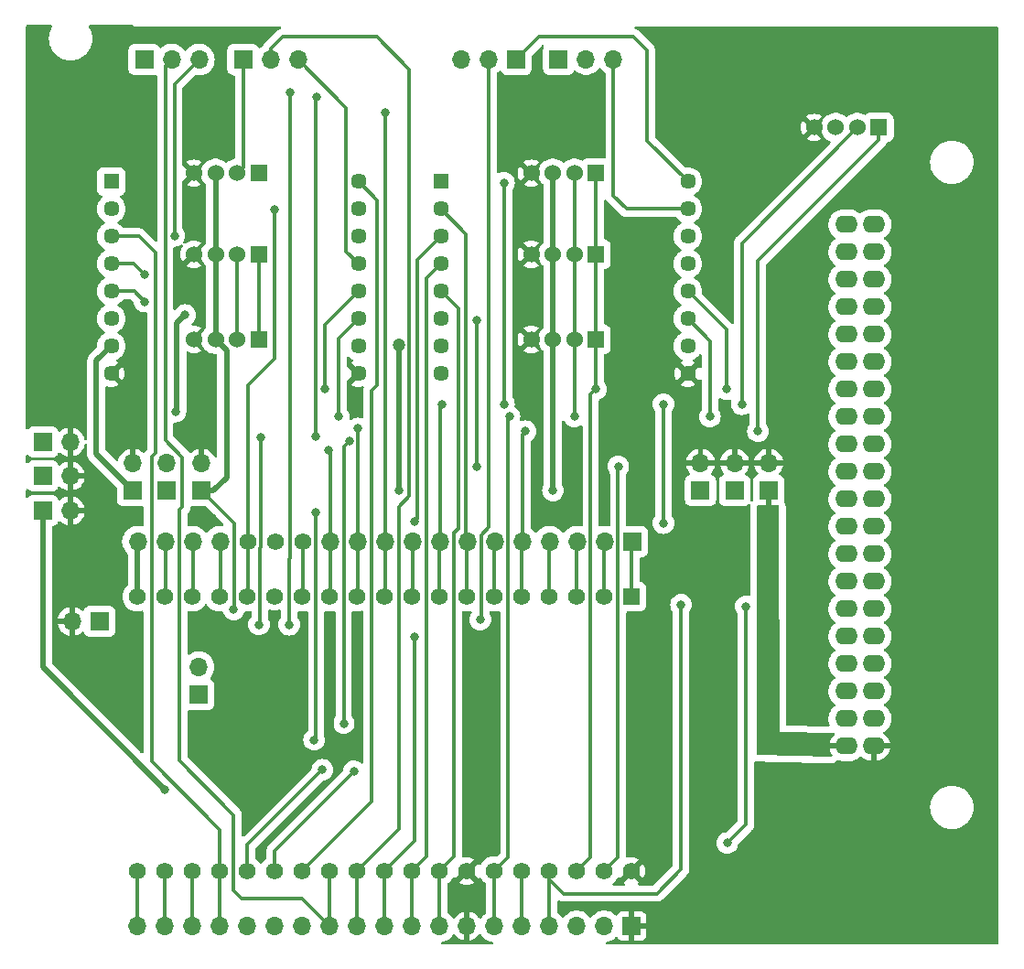
<source format=gbr>
%TF.GenerationSoftware,KiCad,Pcbnew,7.0.5-7.0.5~ubuntu22.04.1*%
%TF.CreationDate,2023-07-21T12:32:22+02:00*%
%TF.ProjectId,Board_ESP_MikroBus_V1,426f6172-645f-4455-9350-5f4d696b726f,rev?*%
%TF.SameCoordinates,Original*%
%TF.FileFunction,Copper,L2,Bot*%
%TF.FilePolarity,Positive*%
%FSLAX46Y46*%
G04 Gerber Fmt 4.6, Leading zero omitted, Abs format (unit mm)*
G04 Created by KiCad (PCBNEW 7.0.5-7.0.5~ubuntu22.04.1) date 2023-07-21 12:32:22*
%MOMM*%
%LPD*%
G01*
G04 APERTURE LIST*
%TA.AperFunction,ComponentPad*%
%ADD10R,1.445000X1.445000*%
%TD*%
%TA.AperFunction,ComponentPad*%
%ADD11C,1.445000*%
%TD*%
%TA.AperFunction,ComponentPad*%
%ADD12R,1.700000X1.700000*%
%TD*%
%TA.AperFunction,ComponentPad*%
%ADD13O,1.700000X1.700000*%
%TD*%
%TA.AperFunction,ComponentPad*%
%ADD14C,1.560000*%
%TD*%
%TA.AperFunction,ComponentPad*%
%ADD15R,1.524000X1.524000*%
%TD*%
%TA.AperFunction,ComponentPad*%
%ADD16C,1.524000*%
%TD*%
%TA.AperFunction,ComponentPad*%
%ADD17O,2.100000X1.600000*%
%TD*%
%TA.AperFunction,ComponentPad*%
%ADD18R,1.560000X1.560000*%
%TD*%
%TA.AperFunction,ViaPad*%
%ADD19C,0.800000*%
%TD*%
%TA.AperFunction,ViaPad*%
%ADD20C,1.200000*%
%TD*%
%TA.AperFunction,Conductor*%
%ADD21C,0.500000*%
%TD*%
%TA.AperFunction,Conductor*%
%ADD22C,0.300000*%
%TD*%
G04 APERTURE END LIST*
D10*
%TO.P,MiKroBus_0,1,AN*%
%TO.N,AN_0*%
X55697200Y-32890000D03*
D11*
%TO.P,MiKroBus_0,2,RST*%
%TO.N,Reset_0*%
X55697200Y-35430000D03*
%TO.P,MiKroBus_0,3,CS*%
%TO.N,NSS_0*%
X55697200Y-37970000D03*
%TO.P,MiKroBus_0,4,SCK*%
%TO.N,SCK_0*%
X55697200Y-40510000D03*
%TO.P,MiKroBus_0,5,MISO*%
%TO.N,MISO_0*%
X55697200Y-43050000D03*
%TO.P,MiKroBus_0,6,MOSI*%
%TO.N,MOSI_0*%
X55697200Y-45590000D03*
%TO.P,MiKroBus_0,7,+3.3V*%
%TO.N,+3.3V*%
X55697200Y-48130000D03*
%TO.P,MiKroBus_0,8,GND_1*%
%TO.N,GNDREF*%
X55697200Y-50670000D03*
%TO.P,MiKroBus_0,9,PWM*%
%TO.N,PWM_0*%
X78557200Y-32890000D03*
%TO.P,MiKroBus_0,10,INT*%
%TO.N,INT_0*%
X78557200Y-35430000D03*
%TO.P,MiKroBus_0,11,RX*%
%TO.N,unconnected-(MiKroBus_0-RX-Pad11)*%
X78557200Y-37970000D03*
%TO.P,MiKroBus_0,12,TX*%
%TO.N,unconnected-(MiKroBus_0-TX-Pad12)*%
X78557200Y-40510000D03*
%TO.P,MiKroBus_0,13,SCL*%
%TO.N,I2C_SCL*%
X78557200Y-43050000D03*
%TO.P,MiKroBus_0,14,SDA*%
%TO.N,I2C_SDA*%
X78557200Y-45590000D03*
%TO.P,MiKroBus_0,15,+5V*%
%TO.N,unconnected-(MiKroBus_0-+5V-Pad15)*%
X78557200Y-48130000D03*
%TO.P,MiKroBus_0,16,GND_2*%
%TO.N,GNDREF*%
X78557200Y-50670000D03*
%TD*%
D12*
%TO.P,J1,1,Pin_1*%
%TO.N,/1*%
X73404600Y-66217800D03*
D13*
%TO.P,J1,2,Pin_2*%
%TO.N,/2*%
X70864600Y-66217800D03*
%TO.P,J1,3,Pin_3*%
%TO.N,/3*%
X68324600Y-66217800D03*
%TO.P,J1,4,Pin_4*%
%TO.N,/4*%
X65784600Y-66217800D03*
%TO.P,J1,5,Pin_5*%
%TO.N,IN34*%
X63244600Y-66217800D03*
%TO.P,J1,6,Pin_6*%
%TO.N,IN35*%
X60704600Y-66217800D03*
%TO.P,J1,7,Pin_7*%
%TO.N,Reset_0*%
X58164600Y-66217800D03*
%TO.P,J1,8,Pin_8*%
%TO.N,AN_0*%
X55624600Y-66217800D03*
%TO.P,J1,9,Pin_9*%
%TO.N,ESP_CAN0_TD{slash}PWM_0*%
X53084600Y-66217800D03*
%TO.P,J1,10,Pin_10*%
%TO.N,ESP_CAN0_RD{slash}INT_0*%
X50544600Y-66217800D03*
%TO.P,J1,11,Pin_11*%
%TO.N,AN_1*%
X48004600Y-66217800D03*
%TO.P,J1,12,Pin_12*%
%TO.N,Reset_1*%
X45464600Y-66217800D03*
D14*
%TO.P,J1,13,Pin_13*%
%TO.N,/13*%
X42924600Y-66217800D03*
%TO.P,J1,14,Pin_14*%
%TO.N,GNDREF*%
X40384600Y-66217800D03*
%TO.P,J1,15,Pin_15*%
%TO.N,INT_1*%
X37844600Y-66217800D03*
D13*
%TO.P,J1,16,Pin_16*%
%TO.N,/16*%
X35304600Y-66217800D03*
%TO.P,J1,17,Pin_17*%
%TO.N,/17*%
X32764600Y-66217800D03*
%TO.P,J1,18,Pin_18*%
%TO.N,/18*%
X30224600Y-66217800D03*
%TO.P,J1,19,Pin_19*%
%TO.N,/19*%
X27684600Y-66217800D03*
%TD*%
D12*
%TO.P,5V2,1,Pin_1*%
%TO.N,+5V*%
X18876549Y-60149839D03*
D13*
%TO.P,5V2,2,Pin_2*%
%TO.N,GNDREF*%
X21416549Y-60149839D03*
%TD*%
D12*
%TO.P,5V3,1,Pin_1*%
%TO.N,+5V*%
X18876549Y-57000239D03*
D13*
%TO.P,5V3,2,Pin_2*%
%TO.N,GNDREF*%
X21416549Y-57000239D03*
%TD*%
D15*
%TO.P,I2C5,1,Pin_1*%
%TO.N,I2C_SCL*%
X38869200Y-47498000D03*
D16*
%TO.P,I2C5,2,Pin_2*%
%TO.N,I2C_SDA*%
X36869200Y-47498000D03*
%TO.P,I2C5,3,Pin_3*%
%TO.N,+3.3V*%
X34869200Y-47498000D03*
%TO.P,I2C5,4,Pin_4*%
%TO.N,GNDREF*%
X32869200Y-47498000D03*
%TD*%
D12*
%TO.P,3.4,1,Pin_1*%
%TO.N,+3.3V*%
X79739949Y-61475639D03*
D13*
%TO.P,3.4,2,Pin_2*%
%TO.N,GNDREF*%
X79739949Y-58935639D03*
%TD*%
D12*
%TO.P,Jmp_Tx1,1,Pin_1*%
%TO.N,UART2_Tx_grove*%
X37409200Y-21618400D03*
D13*
%TO.P,Jmp_Tx1,2,Pin_2*%
%TO.N,UART2_Tx*%
X39949200Y-21618400D03*
%TO.P,Jmp_Tx1,3,Pin_3*%
%TO.N,UART2_Tx_MiKroBus*%
X42489200Y-21618400D03*
%TD*%
D17*
%TO.P,J3,1,GND*%
%TO.N,GNDREF*%
X95759922Y-85137405D03*
%TO.P,J3,2,3V3*%
%TO.N,+3.3V*%
X93219922Y-85137405D03*
%TO.P,J3,3,V_IN*%
%TO.N,/19*%
X95759922Y-82597405D03*
%TO.P,J3,4,5V*%
%TO.N,+5V*%
X93219922Y-82597405D03*
%TO.P,J3,5,V_B*%
%TO.N,unconnected-(J3-V_B-Pad5)*%
X95759922Y-80057405D03*
%TO.P,J3,6,NC1*%
%TO.N,/33*%
X93219922Y-80057405D03*
%TO.P,J3,7,NC2*%
%TO.N,unconnected-(J3-NC2-Pad7)*%
X95759922Y-77517405D03*
%TO.P,J3,8,NC3*%
%TO.N,/34*%
X93219922Y-77517405D03*
%TO.P,J3,9,NC4*%
%TO.N,/13*%
X95759922Y-74977405D03*
%TO.P,J3,10,RD-*%
%TO.N,unconnected-(J3-RD--Pad10)*%
X93219922Y-74977405D03*
%TO.P,J3,11,NC*%
%TO.N,/4*%
X95759922Y-72437405D03*
%TO.P,J3,12,RD+*%
%TO.N,unconnected-(J3-RD+-Pad12)*%
X93219922Y-72437405D03*
%TO.P,J3,13,NC*%
%TO.N,unconnected-(J3-NC-Pad13)*%
X95759922Y-69897405D03*
%TO.P,J3,14,TD-*%
%TO.N,unconnected-(J3-TD--Pad14)*%
X93219922Y-69897405D03*
%TO.P,J3,15,NC*%
%TO.N,unconnected-(J3-NC-Pad15)*%
X95759922Y-67357405D03*
%TO.P,J3,16,TD+*%
%TO.N,unconnected-(J3-TD+-Pad16)*%
X93219922Y-67357405D03*
%TO.P,J3,17,RX/SDA*%
%TO.N,UART0_Rx*%
X95759922Y-64817405D03*
%TO.P,J3,18,D-*%
%TO.N,unconnected-(J3-D--Pad18)*%
X93219922Y-64817405D03*
%TO.P,J3,19,TX/SCL*%
%TO.N,UART0_Tx*%
X95759922Y-62277405D03*
%TO.P,J3,20,D+*%
%TO.N,unconnected-(J3-D+-Pad20)*%
X93219922Y-62277405D03*
%TO.P,J3,21,SCK*%
%TO.N,unconnected-(J3-SCK-Pad21)*%
X95759922Y-59737405D03*
%TO.P,J3,22,RD*%
%TO.N,CAN_RD*%
X93219922Y-59737405D03*
%TO.P,J3,23,MOSI*%
%TO.N,unconnected-(J3-MOSI-Pad23)*%
X95759922Y-57197405D03*
%TO.P,J3,24,TD*%
%TO.N,CAN_TD*%
X93219922Y-57197405D03*
%TO.P,J3,25,MISO*%
%TO.N,unconnected-(J3-MISO-Pad25)*%
X95759922Y-54657405D03*
%TO.P,J3,26,SDA/RX*%
%TO.N,I2C_SDA*%
X93219922Y-54657405D03*
%TO.P,J3,27,SSEL*%
%TO.N,unconnected-(J3-SSEL-Pad27)*%
X95759922Y-52117405D03*
%TO.P,J3,28,SCL/TX*%
%TO.N,I2C_SCL*%
X93219922Y-52117405D03*
%TO.P,J3,29,AI_1*%
%TO.N,unconnected-(J3-AI_1-Pad29)*%
X95759922Y-49577405D03*
%TO.P,J3,30,PWM_O_1*%
%TO.N,unconnected-(J3-PWM_O_1-Pad30)*%
X93219922Y-49577405D03*
%TO.P,J3,31,AI_2*%
%TO.N,unconnected-(J3-AI_2-Pad31)*%
X95759922Y-47037405D03*
%TO.P,J3,32,PWM_O_2*%
%TO.N,unconnected-(J3-PWM_O_2-Pad32)*%
X93219922Y-47037405D03*
%TO.P,J3,33,AI_3*%
%TO.N,unconnected-(J3-AI_3-Pad33)*%
X95759922Y-44497405D03*
%TO.P,J3,34,PWM_O_3*%
%TO.N,unconnected-(J3-PWM_O_3-Pad34)*%
X93219922Y-44497405D03*
%TO.P,J3,35,AI_4*%
%TO.N,unconnected-(J3-AI_4-Pad35)*%
X95759922Y-41957405D03*
%TO.P,J3,36,PWM_O_4*%
%TO.N,unconnected-(J3-PWM_O_4-Pad36)*%
X93219922Y-41957405D03*
%TO.P,J3,37,AI_5*%
%TO.N,unconnected-(J3-AI_5-Pad37)*%
X95759922Y-39417405D03*
%TO.P,J3,38,PWM_O_5*%
%TO.N,unconnected-(J3-PWM_O_5-Pad38)*%
X93219922Y-39417405D03*
%TO.P,J3,39,AI_6*%
%TO.N,unconnected-(J3-AI_6-Pad39)*%
X95759922Y-36877405D03*
%TO.P,J3,40,PWM_O_6*%
%TO.N,unconnected-(J3-PWM_O_6-Pad40)*%
X93219922Y-36877405D03*
%TD*%
D15*
%TO.P,I2C2,1,Pin_1*%
%TO.N,I2C_SCL*%
X70079200Y-39624000D03*
D16*
%TO.P,I2C2,2,Pin_2*%
%TO.N,I2C_SDA*%
X68079200Y-39624000D03*
%TO.P,I2C2,3,Pin_3*%
%TO.N,+3.3V*%
X66079200Y-39624000D03*
%TO.P,I2C2,4,Pin_4*%
%TO.N,GNDREF*%
X64079200Y-39624000D03*
%TD*%
D12*
%TO.P,3.6,1,Pin_1*%
%TO.N,+3.3V*%
X86039149Y-61475639D03*
D13*
%TO.P,3.6,2,Pin_2*%
%TO.N,GNDREF*%
X86039149Y-58935639D03*
%TD*%
D12*
%TO.P,3.1,1,Pin_1*%
%TO.N,+3.3V*%
X27210000Y-61475639D03*
D13*
%TO.P,3.1,2,Pin_2*%
%TO.N,GNDREF*%
X27210000Y-58935639D03*
%TD*%
D15*
%TO.P,I2C3,1,Pin_1*%
%TO.N,I2C_SCL*%
X70079200Y-32131000D03*
D16*
%TO.P,I2C3,2,Pin_2*%
%TO.N,I2C_SDA*%
X68079200Y-32131000D03*
%TO.P,I2C3,3,Pin_3*%
%TO.N,+3.3V*%
X66079200Y-32131000D03*
%TO.P,I2C3,4,Pin_4*%
%TO.N,GNDREF*%
X64079200Y-32131000D03*
%TD*%
D10*
%TO.P,MiKroBus_1,1,AN*%
%TO.N,AN_1*%
X25217200Y-32890000D03*
D11*
%TO.P,MiKroBus_1,2,RST*%
%TO.N,Reset_1*%
X25217200Y-35430000D03*
%TO.P,MiKroBus_1,3,CS*%
%TO.N,NSS_1*%
X25217200Y-37970000D03*
%TO.P,MiKroBus_1,4,SCK*%
%TO.N,SCK_0*%
X25217200Y-40510000D03*
%TO.P,MiKroBus_1,5,MISO*%
%TO.N,MISO_0*%
X25217200Y-43050000D03*
%TO.P,MiKroBus_1,6,MOSI*%
%TO.N,MOSI_0*%
X25217200Y-45590000D03*
%TO.P,MiKroBus_1,7,+3.3V*%
%TO.N,+3.3V*%
X25217200Y-48130000D03*
%TO.P,MiKroBus_1,8,GND_1*%
%TO.N,GNDREF*%
X25217200Y-50670000D03*
%TO.P,MiKroBus_1,9,PWM*%
%TO.N,PWM_1*%
X48077200Y-32890000D03*
%TO.P,MiKroBus_1,10,INT*%
%TO.N,INT_1*%
X48077200Y-35430000D03*
%TO.P,MiKroBus_1,11,RX*%
%TO.N,UART2_Rx_MiKroBus*%
X48077200Y-37970000D03*
%TO.P,MiKroBus_1,12,TX*%
%TO.N,UART2_Tx_MiKroBus*%
X48077200Y-40510000D03*
%TO.P,MiKroBus_1,13,SCL*%
%TO.N,I2C_SCL*%
X48077200Y-43050000D03*
%TO.P,MiKroBus_1,14,SDA*%
%TO.N,I2C_SDA*%
X48077200Y-45590000D03*
%TO.P,MiKroBus_1,15,+5V*%
%TO.N,+5V*%
X48077200Y-48130000D03*
%TO.P,MiKroBus_1,16,GND_2*%
%TO.N,GNDREF*%
X48077200Y-50670000D03*
%TD*%
D15*
%TO.P,UART0,1,Pin_1*%
%TO.N,UART2_Rx_grove*%
X38869200Y-32131000D03*
D16*
%TO.P,UART0,2,Pin_2*%
%TO.N,UART2_Tx_grove*%
X36869200Y-32131000D03*
%TO.P,UART0,3,Pin_3*%
%TO.N,+3.3V*%
X34869200Y-32131000D03*
%TO.P,UART0,4,Pin_4*%
%TO.N,GNDREF*%
X32869200Y-32131000D03*
%TD*%
D12*
%TO.P,JP1,1,A*%
%TO.N,Net-(CR1-ASC)*%
X33318400Y-80370600D03*
D13*
%TO.P,JP1,2,B*%
%TO.N,+3.3V*%
X33318400Y-77830600D03*
%TD*%
D12*
%TO.P,3.5,1,Pin_1*%
%TO.N,+3.3V*%
X82889549Y-61475639D03*
D13*
%TO.P,3.5,2,Pin_2*%
%TO.N,GNDREF*%
X82889549Y-58935639D03*
%TD*%
D15*
%TO.P,IO_32/33,1,Pin_1*%
%TO.N,IN34*%
X96244964Y-27902006D03*
D16*
%TO.P,IO_32/33,2,Pin_2*%
%TO.N,IN35*%
X94244964Y-27902006D03*
%TO.P,IO_32/33,3,Pin_3*%
%TO.N,+3.3V*%
X92244964Y-27902006D03*
%TO.P,IO_32/33,4,Pin_4*%
%TO.N,GNDREF*%
X90244964Y-27902006D03*
%TD*%
D12*
%TO.P,Jmp_Rx1,1,Pin_1*%
%TO.N,UART2_Rx_grove*%
X28265200Y-21618400D03*
D13*
%TO.P,Jmp_Rx1,2,Pin_2*%
%TO.N,UART2_Rx*%
X30805200Y-21618400D03*
%TO.P,Jmp_Rx1,3,Pin_3*%
%TO.N,UART2_Rx_MiKroBus*%
X33345200Y-21618400D03*
%TD*%
D18*
%TO.P,U1,1,3V3*%
%TO.N,/1*%
X73352600Y-71297800D03*
D14*
%TO.P,U1,2,EN*%
%TO.N,/2*%
X70812600Y-71297800D03*
%TO.P,U1,3,SENSOR_VP*%
%TO.N,/3*%
X68272600Y-71297800D03*
%TO.P,U1,4,SENSOR_VN*%
%TO.N,/4*%
X65732600Y-71297800D03*
%TO.P,U1,5,IO34*%
%TO.N,IN34*%
X63192600Y-71297800D03*
%TO.P,U1,6,IO35*%
%TO.N,IN35*%
X60652600Y-71297800D03*
%TO.P,U1,7,IO32*%
%TO.N,Reset_0*%
X58112600Y-71297800D03*
%TO.P,U1,8,IO33*%
%TO.N,AN_0*%
X55572600Y-71297800D03*
%TO.P,U1,9,IO25*%
%TO.N,ESP_CAN0_TD{slash}PWM_0*%
X53032600Y-71297800D03*
%TO.P,U1,10,IO26*%
%TO.N,ESP_CAN0_RD{slash}INT_0*%
X50492600Y-71297800D03*
%TO.P,U1,11,IO27*%
%TO.N,AN_1*%
X47952600Y-71297800D03*
%TO.P,U1,12,IO14*%
%TO.N,Reset_1*%
X45412600Y-71297800D03*
%TO.P,U1,13,IO12*%
%TO.N,/13*%
X42872600Y-71297800D03*
%TO.P,U1,14,GND1*%
%TO.N,GNDREF*%
X40332600Y-71297800D03*
%TO.P,U1,15,IO13*%
%TO.N,INT_1*%
X37792600Y-71297800D03*
%TO.P,U1,16,SD2*%
%TO.N,/16*%
X35252600Y-71297800D03*
%TO.P,U1,17,SD3*%
%TO.N,/17*%
X32712600Y-71297800D03*
%TO.P,U1,18,CMD*%
%TO.N,/18*%
X30172600Y-71297800D03*
%TO.P,U1,19,EXT_5V*%
%TO.N,/19*%
X27632600Y-71297800D03*
%TO.P,U1,20,GND3*%
%TO.N,GNDREF*%
X73352600Y-96697800D03*
%TO.P,U1,21,IO23*%
%TO.N,MOSI_0*%
X70812600Y-96697800D03*
%TO.P,U1,22,IO22*%
%TO.N,I2C_SCL*%
X68272600Y-96697800D03*
%TO.P,U1,23,TXD0*%
%TO.N,UART0_Tx*%
X65732600Y-96697800D03*
%TO.P,U1,24,RXD0*%
%TO.N,UART0_Rx*%
X63192600Y-96697800D03*
%TO.P,U1,25,IO21*%
%TO.N,I2C_SDA*%
X60652600Y-96697800D03*
%TO.P,U1,26,GND2*%
%TO.N,GNDREF*%
X58112600Y-96697800D03*
%TO.P,U1,27,IO19*%
%TO.N,MISO_0*%
X55572600Y-96697800D03*
%TO.P,U1,28,IO18*%
%TO.N,SCK_0*%
X53032600Y-96697800D03*
%TO.P,U1,29,IO5*%
%TO.N,NSS_0*%
X50492600Y-96697800D03*
%TO.P,U1,30,IO17*%
%TO.N,UART2_Tx*%
X47952600Y-96697800D03*
%TO.P,U1,31,IO16*%
%TO.N,UART2_Rx*%
X45412600Y-96697800D03*
%TO.P,U1,32,IO4*%
%TO.N,PWM_1*%
X42872600Y-96697800D03*
%TO.P,U1,33,IO0*%
%TO.N,/33*%
X40332600Y-96697800D03*
%TO.P,U1,34,IO2*%
%TO.N,/34*%
X37792600Y-96697800D03*
%TO.P,U1,35,IO15*%
%TO.N,NSS_1*%
X35252600Y-96697800D03*
%TO.P,U1,36,SD1*%
%TO.N,/36*%
X32712600Y-96697800D03*
%TO.P,U1,37,SD0*%
%TO.N,/37*%
X30172600Y-96697800D03*
%TO.P,U1,38,CLK*%
%TO.N,/38*%
X27632600Y-96697800D03*
%TD*%
D12*
%TO.P,J2,1,Pin_1*%
%TO.N,GNDREF*%
X73367936Y-101799375D03*
D13*
%TO.P,J2,2,Pin_2*%
%TO.N,MOSI_0*%
X70827936Y-101799375D03*
%TO.P,J2,3,Pin_3*%
%TO.N,I2C_SCL*%
X68287936Y-101799375D03*
%TO.P,J2,4,Pin_4*%
%TO.N,UART0_Tx*%
X65747936Y-101799375D03*
%TO.P,J2,5,Pin_5*%
%TO.N,UART0_Rx*%
X63207936Y-101799375D03*
%TO.P,J2,6,Pin_6*%
%TO.N,I2C_SDA*%
X60667936Y-101799375D03*
%TO.P,J2,7,Pin_7*%
%TO.N,GNDREF*%
X58127936Y-101799375D03*
%TO.P,J2,8,Pin_8*%
%TO.N,MISO_0*%
X55587936Y-101799375D03*
%TO.P,J2,9,Pin_9*%
%TO.N,SCK_0*%
X53047936Y-101799375D03*
%TO.P,J2,10,Pin_10*%
%TO.N,NSS_0*%
X50507936Y-101799375D03*
%TO.P,J2,11,Pin_11*%
%TO.N,UART2_Tx*%
X47967936Y-101799375D03*
%TO.P,J2,12,Pin_12*%
%TO.N,UART2_Rx*%
X45427936Y-101799375D03*
%TO.P,J2,13,Pin_13*%
%TO.N,PWM_1*%
X42887936Y-101799375D03*
%TO.P,J2,14,Pin_14*%
%TO.N,/33*%
X40347936Y-101799375D03*
%TO.P,J2,15,Pin_15*%
%TO.N,/34*%
X37807936Y-101799375D03*
%TO.P,J2,16,Pin_16*%
%TO.N,NSS_1*%
X35267936Y-101799375D03*
%TO.P,J2,17,Pin_17*%
%TO.N,/36*%
X32727936Y-101799375D03*
%TO.P,J2,18,Pin_18*%
%TO.N,/37*%
X30187936Y-101799375D03*
%TO.P,J2,19,Pin_19*%
%TO.N,/38*%
X27647936Y-101799375D03*
%TD*%
D12*
%TO.P,5V1,1,Pin_1*%
%TO.N,+5V*%
X18871549Y-63350239D03*
D13*
%TO.P,5V1,2,Pin_2*%
%TO.N,GNDREF*%
X21411549Y-63350239D03*
%TD*%
D12*
%TO.P,C1,1*%
%TO.N,/19*%
X24133600Y-73583800D03*
D13*
%TO.P,C1,2*%
%TO.N,GNDREF*%
X21593600Y-73583800D03*
%TD*%
D15*
%TO.P,I2C4,1,Pin_1*%
%TO.N,I2C_SCL*%
X38869200Y-39624000D03*
D16*
%TO.P,I2C4,2,Pin_2*%
%TO.N,I2C_SDA*%
X36869200Y-39624000D03*
%TO.P,I2C4,3,Pin_3*%
%TO.N,+3.3V*%
X34869200Y-39624000D03*
%TO.P,I2C4,4,Pin_4*%
%TO.N,GNDREF*%
X32869200Y-39624000D03*
%TD*%
D12*
%TO.P,Jmp_Rx2,1,Pin_1*%
%TO.N,CAN0_RD*%
X66614200Y-21570400D03*
D13*
%TO.P,Jmp_Rx2,2,Pin_2*%
%TO.N,ESP_CAN0_RD{slash}INT_0*%
X69154200Y-21570400D03*
%TO.P,Jmp_Rx2,3,Pin_3*%
%TO.N,INT_0*%
X71694200Y-21570400D03*
%TD*%
D12*
%TO.P,3.3,1,Pin_1*%
%TO.N,+3.3V*%
X33560000Y-61475639D03*
D13*
%TO.P,3.3,2,Pin_2*%
%TO.N,GNDREF*%
X33560000Y-58935639D03*
%TD*%
D15*
%TO.P,I2C1,1,Pin_1*%
%TO.N,I2C_SCL*%
X70079200Y-47498000D03*
D16*
%TO.P,I2C1,2,Pin_2*%
%TO.N,I2C_SDA*%
X68079200Y-47498000D03*
%TO.P,I2C1,3,Pin_3*%
%TO.N,+3.3V*%
X66079200Y-47498000D03*
%TO.P,I2C1,4,Pin_4*%
%TO.N,GNDREF*%
X64079200Y-47498000D03*
%TD*%
D12*
%TO.P,3.2,1,Pin_1*%
%TO.N,+3.3V*%
X30359600Y-61475639D03*
D13*
%TO.P,3.2,2,Pin_2*%
%TO.N,GNDREF*%
X30359600Y-58935639D03*
%TD*%
D12*
%TO.P,Jmp_Tx2,1,Pin_1*%
%TO.N,PWM_0*%
X62694200Y-21570400D03*
D13*
%TO.P,Jmp_Tx2,2,Pin_2*%
%TO.N,ESP_CAN0_TD{slash}PWM_0*%
X60154200Y-21570400D03*
%TO.P,Jmp_Tx2,3,Pin_3*%
%TO.N,CAN0_TD*%
X57614200Y-21570400D03*
%TD*%
D19*
%TO.N,GNDREF*%
X45560000Y-84505000D03*
X34560000Y-64005000D03*
X27560000Y-51755000D03*
X45560000Y-81255000D03*
%TO.N,NSS_0*%
X53310000Y-64350300D03*
X53310000Y-75005000D03*
%TO.N,SCK_0*%
X28310000Y-41505000D03*
%TO.N,MISO_0*%
X28310000Y-44005000D03*
%TO.N,I2C_SDA*%
X62060000Y-54657405D03*
X80614600Y-54657405D03*
X68067000Y-54657405D03*
X46248400Y-54657405D03*
%TO.N,I2C_SCL*%
X82113200Y-52117405D03*
X70048200Y-52117405D03*
X45003800Y-52117405D03*
%TO.N,MOSI_0*%
X72131000Y-59258200D03*
X59060000Y-59258200D03*
X59060000Y-45755000D03*
%TO.N,UART0_Rx*%
X83942000Y-72212200D03*
X82214800Y-94107000D03*
%TO.N,UART0_Tx*%
X77947600Y-72059800D03*
%TO.N,UART2_Rx_MiKroBus*%
X31059200Y-37922200D03*
%TO.N,INT_1*%
X40310000Y-35505000D03*
%TO.N,AN_0*%
X61560000Y-53505000D03*
X61560000Y-33005000D03*
X55810000Y-53505000D03*
%TO.N,AN_1*%
X48060000Y-55755000D03*
%TO.N,+3.3V*%
X66085800Y-61475639D03*
D20*
X51810500Y-48005000D03*
D19*
X51810000Y-61475639D03*
X36560000Y-72505000D03*
%TO.N,+5V*%
X31171602Y-54180000D03*
X30170200Y-89128600D03*
X32060000Y-45255000D03*
%TO.N,/34*%
X44749800Y-87325200D03*
%TO.N,/33*%
X47670800Y-87477600D03*
%TO.N,IN35*%
X83560000Y-53505000D03*
X76310000Y-53505000D03*
X76310000Y-64505000D03*
%TO.N,IN34*%
X85060000Y-56005000D03*
X63560000Y-56005000D03*
%TO.N,Reset_1*%
X45310000Y-57755000D03*
%TO.N,CAN0_TD*%
X41676400Y-73914000D03*
X41752600Y-24663400D03*
%TO.N,CAN0_RD*%
X39060200Y-56540400D03*
X44216400Y-25069800D03*
X44114800Y-56464200D03*
X38882400Y-73888600D03*
%TO.N,CAN_RD*%
X44114800Y-63550800D03*
X43987800Y-84556600D03*
%TO.N,CAN_TD*%
X46731000Y-83032600D03*
X47239000Y-56896000D03*
%TO.N,ESP_CAN0_TD{slash}PWM_0*%
X59366346Y-73428775D03*
%TO.N,ESP_CAN0_RD{slash}INT_0*%
X50560000Y-26505000D03*
%TD*%
D21*
%TO.N,GNDREF*%
X45560000Y-84505000D02*
X45560000Y-81255000D01*
%TO.N,/19*%
X27632600Y-66269800D02*
X27684600Y-66217800D01*
X27632600Y-71297800D02*
X27632600Y-66269800D01*
D22*
%TO.N,/18*%
X30224600Y-71245800D02*
X30172600Y-71297800D01*
X30224600Y-66217800D02*
X30224600Y-71245800D01*
%TO.N,/17*%
X32764600Y-66217800D02*
X32764600Y-71245800D01*
X32764600Y-71245800D02*
X32712600Y-71297800D01*
%TO.N,/16*%
X35304600Y-66217800D02*
X35304600Y-71245800D01*
X35304600Y-71245800D02*
X35252600Y-71297800D01*
%TO.N,/4*%
X65732600Y-71297800D02*
X65732600Y-66269800D01*
X65732600Y-66269800D02*
X65784600Y-66217800D01*
%TO.N,/3*%
X68272600Y-71297800D02*
X68272600Y-66269800D01*
X68272600Y-66269800D02*
X68324600Y-66217800D01*
%TO.N,/2*%
X70812600Y-66269800D02*
X70864600Y-66217800D01*
X70812600Y-71297800D02*
X70812600Y-66269800D01*
%TO.N,/38*%
X27632600Y-96697800D02*
X27632600Y-101784039D01*
X27632600Y-101784039D02*
X27647936Y-101799375D01*
%TO.N,/37*%
X30172600Y-101784039D02*
X30187936Y-101799375D01*
X30172600Y-96697800D02*
X30172600Y-101784039D01*
%TO.N,/36*%
X32712600Y-96697800D02*
X32712600Y-101784039D01*
X32712600Y-101784039D02*
X32727936Y-101799375D01*
%TO.N,NSS_1*%
X29310000Y-39505000D02*
X29310000Y-58005340D01*
X35252600Y-92867497D02*
X35252600Y-96697800D01*
X35252600Y-96697800D02*
X35252600Y-101784039D01*
X35252600Y-101784039D02*
X35267936Y-101799375D01*
X25217200Y-37970000D02*
X27775000Y-37970000D01*
X28959600Y-86574497D02*
X35252600Y-92867497D01*
X29310000Y-58005340D02*
X28959600Y-58355740D01*
X28959600Y-58355740D02*
X28959600Y-86574497D01*
X27775000Y-37970000D02*
X29310000Y-39505000D01*
%TO.N,NSS_0*%
X50492600Y-101784039D02*
X50507936Y-101799375D01*
X50492600Y-96697800D02*
X50492600Y-101784039D01*
X53560000Y-40107200D02*
X53560000Y-64100300D01*
X53310000Y-93880400D02*
X50492600Y-96697800D01*
X53560000Y-64100300D02*
X53310000Y-64350300D01*
X55697200Y-37970000D02*
X53560000Y-40107200D01*
X53310000Y-75005000D02*
X53310000Y-93880400D01*
%TO.N,SCK_0*%
X54374600Y-95355800D02*
X54374600Y-41832600D01*
X53032600Y-96697800D02*
X54374600Y-95355800D01*
X27315000Y-40510000D02*
X28310000Y-41505000D01*
X25217200Y-40510000D02*
X27315000Y-40510000D01*
X53047936Y-101799375D02*
X53047936Y-96713136D01*
X53047936Y-96713136D02*
X53032600Y-96697800D01*
X54374600Y-41832600D02*
X55697200Y-40510000D01*
%TO.N,MISO_0*%
X57310000Y-65005000D02*
X56914600Y-65400400D01*
X56914600Y-65400400D02*
X56914600Y-95355800D01*
X28310000Y-44005000D02*
X27355000Y-43050000D01*
X55587936Y-101799375D02*
X55587936Y-96713136D01*
X57310000Y-44662800D02*
X57310000Y-65005000D01*
X55697200Y-43050000D02*
X57310000Y-44662800D01*
X27355000Y-43050000D02*
X25217200Y-43050000D01*
X55587936Y-96713136D02*
X55572600Y-96697800D01*
X56914600Y-95355800D02*
X55572600Y-96697800D01*
%TO.N,I2C_SDA*%
X68079200Y-32131000D02*
X68079200Y-39624000D01*
X68079200Y-47498000D02*
X68079200Y-54645205D01*
X68079200Y-54645205D02*
X68067000Y-54657405D01*
X80614600Y-47647400D02*
X80614600Y-54657405D01*
X61954600Y-95395800D02*
X61954600Y-54762805D01*
X78557200Y-45590000D02*
X80614600Y-47647400D01*
X60667936Y-96713136D02*
X60652600Y-96697800D01*
X68079200Y-39624000D02*
X68079200Y-47498000D01*
X48077200Y-45590000D02*
X46248400Y-47418800D01*
X60652600Y-96697800D02*
X61954600Y-95395800D01*
X46248400Y-47418800D02*
X46248400Y-54657405D01*
X61954600Y-54762805D02*
X62060000Y-54657405D01*
X60667936Y-101799375D02*
X60667936Y-96713136D01*
X36869200Y-47498000D02*
X36869200Y-39624000D01*
%TO.N,I2C_SCL*%
X68272600Y-96697800D02*
X69574600Y-95395800D01*
X45003800Y-46123400D02*
X45003800Y-52117405D01*
X78557200Y-43050000D02*
X82113200Y-46606000D01*
X48077200Y-43050000D02*
X45003800Y-46123400D01*
X82113200Y-46606000D02*
X82113200Y-52117405D01*
X69574600Y-52591005D02*
X70048200Y-52117405D01*
X70079200Y-47498000D02*
X70079200Y-52086405D01*
X69574600Y-95395800D02*
X69574600Y-52591005D01*
X70079200Y-52086405D02*
X70048200Y-52117405D01*
X38869200Y-47498000D02*
X38869200Y-39624000D01*
X70079200Y-39624000D02*
X70079200Y-47498000D01*
X70079200Y-32131000D02*
X70079200Y-39624000D01*
%TO.N,MOSI_0*%
X59060000Y-59258200D02*
X59060000Y-45755000D01*
X72114600Y-95395800D02*
X72114600Y-59274600D01*
X70812600Y-96697800D02*
X72114600Y-95395800D01*
X72114600Y-59274600D02*
X72131000Y-59258200D01*
%TO.N,UART0_Rx*%
X83942000Y-72212200D02*
X83942000Y-92379800D01*
X63207936Y-101799375D02*
X63207936Y-96713136D01*
X83942000Y-92379800D02*
X82214800Y-94107000D01*
X63207936Y-96713136D02*
X63192600Y-96697800D01*
%TO.N,UART0_Tx*%
X77947600Y-96520000D02*
X75687000Y-98780600D01*
X65747936Y-96713136D02*
X65732600Y-96697800D01*
X65732600Y-97436800D02*
X65732600Y-96697800D01*
X75687000Y-98780600D02*
X67076400Y-98780600D01*
X77947600Y-72059800D02*
X77947600Y-96520000D01*
X65747936Y-101799375D02*
X65747936Y-96713136D01*
X67076400Y-98780600D02*
X65732600Y-97436800D01*
%TO.N,UART2_Rx*%
X36560000Y-98505000D02*
X37310000Y-99255000D01*
X36560000Y-91505000D02*
X36560000Y-98505000D01*
X37310000Y-99255000D02*
X42883561Y-99255000D01*
X45412600Y-101784039D02*
X45427936Y-101799375D01*
X31810000Y-58406140D02*
X31810000Y-63005000D01*
X31810000Y-63005000D02*
X31514600Y-63300400D01*
X31514600Y-86459600D02*
X36560000Y-91505000D01*
X45412600Y-96697800D02*
X45412600Y-101784039D01*
X30222102Y-56818242D02*
X31810000Y-58406140D01*
X42883561Y-99255000D02*
X45427936Y-101799375D01*
X31514600Y-63300400D02*
X31514600Y-86459600D01*
X30222102Y-22201498D02*
X30222102Y-56818242D01*
X30805200Y-21618400D02*
X30222102Y-22201498D01*
%TO.N,UART2_Tx*%
X47952600Y-96697800D02*
X51834600Y-92815800D01*
X52810000Y-22505000D02*
X49810000Y-19505000D01*
X41060000Y-19505000D02*
X39949200Y-20615800D01*
X47952600Y-101784039D02*
X47967936Y-101799375D01*
X52810000Y-62005000D02*
X52810000Y-22505000D01*
X51834600Y-92815800D02*
X51834600Y-62980400D01*
X51834600Y-62980400D02*
X52810000Y-62005000D01*
X49810000Y-19505000D02*
X41060000Y-19505000D01*
X47952600Y-96697800D02*
X47952600Y-101784039D01*
X39949200Y-20615800D02*
X39949200Y-21618400D01*
%TO.N,UART2_Rx_MiKroBus*%
X31059200Y-37922200D02*
X31059200Y-23904400D01*
X31059200Y-23904400D02*
X33345200Y-21618400D01*
%TO.N,UART2_Tx_MiKroBus*%
X46954700Y-39387500D02*
X46954700Y-26083900D01*
X48077200Y-40510000D02*
X46954700Y-39387500D01*
X46954700Y-26083900D02*
X42489200Y-21618400D01*
%TO.N,UART2_Tx_grove*%
X37409200Y-21618400D02*
X37409200Y-31591000D01*
X37409200Y-31591000D02*
X36869200Y-32131000D01*
%TO.N,PWM_1*%
X49810000Y-34622800D02*
X49810000Y-51755000D01*
X49294600Y-90275800D02*
X42872600Y-96697800D01*
X49294600Y-52270400D02*
X49294600Y-90275800D01*
X48077200Y-32890000D02*
X49810000Y-34622800D01*
X49810000Y-51755000D02*
X49294600Y-52270400D01*
%TO.N,INT_1*%
X37844600Y-66217800D02*
X37844600Y-51720400D01*
X37844600Y-66217800D02*
X37844600Y-71245800D01*
X37844600Y-71245800D02*
X37792600Y-71297800D01*
X40310000Y-49255000D02*
X40310000Y-35505000D01*
X37844600Y-51720400D02*
X40310000Y-49255000D01*
%TO.N,AN_0*%
X55624600Y-66217800D02*
X55624600Y-53690400D01*
X55572600Y-71297800D02*
X55572600Y-66269800D01*
X55572600Y-66269800D02*
X55624600Y-66217800D01*
X61560000Y-53505000D02*
X61560000Y-33005000D01*
X55624600Y-53690400D02*
X55810000Y-53505000D01*
%TO.N,AN_1*%
X48004600Y-71245800D02*
X47952600Y-71297800D01*
X48004600Y-66217800D02*
X48039000Y-66183400D01*
X48039000Y-55776000D02*
X48060000Y-55755000D01*
X48039000Y-66183400D02*
X48039000Y-55776000D01*
X48004600Y-66217800D02*
X48004600Y-71245800D01*
D21*
%TO.N,+3.3V*%
X66079200Y-39624000D02*
X66079200Y-47498000D01*
X35885200Y-60274200D02*
X34683761Y-61475639D01*
X27210000Y-61475639D02*
X23844700Y-58110339D01*
D22*
X36612600Y-64528239D02*
X33560000Y-61475639D01*
D21*
X66079200Y-61469039D02*
X66085800Y-61475639D01*
D22*
X36560000Y-72505000D02*
X36612600Y-72452400D01*
X36612600Y-72452400D02*
X36612600Y-64528239D01*
D21*
X34869200Y-47498000D02*
X34869200Y-39624000D01*
X51810000Y-61475639D02*
X51810000Y-48005500D01*
X51810000Y-48005500D02*
X51810500Y-48005000D01*
X35885200Y-48514000D02*
X35885200Y-60274200D01*
X23844700Y-58110339D02*
X23844700Y-49502500D01*
X34683761Y-61475639D02*
X33560000Y-61475639D01*
X34869200Y-47498000D02*
X35885200Y-48514000D01*
X66079200Y-32131000D02*
X66079200Y-39624000D01*
X34869200Y-32131000D02*
X34869200Y-39624000D01*
X23844700Y-49502500D02*
X25217200Y-48130000D01*
X66079200Y-47498000D02*
X66079200Y-61469039D01*
%TO.N,+5V*%
X30170200Y-89128600D02*
X18871549Y-77829949D01*
X18871549Y-77829949D02*
X18871549Y-63350239D01*
X31310000Y-54041602D02*
X31310000Y-46005000D01*
X31310000Y-46005000D02*
X32060000Y-45255000D01*
X31171602Y-54180000D02*
X31310000Y-54041602D01*
D22*
%TO.N,/34*%
X37792600Y-94282400D02*
X37792600Y-96697800D01*
X44749800Y-87325200D02*
X37792600Y-94282400D01*
%TO.N,/33*%
X47670800Y-87477600D02*
X40332600Y-94815800D01*
X40332600Y-94815800D02*
X40332600Y-96697800D01*
%TO.N,IN35*%
X83560000Y-38586970D02*
X94244964Y-27902006D01*
X60652600Y-66269800D02*
X60704600Y-66217800D01*
X83560000Y-53505000D02*
X83560000Y-38586970D01*
X60652600Y-71297800D02*
X60652600Y-66269800D01*
X76310000Y-64505000D02*
X76310000Y-53505000D01*
%TO.N,IN34*%
X85060000Y-40255000D02*
X96244964Y-29070036D01*
X63244600Y-56320400D02*
X63560000Y-56005000D01*
X85060000Y-56005000D02*
X85060000Y-40255000D01*
X63192600Y-71297800D02*
X63192600Y-66269800D01*
X63192600Y-66269800D02*
X63244600Y-66217800D01*
X96244964Y-29070036D02*
X96244964Y-27902006D01*
X63244600Y-66217800D02*
X63244600Y-56320400D01*
%TO.N,/13*%
X42924600Y-66217800D02*
X42924600Y-71245800D01*
X42924600Y-71245800D02*
X42872600Y-71297800D01*
%TO.N,Reset_1*%
X45464600Y-66217800D02*
X45464600Y-57909600D01*
X45464600Y-66217800D02*
X45464600Y-71245800D01*
X45464600Y-57909600D02*
X45310000Y-57755000D01*
X45464600Y-71245800D02*
X45412600Y-71297800D01*
%TO.N,Reset_0*%
X58060000Y-66113200D02*
X58060000Y-37792800D01*
X58112600Y-66269800D02*
X58164600Y-66217800D01*
X58112600Y-71297800D02*
X58112600Y-66269800D01*
X58060000Y-37792800D02*
X55697200Y-35430000D01*
X58164600Y-66217800D02*
X58060000Y-66113200D01*
%TO.N,CAN0_TD*%
X41676400Y-67792599D02*
X41727200Y-67741799D01*
X41727200Y-24688800D02*
X41752600Y-24663400D01*
X41727200Y-67741799D02*
X41727200Y-57023000D01*
X41676400Y-73914000D02*
X41676400Y-67792599D01*
X41727200Y-57023000D02*
X41727200Y-24688800D01*
%TO.N,CAN0_RD*%
X39054600Y-56546000D02*
X39060200Y-56540400D01*
X44114800Y-25171400D02*
X44216400Y-25069800D01*
X44114800Y-56464200D02*
X44114800Y-25171400D01*
X38882400Y-73888600D02*
X39002600Y-73768400D01*
X39002600Y-66820705D02*
X39054600Y-66768705D01*
X39002600Y-73768400D02*
X39002600Y-66820705D01*
X39054600Y-66768705D02*
X39054600Y-56546000D01*
%TO.N,/1*%
X73352600Y-71297800D02*
X73352600Y-66269800D01*
X73352600Y-66269800D02*
X73404600Y-66217800D01*
%TO.N,CAN_RD*%
X44174600Y-84369800D02*
X43987800Y-84556600D01*
X44174600Y-63610600D02*
X44174600Y-84369800D01*
X44114800Y-63550800D02*
X44174600Y-63610600D01*
%TO.N,CAN_TD*%
X47239000Y-56896000D02*
X46731000Y-57404000D01*
X46731000Y-57404000D02*
X46731000Y-83032600D01*
%TO.N,ESP_CAN0_TD{slash}PWM_0*%
X60154200Y-64910800D02*
X60154200Y-21570400D01*
X59366346Y-73428775D02*
X59454600Y-73340521D01*
X53084600Y-71245800D02*
X53032600Y-71297800D01*
X59454600Y-73340521D02*
X59454600Y-65610400D01*
X59454600Y-65610400D02*
X60154200Y-64910800D01*
X53084600Y-66217800D02*
X53084600Y-71245800D01*
%TO.N,ESP_CAN0_RD{slash}INT_0*%
X50544600Y-66217800D02*
X50544600Y-71245800D01*
X50544600Y-26520400D02*
X50560000Y-26505000D01*
X50544600Y-66217800D02*
X50544600Y-26520400D01*
X50544600Y-71245800D02*
X50492600Y-71297800D01*
%TO.N,INT_0*%
X71694200Y-21570400D02*
X71694200Y-34234200D01*
X71694200Y-34234200D02*
X72890000Y-35430000D01*
X72890000Y-35430000D02*
X78557200Y-35430000D01*
%TO.N,PWM_0*%
X74798000Y-20751800D02*
X73553400Y-19507200D01*
X64757400Y-19507200D02*
X62694200Y-21570400D01*
X78557200Y-32890000D02*
X74798000Y-29130800D01*
X74798000Y-29130800D02*
X74798000Y-20751800D01*
X73553400Y-19507200D02*
X64757400Y-19507200D01*
%TD*%
%TA.AperFunction,Conductor*%
%TO.N,GNDREF*%
G36*
X58377935Y-103130008D02*
G01*
X58591419Y-103072808D01*
X58591428Y-103072804D01*
X58805514Y-102972975D01*
X58999018Y-102837480D01*
X59166044Y-102670454D01*
X59235954Y-102570613D01*
X59290531Y-102526988D01*
X59360029Y-102519794D01*
X59422384Y-102551317D01*
X59441337Y-102573914D01*
X59501745Y-102666375D01*
X59519365Y-102693344D01*
X59682172Y-102870200D01*
X59682175Y-102870202D01*
X59682178Y-102870205D01*
X59871860Y-103017841D01*
X59871866Y-103017845D01*
X59871869Y-103017847D01*
X60083280Y-103132257D01*
X60083283Y-103132258D01*
X60310635Y-103210308D01*
X60310637Y-103210308D01*
X60310639Y-103210309D01*
X60447763Y-103233191D01*
X60510648Y-103263642D01*
X60547088Y-103323256D01*
X60545512Y-103393108D01*
X60506422Y-103451020D01*
X60442228Y-103478605D01*
X60427353Y-103479500D01*
X55828519Y-103479500D01*
X55761480Y-103459815D01*
X55715725Y-103407011D01*
X55705781Y-103337853D01*
X55734806Y-103274297D01*
X55793584Y-103236523D01*
X55808109Y-103233191D01*
X55945233Y-103210309D01*
X56172592Y-103132257D01*
X56384003Y-103017847D01*
X56573700Y-102870200D01*
X56736507Y-102693344D01*
X56814535Y-102573912D01*
X56867680Y-102528558D01*
X56936911Y-102519134D01*
X57000247Y-102548636D01*
X57019916Y-102570612D01*
X57089826Y-102670453D01*
X57256853Y-102837480D01*
X57450357Y-102972975D01*
X57664443Y-103072804D01*
X57664452Y-103072808D01*
X57877936Y-103130009D01*
X57877936Y-102234876D01*
X57985621Y-102284055D01*
X58092173Y-102299375D01*
X58163699Y-102299375D01*
X58270251Y-102284055D01*
X58377935Y-102234876D01*
X58377935Y-103130008D01*
G37*
%TD.AperFunction*%
%TA.AperFunction,Conductor*%
G36*
X107227539Y-18550185D02*
G01*
X107273294Y-18602989D01*
X107284500Y-18654500D01*
X107284500Y-103355500D01*
X107264815Y-103422539D01*
X107212011Y-103468294D01*
X107160500Y-103479500D01*
X71068519Y-103479500D01*
X71001480Y-103459815D01*
X70955725Y-103407011D01*
X70945781Y-103337853D01*
X70974806Y-103274297D01*
X71033584Y-103236523D01*
X71048109Y-103233191D01*
X71185233Y-103210309D01*
X71412592Y-103132257D01*
X71624003Y-103017847D01*
X71813700Y-102870200D01*
X71856898Y-102823273D01*
X71916784Y-102787283D01*
X71986623Y-102789382D01*
X72044239Y-102828906D01*
X72064309Y-102863922D01*
X72074579Y-102891457D01*
X72074585Y-102891468D01*
X72160745Y-103006562D01*
X72160748Y-103006565D01*
X72275842Y-103092725D01*
X72275849Y-103092729D01*
X72410556Y-103142971D01*
X72410563Y-103142973D01*
X72470091Y-103149374D01*
X72470108Y-103149375D01*
X73117936Y-103149375D01*
X73117936Y-102234876D01*
X73225621Y-102284055D01*
X73332173Y-102299375D01*
X73403699Y-102299375D01*
X73510251Y-102284055D01*
X73617936Y-102234876D01*
X73617936Y-103149375D01*
X74265764Y-103149375D01*
X74265780Y-103149374D01*
X74325308Y-103142973D01*
X74325315Y-103142971D01*
X74460022Y-103092729D01*
X74460029Y-103092725D01*
X74575123Y-103006565D01*
X74575126Y-103006562D01*
X74661286Y-102891468D01*
X74661290Y-102891461D01*
X74711532Y-102756754D01*
X74711534Y-102756747D01*
X74717935Y-102697219D01*
X74717936Y-102697202D01*
X74717936Y-102049375D01*
X73801622Y-102049375D01*
X73827429Y-102009219D01*
X73867936Y-101871264D01*
X73867936Y-101727486D01*
X73827429Y-101589531D01*
X73801622Y-101549375D01*
X74717936Y-101549375D01*
X74717936Y-100901547D01*
X74717935Y-100901530D01*
X74711534Y-100842002D01*
X74711532Y-100841995D01*
X74661290Y-100707288D01*
X74661286Y-100707281D01*
X74575126Y-100592187D01*
X74575123Y-100592184D01*
X74460029Y-100506024D01*
X74460022Y-100506020D01*
X74325315Y-100455778D01*
X74325308Y-100455776D01*
X74265780Y-100449375D01*
X73617936Y-100449375D01*
X73617936Y-101363873D01*
X73510251Y-101314695D01*
X73403699Y-101299375D01*
X73332173Y-101299375D01*
X73225621Y-101314695D01*
X73117936Y-101363873D01*
X73117936Y-100449375D01*
X72470091Y-100449375D01*
X72410563Y-100455776D01*
X72410556Y-100455778D01*
X72275849Y-100506020D01*
X72275842Y-100506024D01*
X72160748Y-100592184D01*
X72160745Y-100592187D01*
X72074585Y-100707281D01*
X72074580Y-100707291D01*
X72064309Y-100734828D01*
X72022437Y-100790761D01*
X71956972Y-100815177D01*
X71888699Y-100800324D01*
X71856898Y-100775476D01*
X71843812Y-100761261D01*
X71813700Y-100728550D01*
X71813699Y-100728549D01*
X71813697Y-100728547D01*
X71813693Y-100728544D01*
X71624011Y-100580908D01*
X71624005Y-100580904D01*
X71412593Y-100466493D01*
X71412588Y-100466491D01*
X71185236Y-100388441D01*
X71007404Y-100358766D01*
X70948128Y-100348875D01*
X70707744Y-100348875D01*
X70660323Y-100356788D01*
X70470635Y-100388441D01*
X70243283Y-100466491D01*
X70243278Y-100466493D01*
X70031866Y-100580904D01*
X70031860Y-100580908D01*
X69842178Y-100728544D01*
X69842175Y-100728547D01*
X69842172Y-100728549D01*
X69842172Y-100728550D01*
X69812055Y-100761266D01*
X69679366Y-100905404D01*
X69679365Y-100905406D01*
X69661743Y-100932378D01*
X69608596Y-100977733D01*
X69539365Y-100987155D01*
X69476029Y-100957652D01*
X69454129Y-100932378D01*
X69447083Y-100921594D01*
X69436507Y-100905406D01*
X69273700Y-100728550D01*
X69273695Y-100728546D01*
X69273693Y-100728544D01*
X69084011Y-100580908D01*
X69084005Y-100580904D01*
X68872593Y-100466493D01*
X68872588Y-100466491D01*
X68645236Y-100388441D01*
X68467404Y-100358766D01*
X68408128Y-100348875D01*
X68167744Y-100348875D01*
X68120322Y-100356788D01*
X67930635Y-100388441D01*
X67703283Y-100466491D01*
X67703278Y-100466493D01*
X67491866Y-100580904D01*
X67491860Y-100580908D01*
X67302178Y-100728544D01*
X67302175Y-100728547D01*
X67302172Y-100728549D01*
X67302172Y-100728550D01*
X67272055Y-100761266D01*
X67139366Y-100905404D01*
X67139365Y-100905406D01*
X67121743Y-100932378D01*
X67068596Y-100977733D01*
X66999365Y-100987155D01*
X66936029Y-100957652D01*
X66914129Y-100932378D01*
X66907083Y-100921594D01*
X66896507Y-100905406D01*
X66733700Y-100728550D01*
X66733695Y-100728546D01*
X66733693Y-100728544D01*
X66546274Y-100582670D01*
X66505461Y-100525960D01*
X66498436Y-100484817D01*
X66498436Y-99533815D01*
X66518121Y-99466776D01*
X66570925Y-99421021D01*
X66640083Y-99411077D01*
X66674841Y-99421433D01*
X66679718Y-99423707D01*
X66679723Y-99423711D01*
X66748570Y-99455814D01*
X66750091Y-99456551D01*
X66817967Y-99490640D01*
X66817976Y-99490642D01*
X66824755Y-99493110D01*
X66824734Y-99493167D01*
X66831851Y-99495640D01*
X66831870Y-99495584D01*
X66838724Y-99497854D01*
X66838727Y-99497856D01*
X66913115Y-99513215D01*
X66914752Y-99513578D01*
X66988679Y-99531100D01*
X66988685Y-99531100D01*
X66995852Y-99531938D01*
X66995845Y-99531997D01*
X67003346Y-99532763D01*
X67003352Y-99532704D01*
X67010541Y-99533333D01*
X67010543Y-99533332D01*
X67010544Y-99533333D01*
X67032164Y-99532704D01*
X67086412Y-99531126D01*
X67088215Y-99531100D01*
X75623295Y-99531100D01*
X75641265Y-99532409D01*
X75665023Y-99535889D01*
X75717068Y-99531335D01*
X75722470Y-99531100D01*
X75730704Y-99531100D01*
X75730709Y-99531100D01*
X75762458Y-99527388D01*
X75764075Y-99527222D01*
X75839797Y-99520599D01*
X75839805Y-99520596D01*
X75846866Y-99519139D01*
X75846878Y-99519198D01*
X75854243Y-99517565D01*
X75854229Y-99517506D01*
X75861251Y-99515841D01*
X75861255Y-99515841D01*
X75932587Y-99489877D01*
X75934286Y-99489288D01*
X76006334Y-99465414D01*
X76006342Y-99465408D01*
X76012882Y-99462360D01*
X76012908Y-99462416D01*
X76019690Y-99459132D01*
X76019663Y-99459078D01*
X76026109Y-99455839D01*
X76026117Y-99455837D01*
X76089612Y-99414075D01*
X76090977Y-99413205D01*
X76155656Y-99373312D01*
X76155661Y-99373306D01*
X76161325Y-99368829D01*
X76161362Y-99368877D01*
X76167204Y-99364118D01*
X76167164Y-99364071D01*
X76172686Y-99359435D01*
X76172696Y-99359430D01*
X76224800Y-99304201D01*
X76225994Y-99302972D01*
X78433238Y-97095727D01*
X78446867Y-97083950D01*
X78466130Y-97069610D01*
X78466132Y-97069606D01*
X78466134Y-97069606D01*
X78484263Y-97047999D01*
X78499713Y-97029585D01*
X78503367Y-97025599D01*
X78509190Y-97019777D01*
X78528976Y-96994750D01*
X78530094Y-96993378D01*
X78578902Y-96935214D01*
X78578903Y-96935211D01*
X78582872Y-96929179D01*
X78582923Y-96929212D01*
X78586969Y-96922860D01*
X78586917Y-96922828D01*
X78590709Y-96916679D01*
X78590711Y-96916677D01*
X78622795Y-96847869D01*
X78623558Y-96846292D01*
X78657640Y-96778433D01*
X78657643Y-96778417D01*
X78660110Y-96771644D01*
X78660168Y-96771665D01*
X78662643Y-96764546D01*
X78662585Y-96764527D01*
X78664855Y-96757677D01*
X78677217Y-96697805D01*
X78680208Y-96683319D01*
X78680590Y-96681596D01*
X78685240Y-96661980D01*
X78698100Y-96607721D01*
X78698100Y-96607720D01*
X78698101Y-96607716D01*
X78698939Y-96600548D01*
X78698997Y-96600554D01*
X78699764Y-96593056D01*
X78699704Y-96593051D01*
X78700333Y-96585860D01*
X78698126Y-96509988D01*
X78698100Y-96508185D01*
X78698100Y-94107000D01*
X81209459Y-94107000D01*
X81228775Y-94303129D01*
X81285988Y-94491733D01*
X81378886Y-94665532D01*
X81378890Y-94665539D01*
X81503916Y-94817883D01*
X81656260Y-94942909D01*
X81656267Y-94942913D01*
X81830066Y-95035811D01*
X81830069Y-95035811D01*
X81830073Y-95035814D01*
X82018668Y-95093024D01*
X82214800Y-95112341D01*
X82410932Y-95093024D01*
X82599527Y-95035814D01*
X82773338Y-94942910D01*
X82925683Y-94817883D01*
X83050710Y-94665538D01*
X83143614Y-94491727D01*
X83200824Y-94303132D01*
X83209671Y-94213299D01*
X83235831Y-94148513D01*
X83245385Y-94137781D01*
X84427638Y-92955527D01*
X84441267Y-92943750D01*
X84460530Y-92929410D01*
X84460532Y-92929406D01*
X84460534Y-92929406D01*
X84478663Y-92907799D01*
X84494113Y-92889385D01*
X84497767Y-92885399D01*
X84503591Y-92879576D01*
X84523400Y-92854521D01*
X84524476Y-92853201D01*
X84573302Y-92795014D01*
X84573304Y-92795009D01*
X84577274Y-92788975D01*
X84577325Y-92789008D01*
X84581369Y-92782660D01*
X84581317Y-92782628D01*
X84585106Y-92776482D01*
X84585111Y-92776477D01*
X84617212Y-92707634D01*
X84617961Y-92706087D01*
X84652040Y-92638233D01*
X84652041Y-92638228D01*
X84654508Y-92631450D01*
X84654566Y-92631471D01*
X84657043Y-92624344D01*
X84656986Y-92624326D01*
X84659256Y-92617476D01*
X84674612Y-92543101D01*
X84674984Y-92541419D01*
X84692500Y-92467521D01*
X84692500Y-92467517D01*
X84692501Y-92467513D01*
X84693339Y-92460348D01*
X84693398Y-92460354D01*
X84694164Y-92452854D01*
X84694105Y-92452849D01*
X84694734Y-92445659D01*
X84692526Y-92369767D01*
X84692500Y-92367964D01*
X84692500Y-90805001D01*
X100986390Y-90805001D01*
X101006804Y-91090433D01*
X101067628Y-91370037D01*
X101067630Y-91370043D01*
X101067631Y-91370046D01*
X101135025Y-91550735D01*
X101167635Y-91638166D01*
X101304770Y-91889309D01*
X101304775Y-91889317D01*
X101476254Y-92118387D01*
X101476270Y-92118405D01*
X101678594Y-92320729D01*
X101678612Y-92320745D01*
X101907682Y-92492224D01*
X101907690Y-92492229D01*
X102158833Y-92629364D01*
X102158832Y-92629364D01*
X102158836Y-92629365D01*
X102158839Y-92629367D01*
X102426954Y-92729369D01*
X102426960Y-92729370D01*
X102426962Y-92729371D01*
X102706566Y-92790195D01*
X102706568Y-92790195D01*
X102706572Y-92790196D01*
X102920552Y-92805500D01*
X103063448Y-92805500D01*
X103277428Y-92790196D01*
X103282890Y-92789008D01*
X103557037Y-92729371D01*
X103557037Y-92729370D01*
X103557046Y-92729369D01*
X103825161Y-92629367D01*
X104076315Y-92492226D01*
X104305395Y-92320739D01*
X104507739Y-92118395D01*
X104679226Y-91889315D01*
X104816367Y-91638161D01*
X104916369Y-91370046D01*
X104920249Y-91352208D01*
X104977195Y-91090433D01*
X104977195Y-91090432D01*
X104977196Y-91090428D01*
X104997610Y-90805000D01*
X104977196Y-90519572D01*
X104975869Y-90513473D01*
X104916371Y-90239962D01*
X104916370Y-90239960D01*
X104916369Y-90239954D01*
X104816367Y-89971839D01*
X104812595Y-89964932D01*
X104679229Y-89720690D01*
X104679224Y-89720682D01*
X104507745Y-89491612D01*
X104507729Y-89491594D01*
X104305405Y-89289270D01*
X104305387Y-89289254D01*
X104076317Y-89117775D01*
X104076309Y-89117770D01*
X103825166Y-88980635D01*
X103825167Y-88980635D01*
X103717915Y-88940632D01*
X103557046Y-88880631D01*
X103557043Y-88880630D01*
X103557037Y-88880628D01*
X103277433Y-88819804D01*
X103063450Y-88804500D01*
X103063448Y-88804500D01*
X102920552Y-88804500D01*
X102920549Y-88804500D01*
X102706566Y-88819804D01*
X102426962Y-88880628D01*
X102158833Y-88980635D01*
X101907690Y-89117770D01*
X101907682Y-89117775D01*
X101678612Y-89289254D01*
X101678594Y-89289270D01*
X101476270Y-89491594D01*
X101476254Y-89491612D01*
X101304775Y-89720682D01*
X101304770Y-89720690D01*
X101167635Y-89971833D01*
X101067628Y-90239962D01*
X101006804Y-90519566D01*
X100986390Y-90804998D01*
X100986390Y-90805001D01*
X84692500Y-90805001D01*
X84692500Y-86663262D01*
X84712185Y-86596223D01*
X84764989Y-86550468D01*
X84834147Y-86540524D01*
X84853691Y-86544971D01*
X84898081Y-86558933D01*
X84911879Y-86563092D01*
X85068171Y-86586717D01*
X86410613Y-86612392D01*
X91812006Y-86715697D01*
X91812007Y-86715696D01*
X91812014Y-86715697D01*
X91958367Y-86700618D01*
X91996264Y-86691965D01*
X92016526Y-86687340D01*
X92016682Y-86687304D01*
X92019987Y-86686540D01*
X92167867Y-86630714D01*
X92173285Y-86626824D01*
X92296257Y-86538518D01*
X92296256Y-86538518D01*
X92296260Y-86538516D01*
X92347208Y-86490703D01*
X92357747Y-86480329D01*
X92419334Y-86447332D01*
X92486039Y-86451785D01*
X92615751Y-86497616D01*
X92615757Y-86497617D01*
X92850711Y-86537904D01*
X92850721Y-86537904D01*
X92850722Y-86537905D01*
X92850723Y-86537905D01*
X93529418Y-86537905D01*
X93529419Y-86537905D01*
X93529420Y-86537904D01*
X93529437Y-86537904D01*
X93707458Y-86522752D01*
X93707461Y-86522751D01*
X93707463Y-86522751D01*
X93938171Y-86462680D01*
X94070895Y-86402684D01*
X94155402Y-86364485D01*
X94155403Y-86364483D01*
X94155408Y-86364482D01*
X94352925Y-86230984D01*
X94475708Y-86113306D01*
X94537727Y-86081132D01*
X94607297Y-86087594D01*
X94649188Y-86115149D01*
X94671101Y-86137062D01*
X94857439Y-86267539D01*
X95063595Y-86363670D01*
X95063604Y-86363674D01*
X95283311Y-86422544D01*
X95283322Y-86422546D01*
X95453155Y-86437404D01*
X95453158Y-86437405D01*
X95509922Y-86437405D01*
X95509922Y-85572906D01*
X95617607Y-85622085D01*
X95724159Y-85637405D01*
X95795685Y-85637405D01*
X95902237Y-85622085D01*
X96009922Y-85572906D01*
X96009922Y-86437405D01*
X96066686Y-86437405D01*
X96066688Y-86437404D01*
X96236521Y-86422546D01*
X96236532Y-86422544D01*
X96456239Y-86363674D01*
X96456248Y-86363670D01*
X96662404Y-86267539D01*
X96848742Y-86137062D01*
X97009579Y-85976225D01*
X97140056Y-85789887D01*
X97236187Y-85583731D01*
X97236191Y-85583722D01*
X97288794Y-85387405D01*
X96193608Y-85387405D01*
X96219415Y-85347249D01*
X96259922Y-85209294D01*
X96259922Y-85065516D01*
X96219415Y-84927561D01*
X96193608Y-84887405D01*
X97288794Y-84887405D01*
X97288794Y-84887404D01*
X97236191Y-84691087D01*
X97236187Y-84691078D01*
X97140056Y-84484922D01*
X97009579Y-84298584D01*
X96848742Y-84137747D01*
X96693425Y-84028992D01*
X96649800Y-83974414D01*
X96642608Y-83904916D01*
X96674130Y-83842561D01*
X96695112Y-83824682D01*
X96892915Y-83690991D01*
X96892916Y-83690989D01*
X96892925Y-83690984D01*
X97065040Y-83526026D01*
X97206801Y-83334352D01*
X97314129Y-83121479D01*
X97383938Y-82893528D01*
X97414220Y-82657059D01*
X97413829Y-82647866D01*
X97404102Y-82418876D01*
X97404102Y-82418872D01*
X97353876Y-82185824D01*
X97264986Y-81964616D01*
X97264986Y-81964615D01*
X97139991Y-81761610D01*
X96982486Y-81582650D01*
X96797002Y-81432882D01*
X96796996Y-81432879D01*
X96796993Y-81432876D01*
X96796979Y-81432868D01*
X96796973Y-81432862D01*
X96792631Y-81429927D01*
X96793228Y-81429043D01*
X96748056Y-81382985D01*
X96733869Y-81314570D01*
X96758921Y-81249347D01*
X96788021Y-81221886D01*
X96892925Y-81150984D01*
X97065040Y-80986026D01*
X97206801Y-80794352D01*
X97314129Y-80581479D01*
X97383938Y-80353528D01*
X97414220Y-80117059D01*
X97404102Y-79878873D01*
X97353876Y-79645824D01*
X97264986Y-79424615D01*
X97139991Y-79221610D01*
X96982486Y-79042650D01*
X96797002Y-78892882D01*
X96796996Y-78892879D01*
X96796993Y-78892876D01*
X96796979Y-78892868D01*
X96796973Y-78892862D01*
X96792631Y-78889927D01*
X96793228Y-78889043D01*
X96748056Y-78842985D01*
X96733869Y-78774570D01*
X96758921Y-78709347D01*
X96788021Y-78681886D01*
X96892925Y-78610984D01*
X97065040Y-78446026D01*
X97206801Y-78254352D01*
X97314129Y-78041479D01*
X97383938Y-77813528D01*
X97414220Y-77577059D01*
X97404102Y-77338873D01*
X97353876Y-77105824D01*
X97264986Y-76884615D01*
X97139991Y-76681610D01*
X96982486Y-76502650D01*
X96797002Y-76352882D01*
X96796996Y-76352879D01*
X96796993Y-76352876D01*
X96796979Y-76352868D01*
X96796973Y-76352862D01*
X96792631Y-76349927D01*
X96793228Y-76349043D01*
X96748056Y-76302985D01*
X96733869Y-76234570D01*
X96758921Y-76169347D01*
X96788021Y-76141886D01*
X96892925Y-76070984D01*
X97065040Y-75906026D01*
X97206801Y-75714352D01*
X97314129Y-75501479D01*
X97383938Y-75273528D01*
X97414220Y-75037059D01*
X97404102Y-74798873D01*
X97393549Y-74749909D01*
X97353876Y-74565824D01*
X97316644Y-74473170D01*
X97264986Y-74344615D01*
X97139991Y-74141610D01*
X96982486Y-73962650D01*
X96797002Y-73812882D01*
X96796996Y-73812879D01*
X96796993Y-73812876D01*
X96796979Y-73812868D01*
X96796973Y-73812862D01*
X96792631Y-73809927D01*
X96793228Y-73809043D01*
X96748056Y-73762985D01*
X96733869Y-73694570D01*
X96758921Y-73629347D01*
X96788021Y-73601886D01*
X96892925Y-73530984D01*
X97065040Y-73366026D01*
X97206801Y-73174352D01*
X97314129Y-72961479D01*
X97383938Y-72733528D01*
X97414220Y-72497059D01*
X97411988Y-72444527D01*
X97406569Y-72316948D01*
X97404102Y-72258873D01*
X97393410Y-72209264D01*
X97353876Y-72025824D01*
X97326259Y-71957097D01*
X97264986Y-71804615D01*
X97139991Y-71601610D01*
X96982486Y-71422650D01*
X96797002Y-71272882D01*
X96796996Y-71272879D01*
X96796993Y-71272876D01*
X96796979Y-71272868D01*
X96796973Y-71272862D01*
X96792631Y-71269927D01*
X96793228Y-71269043D01*
X96748056Y-71222985D01*
X96733869Y-71154570D01*
X96758921Y-71089347D01*
X96788021Y-71061886D01*
X96892925Y-70990984D01*
X97065040Y-70826026D01*
X97206801Y-70634352D01*
X97314129Y-70421479D01*
X97383938Y-70193528D01*
X97414220Y-69957059D01*
X97404102Y-69718873D01*
X97353876Y-69485824D01*
X97264986Y-69264615D01*
X97139991Y-69061610D01*
X96982486Y-68882650D01*
X96797002Y-68732882D01*
X96796996Y-68732879D01*
X96796993Y-68732876D01*
X96796979Y-68732868D01*
X96796973Y-68732862D01*
X96792631Y-68729927D01*
X96793228Y-68729043D01*
X96748056Y-68682985D01*
X96733869Y-68614570D01*
X96758921Y-68549347D01*
X96788021Y-68521886D01*
X96892925Y-68450984D01*
X97065040Y-68286026D01*
X97206801Y-68094352D01*
X97314129Y-67881479D01*
X97383938Y-67653528D01*
X97414220Y-67417059D01*
X97412344Y-67372906D01*
X97404102Y-67178876D01*
X97404102Y-67178872D01*
X97353876Y-66945824D01*
X97339693Y-66910528D01*
X97264986Y-66724615D01*
X97139991Y-66521610D01*
X96982486Y-66342650D01*
X96797002Y-66192882D01*
X96796996Y-66192879D01*
X96796993Y-66192876D01*
X96796979Y-66192868D01*
X96796973Y-66192862D01*
X96792631Y-66189927D01*
X96793228Y-66189043D01*
X96748056Y-66142985D01*
X96733869Y-66074570D01*
X96758921Y-66009347D01*
X96788021Y-65981886D01*
X96892925Y-65910984D01*
X97065040Y-65746026D01*
X97206801Y-65554352D01*
X97314129Y-65341479D01*
X97383938Y-65113528D01*
X97414220Y-64877059D01*
X97413864Y-64868688D01*
X97405663Y-64675611D01*
X97404102Y-64638873D01*
X97388002Y-64564171D01*
X97353876Y-64405824D01*
X97287081Y-64239600D01*
X97264986Y-64184615D01*
X97139991Y-63981610D01*
X96982486Y-63802650D01*
X96797002Y-63652882D01*
X96796996Y-63652879D01*
X96796993Y-63652876D01*
X96796979Y-63652868D01*
X96796973Y-63652862D01*
X96792631Y-63649927D01*
X96793228Y-63649043D01*
X96748056Y-63602985D01*
X96733869Y-63534570D01*
X96758921Y-63469347D01*
X96788021Y-63441886D01*
X96892925Y-63370984D01*
X97065040Y-63206026D01*
X97206801Y-63014352D01*
X97314129Y-62801479D01*
X97383938Y-62573528D01*
X97414220Y-62337059D01*
X97413136Y-62311552D01*
X97404102Y-62098876D01*
X97404102Y-62098872D01*
X97353876Y-61865824D01*
X97264986Y-61644616D01*
X97264986Y-61644615D01*
X97139991Y-61441610D01*
X96982486Y-61262650D01*
X96797002Y-61112882D01*
X96796996Y-61112879D01*
X96796993Y-61112876D01*
X96796979Y-61112868D01*
X96796973Y-61112862D01*
X96792631Y-61109927D01*
X96793228Y-61109043D01*
X96748056Y-61062985D01*
X96733869Y-60994570D01*
X96758921Y-60929347D01*
X96788021Y-60901886D01*
X96892925Y-60830984D01*
X97065040Y-60666026D01*
X97206801Y-60474352D01*
X97314129Y-60261479D01*
X97383938Y-60033528D01*
X97414220Y-59797059D01*
X97404102Y-59558873D01*
X97353876Y-59325824D01*
X97264986Y-59104615D01*
X97139991Y-58901610D01*
X96982486Y-58722650D01*
X96797002Y-58572882D01*
X96796996Y-58572879D01*
X96796993Y-58572876D01*
X96796979Y-58572868D01*
X96796973Y-58572862D01*
X96792631Y-58569927D01*
X96793228Y-58569043D01*
X96748056Y-58522985D01*
X96733869Y-58454570D01*
X96758921Y-58389347D01*
X96788021Y-58361886D01*
X96892925Y-58290984D01*
X97065040Y-58126026D01*
X97206801Y-57934352D01*
X97314129Y-57721479D01*
X97383938Y-57493528D01*
X97414220Y-57257059D01*
X97412224Y-57210083D01*
X97404102Y-57018876D01*
X97404102Y-57018872D01*
X97353876Y-56785824D01*
X97342103Y-56756527D01*
X97264986Y-56564615D01*
X97139991Y-56361610D01*
X96982486Y-56182650D01*
X96797002Y-56032882D01*
X96796996Y-56032879D01*
X96796993Y-56032876D01*
X96796979Y-56032868D01*
X96796973Y-56032862D01*
X96792631Y-56029927D01*
X96793228Y-56029043D01*
X96748056Y-55982985D01*
X96733869Y-55914570D01*
X96758921Y-55849347D01*
X96788021Y-55821886D01*
X96892925Y-55750984D01*
X97065040Y-55586026D01*
X97206801Y-55394352D01*
X97314129Y-55181479D01*
X97383938Y-54953528D01*
X97414220Y-54717059D01*
X97404102Y-54478873D01*
X97400309Y-54461275D01*
X97353876Y-54245824D01*
X97308670Y-54133325D01*
X97264986Y-54024615D01*
X97139991Y-53821610D01*
X96982486Y-53642650D01*
X96797002Y-53492882D01*
X96796996Y-53492879D01*
X96796993Y-53492876D01*
X96796979Y-53492868D01*
X96796973Y-53492862D01*
X96792631Y-53489927D01*
X96793228Y-53489043D01*
X96748056Y-53442985D01*
X96733869Y-53374570D01*
X96758921Y-53309347D01*
X96788021Y-53281886D01*
X96892925Y-53210984D01*
X97065040Y-53046026D01*
X97206801Y-52854352D01*
X97314129Y-52641479D01*
X97383938Y-52413528D01*
X97414220Y-52177059D01*
X97404102Y-51938873D01*
X97400309Y-51921275D01*
X97353876Y-51705824D01*
X97327364Y-51639847D01*
X97264986Y-51484615D01*
X97139991Y-51281610D01*
X96982486Y-51102650D01*
X96797002Y-50952882D01*
X96796996Y-50952879D01*
X96796993Y-50952876D01*
X96796979Y-50952868D01*
X96796973Y-50952862D01*
X96792631Y-50949927D01*
X96793228Y-50949043D01*
X96748056Y-50902985D01*
X96733869Y-50834570D01*
X96758921Y-50769347D01*
X96788021Y-50741886D01*
X96892925Y-50670984D01*
X97065040Y-50506026D01*
X97206801Y-50314352D01*
X97314129Y-50101479D01*
X97383938Y-49873528D01*
X97414220Y-49637059D01*
X97411453Y-49571932D01*
X97404102Y-49398876D01*
X97404102Y-49398872D01*
X97353876Y-49165824D01*
X97308670Y-49053325D01*
X97264986Y-48944615D01*
X97139991Y-48741610D01*
X96982486Y-48562650D01*
X96797002Y-48412882D01*
X96796996Y-48412879D01*
X96796993Y-48412876D01*
X96796979Y-48412868D01*
X96796973Y-48412862D01*
X96792631Y-48409927D01*
X96793228Y-48409043D01*
X96748056Y-48362985D01*
X96733869Y-48294570D01*
X96758921Y-48229347D01*
X96788021Y-48201886D01*
X96892925Y-48130984D01*
X97065040Y-47966026D01*
X97206801Y-47774352D01*
X97314129Y-47561479D01*
X97383938Y-47333528D01*
X97414220Y-47097059D01*
X97412394Y-47054085D01*
X97406581Y-46917229D01*
X97404102Y-46858873D01*
X97401194Y-46845382D01*
X97353876Y-46625824D01*
X97335156Y-46579237D01*
X97264986Y-46404615D01*
X97139991Y-46201610D01*
X96982486Y-46022650D01*
X96797002Y-45872882D01*
X96796996Y-45872879D01*
X96796993Y-45872876D01*
X96796979Y-45872868D01*
X96796973Y-45872862D01*
X96792631Y-45869927D01*
X96793228Y-45869043D01*
X96748056Y-45822985D01*
X96733869Y-45754570D01*
X96758921Y-45689347D01*
X96788021Y-45661886D01*
X96892925Y-45590984D01*
X97065040Y-45426026D01*
X97206801Y-45234352D01*
X97314129Y-45021479D01*
X97383938Y-44793528D01*
X97414220Y-44557059D01*
X97404102Y-44318873D01*
X97393348Y-44268976D01*
X97353876Y-44085824D01*
X97308670Y-43973325D01*
X97264986Y-43864615D01*
X97139991Y-43661610D01*
X96982486Y-43482650D01*
X96797002Y-43332882D01*
X96796996Y-43332879D01*
X96796993Y-43332876D01*
X96796979Y-43332868D01*
X96796973Y-43332862D01*
X96792631Y-43329927D01*
X96793228Y-43329043D01*
X96748056Y-43282985D01*
X96733869Y-43214570D01*
X96758921Y-43149347D01*
X96788021Y-43121886D01*
X96892925Y-43050984D01*
X97065040Y-42886026D01*
X97206801Y-42694352D01*
X97314129Y-42481479D01*
X97383938Y-42253528D01*
X97414220Y-42017059D01*
X97404102Y-41778873D01*
X97353876Y-41545824D01*
X97264986Y-41324615D01*
X97139991Y-41121610D01*
X96982486Y-40942650D01*
X96797002Y-40792882D01*
X96796996Y-40792879D01*
X96796993Y-40792876D01*
X96796979Y-40792868D01*
X96796973Y-40792862D01*
X96792631Y-40789927D01*
X96793228Y-40789043D01*
X96748056Y-40742985D01*
X96733869Y-40674570D01*
X96758921Y-40609347D01*
X96788021Y-40581886D01*
X96892925Y-40510984D01*
X97065040Y-40346026D01*
X97206801Y-40154352D01*
X97314129Y-39941479D01*
X97383938Y-39713528D01*
X97414220Y-39477059D01*
X97411117Y-39404023D01*
X97405086Y-39262037D01*
X97404102Y-39238873D01*
X97353876Y-39005824D01*
X97264986Y-38784615D01*
X97139991Y-38581610D01*
X96982486Y-38402650D01*
X96797002Y-38252882D01*
X96796996Y-38252879D01*
X96796993Y-38252876D01*
X96796979Y-38252868D01*
X96796973Y-38252862D01*
X96792631Y-38249927D01*
X96793228Y-38249043D01*
X96748056Y-38202985D01*
X96733869Y-38134570D01*
X96758921Y-38069347D01*
X96788021Y-38041886D01*
X96892925Y-37970984D01*
X97065040Y-37806026D01*
X97206801Y-37614352D01*
X97314129Y-37401479D01*
X97383938Y-37173528D01*
X97414220Y-36937059D01*
X97404102Y-36698873D01*
X97353876Y-36465824D01*
X97264986Y-36244615D01*
X97139991Y-36041610D01*
X96982486Y-35862650D01*
X96797002Y-35712882D01*
X96626493Y-35617629D01*
X96588877Y-35596615D01*
X96364092Y-35517193D01*
X96129131Y-35476905D01*
X96129122Y-35476905D01*
X95450425Y-35476905D01*
X95450406Y-35476905D01*
X95272385Y-35492057D01*
X95041673Y-35552129D01*
X94824441Y-35650324D01*
X94824433Y-35650329D01*
X94626920Y-35783824D01*
X94576737Y-35831920D01*
X94514717Y-35864095D01*
X94445147Y-35857631D01*
X94413039Y-35838873D01*
X94344864Y-35783826D01*
X94257002Y-35712882D01*
X94086493Y-35617629D01*
X94048877Y-35596615D01*
X93824092Y-35517193D01*
X93589131Y-35476905D01*
X93589122Y-35476905D01*
X92910425Y-35476905D01*
X92910406Y-35476905D01*
X92732385Y-35492057D01*
X92501673Y-35552129D01*
X92284441Y-35650324D01*
X92284433Y-35650329D01*
X92086928Y-35783818D01*
X92086919Y-35783826D01*
X91914803Y-35948784D01*
X91773045Y-36140455D01*
X91773042Y-36140459D01*
X91665718Y-36353325D01*
X91665715Y-36353331D01*
X91595905Y-36581283D01*
X91565624Y-36817751D01*
X91575741Y-37055933D01*
X91575741Y-37055937D01*
X91625967Y-37288985D01*
X91704477Y-37484361D01*
X91714858Y-37510195D01*
X91839853Y-37713200D01*
X91997358Y-37892160D01*
X92182842Y-38041928D01*
X92182857Y-38041936D01*
X92182864Y-38041943D01*
X92187213Y-38044883D01*
X92186615Y-38045767D01*
X92231783Y-38091816D01*
X92245975Y-38160229D01*
X92220927Y-38225455D01*
X92191819Y-38252925D01*
X92086929Y-38323818D01*
X92086919Y-38323826D01*
X91914803Y-38488784D01*
X91773045Y-38680455D01*
X91773042Y-38680459D01*
X91665718Y-38893325D01*
X91665715Y-38893331D01*
X91595905Y-39121283D01*
X91565624Y-39357751D01*
X91575741Y-39595933D01*
X91575741Y-39595937D01*
X91625967Y-39828985D01*
X91704477Y-40024361D01*
X91714858Y-40050195D01*
X91839853Y-40253200D01*
X91851866Y-40266849D01*
X91984954Y-40418067D01*
X91997358Y-40432160D01*
X92182842Y-40581928D01*
X92182857Y-40581936D01*
X92182864Y-40581943D01*
X92187213Y-40584883D01*
X92186615Y-40585767D01*
X92231783Y-40631816D01*
X92245975Y-40700229D01*
X92220927Y-40765455D01*
X92191819Y-40792925D01*
X92086929Y-40863818D01*
X92086919Y-40863826D01*
X91914803Y-41028784D01*
X91773045Y-41220455D01*
X91773042Y-41220459D01*
X91665718Y-41433325D01*
X91665715Y-41433331D01*
X91595905Y-41661283D01*
X91565624Y-41897751D01*
X91575741Y-42135933D01*
X91575741Y-42135937D01*
X91625967Y-42368985D01*
X91702829Y-42560260D01*
X91714858Y-42590195D01*
X91839853Y-42793200D01*
X91997358Y-42972160D01*
X92182842Y-43121928D01*
X92182857Y-43121936D01*
X92182864Y-43121943D01*
X92187213Y-43124883D01*
X92186615Y-43125767D01*
X92231783Y-43171816D01*
X92245975Y-43240229D01*
X92220927Y-43305455D01*
X92191819Y-43332925D01*
X92086929Y-43403818D01*
X92086919Y-43403826D01*
X91914803Y-43568784D01*
X91773045Y-43760455D01*
X91773042Y-43760459D01*
X91665718Y-43973325D01*
X91665715Y-43973331D01*
X91595905Y-44201283D01*
X91565624Y-44437751D01*
X91575741Y-44675933D01*
X91575741Y-44675937D01*
X91625967Y-44908985D01*
X91711798Y-45122580D01*
X91714858Y-45130195D01*
X91839853Y-45333200D01*
X91997358Y-45512160D01*
X92182842Y-45661928D01*
X92182857Y-45661936D01*
X92182864Y-45661943D01*
X92187213Y-45664883D01*
X92186615Y-45665767D01*
X92231783Y-45711816D01*
X92245975Y-45780229D01*
X92220927Y-45845455D01*
X92191819Y-45872925D01*
X92086929Y-45943818D01*
X92086919Y-45943826D01*
X91914803Y-46108784D01*
X91773045Y-46300455D01*
X91773042Y-46300459D01*
X91665718Y-46513325D01*
X91665715Y-46513331D01*
X91595905Y-46741283D01*
X91565624Y-46977751D01*
X91575741Y-47215933D01*
X91575741Y-47215937D01*
X91625967Y-47448985D01*
X91714857Y-47670193D01*
X91714858Y-47670195D01*
X91839853Y-47873200D01*
X91997358Y-48052160D01*
X92182842Y-48201928D01*
X92182857Y-48201936D01*
X92182864Y-48201943D01*
X92187213Y-48204883D01*
X92186615Y-48205767D01*
X92231783Y-48251816D01*
X92245975Y-48320229D01*
X92220927Y-48385455D01*
X92191819Y-48412925D01*
X92086929Y-48483818D01*
X92086919Y-48483826D01*
X91914803Y-48648784D01*
X91773045Y-48840455D01*
X91773042Y-48840459D01*
X91665718Y-49053325D01*
X91665715Y-49053331D01*
X91595905Y-49281283D01*
X91565624Y-49517751D01*
X91575741Y-49755933D01*
X91575741Y-49755937D01*
X91625967Y-49988985D01*
X91684015Y-50133440D01*
X91714858Y-50210195D01*
X91839853Y-50413200D01*
X91997358Y-50592160D01*
X92182842Y-50741928D01*
X92182857Y-50741936D01*
X92182864Y-50741943D01*
X92187213Y-50744883D01*
X92186615Y-50745767D01*
X92231783Y-50791816D01*
X92245975Y-50860229D01*
X92220927Y-50925455D01*
X92191819Y-50952925D01*
X92086929Y-51023818D01*
X92086919Y-51023826D01*
X91914803Y-51188784D01*
X91773045Y-51380455D01*
X91773042Y-51380459D01*
X91665718Y-51593325D01*
X91665715Y-51593331D01*
X91595905Y-51821283D01*
X91565624Y-52057751D01*
X91575741Y-52295933D01*
X91575741Y-52295937D01*
X91625967Y-52528985D01*
X91685021Y-52675944D01*
X91714858Y-52750195D01*
X91839853Y-52953200D01*
X91997358Y-53132160D01*
X92182842Y-53281928D01*
X92182857Y-53281936D01*
X92182864Y-53281943D01*
X92187213Y-53284883D01*
X92186615Y-53285767D01*
X92231783Y-53331816D01*
X92245975Y-53400229D01*
X92220927Y-53465455D01*
X92191819Y-53492925D01*
X92086929Y-53563818D01*
X92086919Y-53563826D01*
X91914803Y-53728784D01*
X91773045Y-53920455D01*
X91773042Y-53920459D01*
X91665718Y-54133325D01*
X91665715Y-54133331D01*
X91595905Y-54361283D01*
X91565624Y-54597751D01*
X91575741Y-54835933D01*
X91575741Y-54835937D01*
X91625967Y-55068985D01*
X91714857Y-55290193D01*
X91714858Y-55290195D01*
X91825185Y-55469378D01*
X91839854Y-55493201D01*
X91995107Y-55669603D01*
X91997358Y-55672160D01*
X92182842Y-55821928D01*
X92182857Y-55821936D01*
X92182864Y-55821943D01*
X92187213Y-55824883D01*
X92186615Y-55825767D01*
X92231783Y-55871816D01*
X92245975Y-55940229D01*
X92220927Y-56005455D01*
X92191819Y-56032925D01*
X92086929Y-56103818D01*
X92086919Y-56103826D01*
X91914803Y-56268784D01*
X91773045Y-56460455D01*
X91773042Y-56460459D01*
X91665718Y-56673325D01*
X91665715Y-56673331D01*
X91595905Y-56901283D01*
X91565624Y-57137751D01*
X91575741Y-57375933D01*
X91575741Y-57375937D01*
X91625967Y-57608985D01*
X91674913Y-57730790D01*
X91714858Y-57830195D01*
X91839853Y-58033200D01*
X91997358Y-58212160D01*
X92182842Y-58361928D01*
X92182857Y-58361936D01*
X92182864Y-58361943D01*
X92187213Y-58364883D01*
X92186615Y-58365767D01*
X92231783Y-58411816D01*
X92245975Y-58480229D01*
X92220927Y-58545455D01*
X92191819Y-58572925D01*
X92086929Y-58643818D01*
X92086919Y-58643826D01*
X91914803Y-58808784D01*
X91773045Y-59000455D01*
X91773042Y-59000459D01*
X91665718Y-59213325D01*
X91665715Y-59213331D01*
X91595905Y-59441283D01*
X91565624Y-59677751D01*
X91575741Y-59915933D01*
X91575741Y-59915937D01*
X91625967Y-60148985D01*
X91714857Y-60370193D01*
X91714858Y-60370195D01*
X91839853Y-60573200D01*
X91851363Y-60586278D01*
X91982216Y-60734956D01*
X91997358Y-60752160D01*
X92182842Y-60901928D01*
X92182857Y-60901936D01*
X92182864Y-60901943D01*
X92187213Y-60904883D01*
X92186615Y-60905767D01*
X92231783Y-60951816D01*
X92245975Y-61020229D01*
X92220927Y-61085455D01*
X92191819Y-61112925D01*
X92086929Y-61183818D01*
X92086919Y-61183826D01*
X91914803Y-61348784D01*
X91773045Y-61540455D01*
X91773042Y-61540459D01*
X91665718Y-61753325D01*
X91665715Y-61753331D01*
X91595905Y-61981283D01*
X91565624Y-62217751D01*
X91575741Y-62455933D01*
X91575741Y-62455937D01*
X91625967Y-62688985D01*
X91714857Y-62910193D01*
X91714858Y-62910195D01*
X91839853Y-63113200D01*
X91997358Y-63292160D01*
X92182842Y-63441928D01*
X92182857Y-63441936D01*
X92182864Y-63441943D01*
X92187213Y-63444883D01*
X92186615Y-63445767D01*
X92231783Y-63491816D01*
X92245975Y-63560229D01*
X92220927Y-63625455D01*
X92191819Y-63652925D01*
X92086929Y-63723818D01*
X92086919Y-63723826D01*
X91914803Y-63888784D01*
X91773045Y-64080455D01*
X91773042Y-64080459D01*
X91665718Y-64293325D01*
X91665715Y-64293331D01*
X91595905Y-64521283D01*
X91565624Y-64757751D01*
X91575741Y-64995933D01*
X91575741Y-64995937D01*
X91625967Y-65228985D01*
X91714857Y-65450193D01*
X91714858Y-65450195D01*
X91839853Y-65653200D01*
X91997358Y-65832160D01*
X92182842Y-65981928D01*
X92182857Y-65981936D01*
X92182864Y-65981943D01*
X92187213Y-65984883D01*
X92186615Y-65985767D01*
X92231783Y-66031816D01*
X92245975Y-66100229D01*
X92220927Y-66165455D01*
X92191819Y-66192925D01*
X92086929Y-66263818D01*
X92086919Y-66263826D01*
X91914803Y-66428784D01*
X91773045Y-66620455D01*
X91773042Y-66620459D01*
X91665718Y-66833325D01*
X91665715Y-66833331D01*
X91595905Y-67061283D01*
X91565624Y-67297751D01*
X91575741Y-67535933D01*
X91575741Y-67535937D01*
X91625967Y-67768985D01*
X91714857Y-67990193D01*
X91714858Y-67990195D01*
X91839853Y-68193200D01*
X91997358Y-68372160D01*
X92182842Y-68521928D01*
X92182857Y-68521936D01*
X92182864Y-68521943D01*
X92187213Y-68524883D01*
X92186615Y-68525767D01*
X92231783Y-68571816D01*
X92245975Y-68640229D01*
X92220927Y-68705455D01*
X92191819Y-68732925D01*
X92086929Y-68803818D01*
X92086919Y-68803826D01*
X91914803Y-68968784D01*
X91773045Y-69160455D01*
X91773042Y-69160459D01*
X91665718Y-69373325D01*
X91665715Y-69373331D01*
X91595905Y-69601283D01*
X91565624Y-69837751D01*
X91575741Y-70075933D01*
X91575741Y-70075937D01*
X91625967Y-70308985D01*
X91681418Y-70446978D01*
X91714858Y-70530195D01*
X91839853Y-70733200D01*
X91997358Y-70912160D01*
X92182842Y-71061928D01*
X92182857Y-71061936D01*
X92182864Y-71061943D01*
X92187213Y-71064883D01*
X92186615Y-71065767D01*
X92231783Y-71111816D01*
X92245975Y-71180229D01*
X92220927Y-71245455D01*
X92191819Y-71272925D01*
X92086929Y-71343818D01*
X92086919Y-71343826D01*
X91914803Y-71508784D01*
X91773045Y-71700455D01*
X91773042Y-71700459D01*
X91665718Y-71913325D01*
X91665715Y-71913331D01*
X91595905Y-72141283D01*
X91565624Y-72377751D01*
X91575741Y-72615933D01*
X91575741Y-72615937D01*
X91625967Y-72848985D01*
X91712183Y-73063538D01*
X91714858Y-73070195D01*
X91814882Y-73232645D01*
X91839854Y-73273201D01*
X91976776Y-73428775D01*
X91997358Y-73452160D01*
X92182842Y-73601928D01*
X92182857Y-73601936D01*
X92182864Y-73601943D01*
X92187213Y-73604883D01*
X92186615Y-73605767D01*
X92231783Y-73651816D01*
X92245975Y-73720229D01*
X92220927Y-73785455D01*
X92191819Y-73812925D01*
X92086929Y-73883818D01*
X92086919Y-73883826D01*
X91914803Y-74048784D01*
X91773045Y-74240455D01*
X91773042Y-74240459D01*
X91665718Y-74453325D01*
X91665715Y-74453331D01*
X91595905Y-74681283D01*
X91565624Y-74917751D01*
X91575741Y-75155933D01*
X91575741Y-75155937D01*
X91625967Y-75388985D01*
X91714857Y-75610193D01*
X91714858Y-75610195D01*
X91839853Y-75813200D01*
X91997358Y-75992160D01*
X92182842Y-76141928D01*
X92182857Y-76141936D01*
X92182864Y-76141943D01*
X92187213Y-76144883D01*
X92186615Y-76145767D01*
X92231783Y-76191816D01*
X92245975Y-76260229D01*
X92220927Y-76325455D01*
X92191819Y-76352925D01*
X92086929Y-76423818D01*
X92086919Y-76423826D01*
X91914803Y-76588784D01*
X91773045Y-76780455D01*
X91773042Y-76780459D01*
X91665718Y-76993325D01*
X91665715Y-76993331D01*
X91595905Y-77221283D01*
X91565624Y-77457751D01*
X91575741Y-77695933D01*
X91575741Y-77695937D01*
X91625967Y-77928985D01*
X91699995Y-78113208D01*
X91714858Y-78150195D01*
X91839853Y-78353200D01*
X91997358Y-78532160D01*
X92182842Y-78681928D01*
X92182857Y-78681936D01*
X92182864Y-78681943D01*
X92187213Y-78684883D01*
X92186615Y-78685767D01*
X92231783Y-78731816D01*
X92245975Y-78800229D01*
X92220927Y-78865455D01*
X92191819Y-78892925D01*
X92086929Y-78963818D01*
X92086919Y-78963826D01*
X91914803Y-79128784D01*
X91773045Y-79320455D01*
X91773042Y-79320459D01*
X91665718Y-79533325D01*
X91665715Y-79533331D01*
X91595905Y-79761283D01*
X91565624Y-79997751D01*
X91575741Y-80235933D01*
X91575741Y-80235937D01*
X91625967Y-80468985D01*
X91714857Y-80690193D01*
X91714858Y-80690195D01*
X91839853Y-80893200D01*
X91997358Y-81072160D01*
X92182842Y-81221928D01*
X92182857Y-81221936D01*
X92182864Y-81221943D01*
X92187213Y-81224883D01*
X92186615Y-81225767D01*
X92231783Y-81271816D01*
X92245975Y-81340229D01*
X92220927Y-81405455D01*
X92191819Y-81432925D01*
X92086929Y-81503818D01*
X92086919Y-81503826D01*
X91914803Y-81668784D01*
X91773045Y-81860455D01*
X91773042Y-81860459D01*
X91665718Y-82073325D01*
X91665715Y-82073331D01*
X91595905Y-82301283D01*
X91565624Y-82537751D01*
X91575741Y-82775933D01*
X91575741Y-82775937D01*
X91625967Y-83008985D01*
X91635457Y-83032600D01*
X91671171Y-83121478D01*
X91680862Y-83145593D01*
X91687593Y-83215138D01*
X91655657Y-83277282D01*
X91595194Y-83312295D01*
X91562325Y-83315779D01*
X87766053Y-83209218D01*
X87699592Y-83187660D01*
X87655337Y-83133593D01*
X87645532Y-83085404D01*
X87623765Y-62948850D01*
X87609857Y-62820471D01*
X87598651Y-62769094D01*
X87551699Y-62633558D01*
X87551696Y-62633553D01*
X87551696Y-62633552D01*
X87495965Y-62549062D01*
X87475484Y-62482262D01*
X87476535Y-62464607D01*
X87489649Y-62365000D01*
X87489648Y-60586279D01*
X87489648Y-60586278D01*
X87489648Y-60586275D01*
X87474195Y-60468885D01*
X87474193Y-60468878D01*
X87474193Y-60468877D01*
X87413685Y-60322798D01*
X87317431Y-60197357D01*
X87191990Y-60101103D01*
X87074151Y-60052292D01*
X87019749Y-60008452D01*
X86997684Y-59942158D01*
X87014963Y-59874459D01*
X87033925Y-59850050D01*
X87077255Y-59806720D01*
X87212749Y-59613217D01*
X87312578Y-59399131D01*
X87312581Y-59399125D01*
X87369785Y-59185639D01*
X86472835Y-59185639D01*
X86498642Y-59145483D01*
X86539149Y-59007528D01*
X86539149Y-58863750D01*
X86498642Y-58725795D01*
X86472835Y-58685639D01*
X87369785Y-58685639D01*
X87369784Y-58685638D01*
X87312581Y-58472152D01*
X87312578Y-58472146D01*
X87212749Y-58258061D01*
X87212748Y-58258059D01*
X87077262Y-58064565D01*
X87077257Y-58064559D01*
X86910231Y-57897533D01*
X86716727Y-57762038D01*
X86502641Y-57662209D01*
X86502635Y-57662206D01*
X86289149Y-57605003D01*
X86289149Y-58500137D01*
X86181464Y-58450959D01*
X86074912Y-58435639D01*
X86003386Y-58435639D01*
X85896834Y-58450959D01*
X85789149Y-58500137D01*
X85789149Y-57605003D01*
X85789148Y-57605003D01*
X85575662Y-57662206D01*
X85575656Y-57662209D01*
X85361571Y-57762038D01*
X85361569Y-57762039D01*
X85168075Y-57897525D01*
X85168069Y-57897530D01*
X85001040Y-58064559D01*
X85001035Y-58064565D01*
X84865549Y-58258059D01*
X84865548Y-58258061D01*
X84765719Y-58472146D01*
X84765716Y-58472152D01*
X84708513Y-58685638D01*
X84708513Y-58685639D01*
X85605463Y-58685639D01*
X85579656Y-58725795D01*
X85539149Y-58863750D01*
X85539149Y-59007528D01*
X85579656Y-59145483D01*
X85605463Y-59185639D01*
X84708513Y-59185639D01*
X84765716Y-59399125D01*
X84765719Y-59399131D01*
X84865548Y-59613217D01*
X85001043Y-59806721D01*
X85044373Y-59850051D01*
X85077858Y-59911374D01*
X85072874Y-59981066D01*
X85031002Y-60036999D01*
X85004145Y-60052293D01*
X84886309Y-60101102D01*
X84760867Y-60197357D01*
X84664612Y-60322799D01*
X84604105Y-60468876D01*
X84604104Y-60468878D01*
X84590161Y-60574791D01*
X84588650Y-60586275D01*
X84588649Y-60586284D01*
X84588649Y-62365000D01*
X84589498Y-62371442D01*
X84578732Y-62440477D01*
X84563032Y-62465528D01*
X84557749Y-62472072D01*
X84500314Y-62511860D01*
X84430487Y-62514280D01*
X84370435Y-62478564D01*
X84339226Y-62416052D01*
X84338340Y-62377980D01*
X84340049Y-62365000D01*
X84340048Y-60586279D01*
X84340048Y-60586278D01*
X84340048Y-60586275D01*
X84324595Y-60468885D01*
X84324593Y-60468878D01*
X84324593Y-60468877D01*
X84264085Y-60322798D01*
X84167831Y-60197357D01*
X84042390Y-60101103D01*
X83924551Y-60052292D01*
X83870149Y-60008452D01*
X83848084Y-59942158D01*
X83865363Y-59874459D01*
X83884325Y-59850050D01*
X83927655Y-59806720D01*
X84063149Y-59613217D01*
X84162978Y-59399131D01*
X84162981Y-59399125D01*
X84220185Y-59185639D01*
X83323235Y-59185639D01*
X83349042Y-59145483D01*
X83389549Y-59007528D01*
X83389549Y-58863750D01*
X83349042Y-58725795D01*
X83323235Y-58685639D01*
X84220185Y-58685639D01*
X84220184Y-58685638D01*
X84162981Y-58472152D01*
X84162978Y-58472146D01*
X84063149Y-58258061D01*
X84063148Y-58258059D01*
X83927662Y-58064565D01*
X83927657Y-58064559D01*
X83760631Y-57897533D01*
X83567127Y-57762038D01*
X83353041Y-57662209D01*
X83353035Y-57662206D01*
X83139549Y-57605003D01*
X83139549Y-58500137D01*
X83031864Y-58450959D01*
X82925312Y-58435639D01*
X82853786Y-58435639D01*
X82747234Y-58450959D01*
X82639549Y-58500137D01*
X82639549Y-57605003D01*
X82639548Y-57605003D01*
X82426062Y-57662206D01*
X82426056Y-57662209D01*
X82211971Y-57762038D01*
X82211969Y-57762039D01*
X82018475Y-57897525D01*
X82018469Y-57897530D01*
X81851440Y-58064559D01*
X81851435Y-58064565D01*
X81715949Y-58258059D01*
X81715948Y-58258061D01*
X81616119Y-58472146D01*
X81616116Y-58472152D01*
X81558913Y-58685638D01*
X81558913Y-58685639D01*
X82455863Y-58685639D01*
X82430056Y-58725795D01*
X82389549Y-58863750D01*
X82389549Y-59007528D01*
X82430056Y-59145483D01*
X82455863Y-59185639D01*
X81558913Y-59185639D01*
X81616116Y-59399125D01*
X81616119Y-59399131D01*
X81715948Y-59613217D01*
X81851443Y-59806721D01*
X81894773Y-59850051D01*
X81928258Y-59911374D01*
X81923274Y-59981066D01*
X81881402Y-60036999D01*
X81854545Y-60052293D01*
X81736709Y-60101102D01*
X81611267Y-60197357D01*
X81515012Y-60322799D01*
X81454505Y-60468876D01*
X81454504Y-60468878D01*
X81440561Y-60574791D01*
X81439050Y-60586275D01*
X81439049Y-60586284D01*
X81439049Y-62365002D01*
X81454502Y-62482392D01*
X81454505Y-62482401D01*
X81480624Y-62545459D01*
X81515013Y-62628480D01*
X81611267Y-62753921D01*
X81736708Y-62850175D01*
X81882787Y-62910683D01*
X82000188Y-62926139D01*
X83778909Y-62926138D01*
X83778912Y-62926138D01*
X83896302Y-62910685D01*
X83896306Y-62910683D01*
X83896311Y-62910683D01*
X84042390Y-62850175D01*
X84167831Y-62753921D01*
X84167834Y-62753916D01*
X84173578Y-62748174D01*
X84174708Y-62749304D01*
X84223542Y-62713642D01*
X84293287Y-62709481D01*
X84354211Y-62743687D01*
X84386969Y-62805402D01*
X84388423Y-62846633D01*
X84375281Y-62945696D01*
X84367187Y-71128587D01*
X84347436Y-71195607D01*
X84294587Y-71241309D01*
X84225419Y-71251184D01*
X84207192Y-71247125D01*
X84138130Y-71226175D01*
X83942000Y-71206859D01*
X83745870Y-71226175D01*
X83557266Y-71283388D01*
X83383467Y-71376286D01*
X83383460Y-71376290D01*
X83231116Y-71501316D01*
X83106090Y-71653660D01*
X83106086Y-71653667D01*
X83013188Y-71827466D01*
X82955975Y-72016070D01*
X82936659Y-72212200D01*
X82955975Y-72408329D01*
X82970880Y-72457465D01*
X83007152Y-72577037D01*
X83013188Y-72596933D01*
X83106084Y-72770729D01*
X83106087Y-72770733D01*
X83106090Y-72770738D01*
X83163354Y-72840514D01*
X83190666Y-72904820D01*
X83191500Y-72919176D01*
X83191500Y-92017569D01*
X83171815Y-92084608D01*
X83155181Y-92105250D01*
X82184025Y-93076405D01*
X82122702Y-93109890D01*
X82108500Y-93112127D01*
X82018670Y-93120975D01*
X81830066Y-93178188D01*
X81656267Y-93271086D01*
X81656260Y-93271090D01*
X81503916Y-93396116D01*
X81378890Y-93548460D01*
X81378886Y-93548467D01*
X81285988Y-93722266D01*
X81228775Y-93910870D01*
X81209459Y-94107000D01*
X78698100Y-94107000D01*
X78698100Y-72766776D01*
X78717785Y-72699737D01*
X78726232Y-72688129D01*
X78783510Y-72618338D01*
X78783515Y-72618329D01*
X78876411Y-72444533D01*
X78876411Y-72444532D01*
X78876414Y-72444527D01*
X78933624Y-72255932D01*
X78952941Y-72059800D01*
X78933624Y-71863668D01*
X78876414Y-71675073D01*
X78876411Y-71675069D01*
X78876411Y-71675066D01*
X78783513Y-71501267D01*
X78783509Y-71501260D01*
X78658483Y-71348916D01*
X78506139Y-71223890D01*
X78506132Y-71223886D01*
X78332333Y-71130988D01*
X78332327Y-71130986D01*
X78143732Y-71073776D01*
X78143729Y-71073775D01*
X77947600Y-71054459D01*
X77751470Y-71073775D01*
X77562866Y-71130988D01*
X77389067Y-71223886D01*
X77389060Y-71223890D01*
X77236716Y-71348916D01*
X77111690Y-71501260D01*
X77111686Y-71501267D01*
X77018788Y-71675066D01*
X76961575Y-71863670D01*
X76942259Y-72059800D01*
X76961575Y-72255929D01*
X76961576Y-72255932D01*
X77014670Y-72430960D01*
X77018788Y-72444533D01*
X77111684Y-72618329D01*
X77111687Y-72618333D01*
X77111690Y-72618338D01*
X77168954Y-72688114D01*
X77196266Y-72752420D01*
X77197100Y-72766776D01*
X77197100Y-96157770D01*
X77177415Y-96224809D01*
X77160781Y-96245451D01*
X75412451Y-97993781D01*
X75351128Y-98027266D01*
X75324770Y-98030100D01*
X74074768Y-98030100D01*
X74007729Y-98010415D01*
X73961974Y-97957611D01*
X73952030Y-97888453D01*
X73981055Y-97824897D01*
X74003643Y-97804526D01*
X74063711Y-97762464D01*
X73501365Y-97200118D01*
X73625324Y-97146275D01*
X73736208Y-97056065D01*
X73818641Y-96939283D01*
X73852464Y-96844111D01*
X74417264Y-97408910D01*
X74465349Y-97340240D01*
X74559998Y-97137264D01*
X74560003Y-97137250D01*
X74617967Y-96920924D01*
X74617969Y-96920913D01*
X74637489Y-96697802D01*
X74637489Y-96697797D01*
X74617969Y-96474686D01*
X74617967Y-96474675D01*
X74560003Y-96258349D01*
X74559999Y-96258340D01*
X74465346Y-96055356D01*
X74417264Y-95986687D01*
X73853159Y-96550791D01*
X73847182Y-96522025D01*
X73781419Y-96395107D01*
X73683851Y-96290638D01*
X73561716Y-96216366D01*
X73498260Y-96198586D01*
X74063711Y-95633134D01*
X73995044Y-95585053D01*
X73792059Y-95490400D01*
X73792050Y-95490396D01*
X73575724Y-95432432D01*
X73575713Y-95432430D01*
X73352602Y-95412911D01*
X73352598Y-95412911D01*
X73129486Y-95432430D01*
X73129475Y-95432432D01*
X73021193Y-95461446D01*
X72951343Y-95459783D01*
X72893481Y-95420620D01*
X72865977Y-95356391D01*
X72865100Y-95341671D01*
X72865100Y-72802299D01*
X72884785Y-72735260D01*
X72937589Y-72689505D01*
X72989100Y-72678299D01*
X74171963Y-72678299D01*
X74289353Y-72662846D01*
X74289357Y-72662844D01*
X74289362Y-72662844D01*
X74435441Y-72602336D01*
X74560882Y-72506082D01*
X74657136Y-72380641D01*
X74717644Y-72234562D01*
X74733100Y-72117161D01*
X74733099Y-70478440D01*
X74733099Y-70478436D01*
X74717646Y-70361046D01*
X74717644Y-70361041D01*
X74717644Y-70361038D01*
X74657136Y-70214959D01*
X74560882Y-70089518D01*
X74435441Y-69993264D01*
X74289362Y-69932756D01*
X74259567Y-69928833D01*
X74210914Y-69922428D01*
X74147018Y-69894161D01*
X74108547Y-69835837D01*
X74103100Y-69799489D01*
X74103100Y-67792299D01*
X74122785Y-67725260D01*
X74175589Y-67679505D01*
X74227100Y-67668299D01*
X74293963Y-67668299D01*
X74411353Y-67652846D01*
X74411357Y-67652844D01*
X74411362Y-67652844D01*
X74557441Y-67592336D01*
X74682882Y-67496082D01*
X74779136Y-67370641D01*
X74839644Y-67224562D01*
X74855100Y-67107161D01*
X74855099Y-65328440D01*
X74855099Y-65328439D01*
X74855099Y-65328436D01*
X74839646Y-65211046D01*
X74839644Y-65211041D01*
X74839644Y-65211038D01*
X74779136Y-65064959D01*
X74682882Y-64939518D01*
X74557441Y-64843264D01*
X74508664Y-64823060D01*
X74411362Y-64782756D01*
X74411360Y-64782755D01*
X74293970Y-64767301D01*
X74293967Y-64767300D01*
X74293961Y-64767300D01*
X74293954Y-64767300D01*
X72989100Y-64767300D01*
X72922061Y-64747615D01*
X72876306Y-64694811D01*
X72865100Y-64643300D01*
X72865100Y-64505000D01*
X75304659Y-64505000D01*
X75323975Y-64701129D01*
X75323976Y-64701132D01*
X75374842Y-64868815D01*
X75381188Y-64889733D01*
X75474086Y-65063532D01*
X75474090Y-65063539D01*
X75599116Y-65215883D01*
X75751460Y-65340909D01*
X75751467Y-65340913D01*
X75925266Y-65433811D01*
X75925269Y-65433811D01*
X75925273Y-65433814D01*
X76113868Y-65491024D01*
X76310000Y-65510341D01*
X76506132Y-65491024D01*
X76694727Y-65433814D01*
X76765175Y-65396159D01*
X76802747Y-65376076D01*
X76868538Y-65340910D01*
X77020883Y-65215883D01*
X77145910Y-65063538D01*
X77204874Y-64953225D01*
X77238811Y-64889733D01*
X77238811Y-64889732D01*
X77238814Y-64889727D01*
X77296024Y-64701132D01*
X77315341Y-64505000D01*
X77296024Y-64308868D01*
X77238814Y-64120273D01*
X77238811Y-64120269D01*
X77238811Y-64120266D01*
X77145913Y-63946467D01*
X77145911Y-63946465D01*
X77145910Y-63946462D01*
X77098575Y-63888784D01*
X77088647Y-63876686D01*
X77061334Y-63812376D01*
X77060500Y-63798021D01*
X77060500Y-62365002D01*
X78289449Y-62365002D01*
X78304902Y-62482392D01*
X78304905Y-62482401D01*
X78331024Y-62545459D01*
X78365413Y-62628480D01*
X78461667Y-62753921D01*
X78587108Y-62850175D01*
X78733187Y-62910683D01*
X78850588Y-62926139D01*
X80629309Y-62926138D01*
X80629312Y-62926138D01*
X80746702Y-62910685D01*
X80746706Y-62910683D01*
X80746711Y-62910683D01*
X80892790Y-62850175D01*
X81018231Y-62753921D01*
X81114485Y-62628480D01*
X81174993Y-62482401D01*
X81190449Y-62365000D01*
X81190448Y-60586279D01*
X81190448Y-60586278D01*
X81190448Y-60586275D01*
X81174995Y-60468885D01*
X81174993Y-60468878D01*
X81174993Y-60468877D01*
X81114485Y-60322798D01*
X81018231Y-60197357D01*
X80892790Y-60101103D01*
X80774951Y-60052292D01*
X80720549Y-60008452D01*
X80698484Y-59942158D01*
X80715763Y-59874459D01*
X80734725Y-59850050D01*
X80778055Y-59806720D01*
X80913549Y-59613217D01*
X81013378Y-59399131D01*
X81013381Y-59399125D01*
X81070585Y-59185639D01*
X80173635Y-59185639D01*
X80199442Y-59145483D01*
X80239949Y-59007528D01*
X80239949Y-58863750D01*
X80199442Y-58725795D01*
X80173635Y-58685639D01*
X81070585Y-58685639D01*
X81070584Y-58685638D01*
X81013381Y-58472152D01*
X81013378Y-58472146D01*
X80913549Y-58258061D01*
X80913548Y-58258059D01*
X80778062Y-58064565D01*
X80778057Y-58064559D01*
X80611031Y-57897533D01*
X80417527Y-57762038D01*
X80203441Y-57662209D01*
X80203435Y-57662206D01*
X79989949Y-57605003D01*
X79989949Y-58500137D01*
X79882264Y-58450959D01*
X79775712Y-58435639D01*
X79704186Y-58435639D01*
X79597634Y-58450959D01*
X79489949Y-58500137D01*
X79489949Y-57605003D01*
X79489948Y-57605003D01*
X79276462Y-57662206D01*
X79276456Y-57662209D01*
X79062371Y-57762038D01*
X79062369Y-57762039D01*
X78868875Y-57897525D01*
X78868869Y-57897530D01*
X78701840Y-58064559D01*
X78701835Y-58064565D01*
X78566349Y-58258059D01*
X78566348Y-58258061D01*
X78466519Y-58472146D01*
X78466516Y-58472152D01*
X78409313Y-58685638D01*
X78409313Y-58685639D01*
X79306263Y-58685639D01*
X79280456Y-58725795D01*
X79239949Y-58863750D01*
X79239949Y-59007528D01*
X79280456Y-59145483D01*
X79306263Y-59185639D01*
X78409313Y-59185639D01*
X78466516Y-59399125D01*
X78466519Y-59399131D01*
X78566348Y-59613217D01*
X78701843Y-59806721D01*
X78745173Y-59850051D01*
X78778658Y-59911374D01*
X78773674Y-59981066D01*
X78731802Y-60036999D01*
X78704945Y-60052293D01*
X78587109Y-60101102D01*
X78461667Y-60197357D01*
X78365412Y-60322799D01*
X78304905Y-60468876D01*
X78304904Y-60468878D01*
X78290961Y-60574791D01*
X78289450Y-60586275D01*
X78289449Y-60586284D01*
X78289449Y-62365002D01*
X77060500Y-62365002D01*
X77060500Y-54211976D01*
X77080185Y-54144937D01*
X77088632Y-54133329D01*
X77145910Y-54063538D01*
X77145915Y-54063529D01*
X77238811Y-53889733D01*
X77238811Y-53889732D01*
X77238814Y-53889727D01*
X77296024Y-53701132D01*
X77315341Y-53505000D01*
X77296024Y-53308868D01*
X77238814Y-53120273D01*
X77238811Y-53120269D01*
X77238811Y-53120266D01*
X77145913Y-52946467D01*
X77145909Y-52946460D01*
X77020883Y-52794116D01*
X76868539Y-52669090D01*
X76868532Y-52669086D01*
X76694733Y-52576188D01*
X76694727Y-52576186D01*
X76506132Y-52518976D01*
X76506129Y-52518975D01*
X76310000Y-52499659D01*
X76113870Y-52518975D01*
X75925266Y-52576188D01*
X75751467Y-52669086D01*
X75751460Y-52669090D01*
X75599116Y-52794116D01*
X75474090Y-52946460D01*
X75474086Y-52946467D01*
X75381188Y-53120266D01*
X75323975Y-53308870D01*
X75304659Y-53505000D01*
X75323975Y-53701129D01*
X75323976Y-53701132D01*
X75359339Y-53817709D01*
X75381188Y-53889733D01*
X75474084Y-54063529D01*
X75474087Y-54063533D01*
X75474090Y-54063538D01*
X75531354Y-54133314D01*
X75558666Y-54197620D01*
X75559500Y-54211976D01*
X75559500Y-63798021D01*
X75539815Y-63865060D01*
X75531353Y-63876686D01*
X75474091Y-63946460D01*
X75474086Y-63946467D01*
X75381188Y-64120266D01*
X75323975Y-64308870D01*
X75304659Y-64505000D01*
X72865100Y-64505000D01*
X72865100Y-59985161D01*
X72884785Y-59918122D01*
X72893247Y-59906496D01*
X72926048Y-59866528D01*
X72966910Y-59816738D01*
X73047931Y-59665159D01*
X73059811Y-59642933D01*
X73059811Y-59642932D01*
X73059814Y-59642927D01*
X73117024Y-59454332D01*
X73136341Y-59258200D01*
X73117024Y-59062068D01*
X73059814Y-58873473D01*
X73059811Y-58873469D01*
X73059811Y-58873466D01*
X72966913Y-58699667D01*
X72966909Y-58699660D01*
X72841883Y-58547316D01*
X72689539Y-58422290D01*
X72689532Y-58422286D01*
X72515733Y-58329388D01*
X72515727Y-58329386D01*
X72332064Y-58273672D01*
X72327129Y-58272175D01*
X72131000Y-58252859D01*
X71934870Y-58272175D01*
X71746266Y-58329388D01*
X71572467Y-58422286D01*
X71572460Y-58422290D01*
X71420116Y-58547316D01*
X71295090Y-58699660D01*
X71295086Y-58699667D01*
X71202188Y-58873466D01*
X71144975Y-59062070D01*
X71125659Y-59258200D01*
X71144975Y-59454329D01*
X71202188Y-59642933D01*
X71295086Y-59816732D01*
X71295091Y-59816740D01*
X71335952Y-59866528D01*
X71363266Y-59930838D01*
X71364100Y-59945194D01*
X71364100Y-64684188D01*
X71344415Y-64751227D01*
X71291611Y-64796982D01*
X71222453Y-64806926D01*
X71219691Y-64806497D01*
X70984792Y-64767300D01*
X70744408Y-64767300D01*
X70710501Y-64772958D01*
X70507303Y-64806865D01*
X70489362Y-64813025D01*
X70419563Y-64816174D01*
X70359142Y-64781087D01*
X70327282Y-64718904D01*
X70325100Y-64695743D01*
X70325100Y-53170892D01*
X70344785Y-53103853D01*
X70397589Y-53058098D01*
X70413102Y-53052232D01*
X70432927Y-53046219D01*
X70606738Y-52953315D01*
X70759083Y-52828288D01*
X70884110Y-52675943D01*
X70943572Y-52564698D01*
X70977011Y-52502138D01*
X70977011Y-52502137D01*
X70977014Y-52502132D01*
X71034224Y-52313537D01*
X71053541Y-52117405D01*
X71034224Y-51921273D01*
X70977014Y-51732678D01*
X70977011Y-51732674D01*
X70977011Y-51732671D01*
X70884113Y-51558872D01*
X70884109Y-51558865D01*
X70857847Y-51526865D01*
X70830534Y-51462555D01*
X70829700Y-51448200D01*
X70829700Y-48975940D01*
X70849385Y-48908901D01*
X70902189Y-48863146D01*
X70937511Y-48853001D01*
X70997962Y-48845044D01*
X71144041Y-48784536D01*
X71269482Y-48688282D01*
X71365736Y-48562841D01*
X71426244Y-48416762D01*
X71441700Y-48299361D01*
X71441699Y-46696640D01*
X71441699Y-46696639D01*
X71441699Y-46696636D01*
X71426246Y-46579246D01*
X71426244Y-46579241D01*
X71426244Y-46579238D01*
X71365736Y-46433159D01*
X71269482Y-46307718D01*
X71144041Y-46211464D01*
X71126750Y-46204302D01*
X71056347Y-46175140D01*
X70997962Y-46150956D01*
X70937513Y-46142997D01*
X70873618Y-46114731D01*
X70835147Y-46056407D01*
X70829700Y-46020059D01*
X70829700Y-41101940D01*
X70849385Y-41034901D01*
X70902189Y-40989146D01*
X70937511Y-40979001D01*
X70997962Y-40971044D01*
X71144041Y-40910536D01*
X71269482Y-40814282D01*
X71365736Y-40688841D01*
X71426244Y-40542762D01*
X71441700Y-40425361D01*
X71441699Y-38822640D01*
X71441699Y-38822636D01*
X71426246Y-38705246D01*
X71426244Y-38705241D01*
X71426244Y-38705238D01*
X71365736Y-38559159D01*
X71269482Y-38433718D01*
X71144041Y-38337464D01*
X71126750Y-38330302D01*
X71050372Y-38298665D01*
X70997962Y-38276956D01*
X70937513Y-38268997D01*
X70873618Y-38240731D01*
X70835147Y-38182407D01*
X70829700Y-38146059D01*
X70829700Y-34699745D01*
X70849385Y-34632706D01*
X70902189Y-34586951D01*
X70971347Y-34577007D01*
X71034903Y-34606032D01*
X71057305Y-34631615D01*
X71058095Y-34632815D01*
X71060680Y-34636746D01*
X71061645Y-34638261D01*
X71101489Y-34702857D01*
X71105966Y-34708519D01*
X71105919Y-34708556D01*
X71110682Y-34714402D01*
X71110728Y-34714364D01*
X71115373Y-34719899D01*
X71170564Y-34771969D01*
X71171858Y-34773226D01*
X72314267Y-35915634D01*
X72326048Y-35929266D01*
X72340390Y-35948530D01*
X72380420Y-35982119D01*
X72384392Y-35985759D01*
X72387312Y-35988679D01*
X72390221Y-35991589D01*
X72415250Y-36011379D01*
X72416646Y-36012517D01*
X72474786Y-36061302D01*
X72474787Y-36061302D01*
X72474789Y-36061304D01*
X72480818Y-36065270D01*
X72480785Y-36065319D01*
X72487143Y-36069369D01*
X72487175Y-36069319D01*
X72493317Y-36073107D01*
X72493319Y-36073108D01*
X72493323Y-36073111D01*
X72562132Y-36105197D01*
X72563754Y-36105983D01*
X72631565Y-36140039D01*
X72631567Y-36140040D01*
X72631569Y-36140040D01*
X72638361Y-36142513D01*
X72638340Y-36142570D01*
X72645455Y-36145043D01*
X72645475Y-36144986D01*
X72652324Y-36147256D01*
X72652327Y-36147256D01*
X72652328Y-36147257D01*
X72726705Y-36162613D01*
X72728414Y-36162993D01*
X72747890Y-36167609D01*
X72802273Y-36180499D01*
X72802276Y-36180499D01*
X72802279Y-36180500D01*
X72802282Y-36180500D01*
X72809452Y-36181338D01*
X72809444Y-36181397D01*
X72816945Y-36182164D01*
X72816951Y-36182105D01*
X72824140Y-36182734D01*
X72824144Y-36182733D01*
X72824145Y-36182734D01*
X72852230Y-36181916D01*
X72900033Y-36180526D01*
X72901836Y-36180500D01*
X77403070Y-36180500D01*
X77470109Y-36200185D01*
X77504644Y-36233376D01*
X77539846Y-36283649D01*
X77539852Y-36283657D01*
X77703543Y-36447348D01*
X77893173Y-36580129D01*
X77895646Y-36581282D01*
X77909234Y-36587619D01*
X77961673Y-36633792D01*
X77980824Y-36700986D01*
X77960607Y-36767867D01*
X77909234Y-36812381D01*
X77893178Y-36819868D01*
X77893166Y-36819875D01*
X77703542Y-36952652D01*
X77539852Y-37116342D01*
X77407075Y-37305966D01*
X77407071Y-37305972D01*
X77309238Y-37515777D01*
X77309234Y-37515786D01*
X77249323Y-37739380D01*
X77249321Y-37739391D01*
X77229146Y-37969998D01*
X77229146Y-37970001D01*
X77249321Y-38200608D01*
X77249323Y-38200619D01*
X77309234Y-38424213D01*
X77309236Y-38424217D01*
X77309237Y-38424221D01*
X77363193Y-38539930D01*
X77407071Y-38634027D01*
X77407075Y-38634033D01*
X77425528Y-38660386D01*
X77539852Y-38823657D01*
X77703543Y-38987348D01*
X77893173Y-39120129D01*
X77895646Y-39121282D01*
X77909234Y-39127619D01*
X77961673Y-39173792D01*
X77980824Y-39240986D01*
X77960607Y-39307867D01*
X77909234Y-39352381D01*
X77893178Y-39359868D01*
X77893166Y-39359875D01*
X77703542Y-39492652D01*
X77539852Y-39656342D01*
X77407075Y-39845966D01*
X77407071Y-39845972D01*
X77309238Y-40055777D01*
X77309234Y-40055786D01*
X77249323Y-40279380D01*
X77249321Y-40279391D01*
X77229146Y-40509998D01*
X77229146Y-40510001D01*
X77249321Y-40740608D01*
X77249323Y-40740619D01*
X77309234Y-40964213D01*
X77309236Y-40964217D01*
X77309237Y-40964221D01*
X77407071Y-41174027D01*
X77539852Y-41363657D01*
X77703543Y-41527348D01*
X77893173Y-41660129D01*
X77895646Y-41661282D01*
X77909234Y-41667619D01*
X77961673Y-41713792D01*
X77980824Y-41780986D01*
X77960607Y-41847867D01*
X77909234Y-41892381D01*
X77893178Y-41899868D01*
X77893166Y-41899875D01*
X77703542Y-42032652D01*
X77539852Y-42196342D01*
X77407075Y-42385966D01*
X77407071Y-42385972D01*
X77309238Y-42595777D01*
X77309234Y-42595786D01*
X77249323Y-42819380D01*
X77249321Y-42819391D01*
X77229146Y-43049998D01*
X77229146Y-43050001D01*
X77249321Y-43280608D01*
X77249323Y-43280619D01*
X77309234Y-43504213D01*
X77309236Y-43504217D01*
X77309237Y-43504221D01*
X77407071Y-43714027D01*
X77539852Y-43903657D01*
X77703543Y-44067348D01*
X77893173Y-44200129D01*
X77895318Y-44201129D01*
X77909234Y-44207619D01*
X77961673Y-44253792D01*
X77980824Y-44320986D01*
X77960607Y-44387867D01*
X77909234Y-44432381D01*
X77893178Y-44439868D01*
X77893166Y-44439875D01*
X77703542Y-44572652D01*
X77539852Y-44736342D01*
X77407075Y-44925966D01*
X77407071Y-44925972D01*
X77309238Y-45135777D01*
X77309234Y-45135786D01*
X77249323Y-45359380D01*
X77249321Y-45359391D01*
X77229146Y-45589998D01*
X77229146Y-45590001D01*
X77249321Y-45820608D01*
X77249323Y-45820619D01*
X77309234Y-46044213D01*
X77309236Y-46044217D01*
X77309237Y-46044221D01*
X77374330Y-46183814D01*
X77407071Y-46254027D01*
X77407075Y-46254033D01*
X77522300Y-46418590D01*
X77539852Y-46443657D01*
X77703543Y-46607348D01*
X77893173Y-46740129D01*
X77895646Y-46741282D01*
X77909234Y-46747619D01*
X77961673Y-46793792D01*
X77980824Y-46860986D01*
X77960607Y-46927867D01*
X77909234Y-46972381D01*
X77893178Y-46979868D01*
X77893166Y-46979875D01*
X77703542Y-47112652D01*
X77539852Y-47276342D01*
X77407075Y-47465966D01*
X77407071Y-47465972D01*
X77309238Y-47675777D01*
X77309234Y-47675786D01*
X77249323Y-47899380D01*
X77249321Y-47899391D01*
X77229146Y-48129998D01*
X77229146Y-48130001D01*
X77249321Y-48360608D01*
X77249323Y-48360619D01*
X77309234Y-48584213D01*
X77309236Y-48584217D01*
X77309237Y-48584221D01*
X77386549Y-48750017D01*
X77407071Y-48794027D01*
X77407075Y-48794033D01*
X77536774Y-48979261D01*
X77539852Y-48983657D01*
X77703543Y-49147348D01*
X77893173Y-49280129D01*
X78028136Y-49343063D01*
X78080575Y-49389235D01*
X78099727Y-49456429D01*
X78079511Y-49523310D01*
X78028136Y-49567827D01*
X77943612Y-49607241D01*
X77887372Y-49646619D01*
X78473802Y-50233049D01*
X78424701Y-50240450D01*
X78303976Y-50298588D01*
X78205750Y-50389728D01*
X78138753Y-50505772D01*
X78120293Y-50586646D01*
X77533819Y-50000172D01*
X77494441Y-50056412D01*
X77404037Y-50250281D01*
X77404034Y-50250290D01*
X77348673Y-50456901D01*
X77348673Y-50456905D01*
X77330030Y-50669997D01*
X77330030Y-50670002D01*
X77348673Y-50883094D01*
X77348673Y-50883098D01*
X77404034Y-51089709D01*
X77404038Y-51089718D01*
X77494438Y-51283582D01*
X77533820Y-51339825D01*
X77533821Y-51339826D01*
X78117880Y-50755766D01*
X78118949Y-50770028D01*
X78167903Y-50894760D01*
X78251448Y-50999522D01*
X78362160Y-51075004D01*
X78471898Y-51108854D01*
X77887372Y-51693378D01*
X77943617Y-51732761D01*
X78137481Y-51823161D01*
X78137490Y-51823165D01*
X78344103Y-51878526D01*
X78557198Y-51897170D01*
X78557202Y-51897170D01*
X78770294Y-51878526D01*
X78770298Y-51878526D01*
X78976909Y-51823165D01*
X78976918Y-51823161D01*
X79170784Y-51732760D01*
X79170788Y-51732758D01*
X79227026Y-51693379D01*
X78640598Y-51106950D01*
X78689699Y-51099550D01*
X78810424Y-51041412D01*
X78908650Y-50950272D01*
X78975647Y-50834228D01*
X78994106Y-50753353D01*
X79580579Y-51339826D01*
X79619958Y-51283588D01*
X79619962Y-51283580D01*
X79627718Y-51266949D01*
X79673890Y-51214509D01*
X79741083Y-51195357D01*
X79807964Y-51215572D01*
X79853299Y-51268737D01*
X79864100Y-51319353D01*
X79864099Y-53950426D01*
X79844414Y-54017466D01*
X79835953Y-54029090D01*
X79778690Y-54098865D01*
X79778686Y-54098872D01*
X79685788Y-54272671D01*
X79628575Y-54461275D01*
X79609259Y-54657405D01*
X79628575Y-54853534D01*
X79628576Y-54853537D01*
X79683417Y-55034324D01*
X79685788Y-55042138D01*
X79778686Y-55215937D01*
X79778690Y-55215944D01*
X79903716Y-55368288D01*
X80056060Y-55493314D01*
X80056067Y-55493318D01*
X80229866Y-55586216D01*
X80229869Y-55586216D01*
X80229873Y-55586219D01*
X80418468Y-55643429D01*
X80614600Y-55662746D01*
X80810732Y-55643429D01*
X80999327Y-55586219D01*
X81173138Y-55493315D01*
X81325483Y-55368288D01*
X81450510Y-55215943D01*
X81536542Y-55054989D01*
X81543411Y-55042138D01*
X81543411Y-55042137D01*
X81543414Y-55042132D01*
X81600624Y-54853537D01*
X81619941Y-54657405D01*
X81600624Y-54461273D01*
X81543414Y-54272678D01*
X81543411Y-54272674D01*
X81543411Y-54272671D01*
X81450513Y-54098872D01*
X81450511Y-54098870D01*
X81450510Y-54098867D01*
X81421509Y-54063529D01*
X81393247Y-54029091D01*
X81365934Y-53964781D01*
X81365100Y-53950426D01*
X81365100Y-53058641D01*
X81384785Y-52991602D01*
X81437589Y-52945847D01*
X81506747Y-52935903D01*
X81548503Y-52951913D01*
X81549289Y-52950444D01*
X81728466Y-53046216D01*
X81728469Y-53046216D01*
X81728473Y-53046219D01*
X81917068Y-53103429D01*
X82113200Y-53122746D01*
X82309332Y-53103429D01*
X82447433Y-53061535D01*
X82517299Y-53060912D01*
X82576412Y-53098159D01*
X82606003Y-53161453D01*
X82602089Y-53216191D01*
X82573975Y-53308869D01*
X82554659Y-53505000D01*
X82573975Y-53701129D01*
X82573976Y-53701132D01*
X82609339Y-53817709D01*
X82631188Y-53889733D01*
X82724086Y-54063532D01*
X82724090Y-54063539D01*
X82849116Y-54215883D01*
X83001460Y-54340909D01*
X83001467Y-54340913D01*
X83175266Y-54433811D01*
X83175269Y-54433811D01*
X83175273Y-54433814D01*
X83363868Y-54491024D01*
X83560000Y-54510341D01*
X83756132Y-54491024D01*
X83944727Y-54433814D01*
X83944733Y-54433811D01*
X84123911Y-54338039D01*
X84124770Y-54339647D01*
X84183271Y-54321321D01*
X84250653Y-54339797D01*
X84297350Y-54391770D01*
X84309500Y-54445301D01*
X84309500Y-55298021D01*
X84289815Y-55365060D01*
X84281353Y-55376686D01*
X84224091Y-55446460D01*
X84224086Y-55446467D01*
X84131188Y-55620266D01*
X84073975Y-55808870D01*
X84054659Y-56005000D01*
X84073975Y-56201129D01*
X84073976Y-56201132D01*
X84115331Y-56337462D01*
X84131188Y-56389733D01*
X84224086Y-56563532D01*
X84224090Y-56563539D01*
X84349116Y-56715883D01*
X84501460Y-56840909D01*
X84501467Y-56840913D01*
X84675266Y-56933811D01*
X84675269Y-56933811D01*
X84675273Y-56933814D01*
X84863868Y-56991024D01*
X85060000Y-57010341D01*
X85256132Y-56991024D01*
X85444727Y-56933814D01*
X85450651Y-56930648D01*
X85560650Y-56871852D01*
X85618538Y-56840910D01*
X85770883Y-56715883D01*
X85895910Y-56563538D01*
X85988814Y-56389727D01*
X86046024Y-56201132D01*
X86065341Y-56005000D01*
X86046024Y-55808868D01*
X85988814Y-55620273D01*
X85988811Y-55620269D01*
X85988811Y-55620266D01*
X85895913Y-55446467D01*
X85895911Y-55446465D01*
X85895910Y-55446462D01*
X85876060Y-55422275D01*
X85838647Y-55376686D01*
X85811334Y-55312376D01*
X85810500Y-55298021D01*
X85810500Y-40617229D01*
X85830185Y-40550190D01*
X85846814Y-40529553D01*
X95261365Y-31115001D01*
X100986390Y-31115001D01*
X101006804Y-31400433D01*
X101067628Y-31680037D01*
X101067630Y-31680043D01*
X101067631Y-31680046D01*
X101153781Y-31911023D01*
X101167635Y-31948166D01*
X101304770Y-32199309D01*
X101304775Y-32199317D01*
X101476254Y-32428387D01*
X101476270Y-32428405D01*
X101678594Y-32630729D01*
X101678612Y-32630745D01*
X101907682Y-32802224D01*
X101907690Y-32802229D01*
X102158833Y-32939364D01*
X102158832Y-32939364D01*
X102158836Y-32939365D01*
X102158839Y-32939367D01*
X102426954Y-33039369D01*
X102426960Y-33039370D01*
X102426962Y-33039371D01*
X102706566Y-33100195D01*
X102706568Y-33100195D01*
X102706572Y-33100196D01*
X102920552Y-33115500D01*
X103063448Y-33115500D01*
X103277428Y-33100196D01*
X103557046Y-33039369D01*
X103825161Y-32939367D01*
X104076315Y-32802226D01*
X104305395Y-32630739D01*
X104507739Y-32428395D01*
X104679226Y-32199315D01*
X104816367Y-31948161D01*
X104916369Y-31680046D01*
X104963560Y-31463112D01*
X104977195Y-31400433D01*
X104977195Y-31400432D01*
X104977196Y-31400428D01*
X104997610Y-31115000D01*
X104977196Y-30829572D01*
X104971995Y-30805665D01*
X104916371Y-30549962D01*
X104916370Y-30549960D01*
X104916369Y-30549954D01*
X104816367Y-30281839D01*
X104679226Y-30030685D01*
X104679224Y-30030682D01*
X104507745Y-29801612D01*
X104507729Y-29801594D01*
X104305405Y-29599270D01*
X104305387Y-29599254D01*
X104076317Y-29427775D01*
X104076309Y-29427770D01*
X103825166Y-29290635D01*
X103825167Y-29290635D01*
X103711104Y-29248092D01*
X103557046Y-29190631D01*
X103557043Y-29190630D01*
X103557037Y-29190628D01*
X103277433Y-29129804D01*
X103063450Y-29114500D01*
X103063448Y-29114500D01*
X102920552Y-29114500D01*
X102920549Y-29114500D01*
X102706566Y-29129804D01*
X102426962Y-29190628D01*
X102158833Y-29290635D01*
X101907690Y-29427770D01*
X101907682Y-29427775D01*
X101678612Y-29599254D01*
X101678594Y-29599270D01*
X101476270Y-29801594D01*
X101476254Y-29801612D01*
X101304775Y-30030682D01*
X101304770Y-30030690D01*
X101167635Y-30281833D01*
X101067628Y-30549962D01*
X101006804Y-30829566D01*
X100986390Y-31114998D01*
X100986390Y-31115001D01*
X95261365Y-31115001D01*
X96730606Y-29645760D01*
X96744235Y-29633983D01*
X96763494Y-29619646D01*
X96797065Y-29579637D01*
X96800725Y-29575642D01*
X96806552Y-29569816D01*
X96806552Y-29569815D01*
X96806555Y-29569813D01*
X96826344Y-29544783D01*
X96827473Y-29543398D01*
X96835915Y-29533337D01*
X96876266Y-29485250D01*
X96876269Y-29485243D01*
X96880238Y-29479211D01*
X96880289Y-29479244D01*
X96884336Y-29472892D01*
X96884284Y-29472860D01*
X96888075Y-29466713D01*
X96889590Y-29463463D01*
X96920177Y-29397867D01*
X96920937Y-29396300D01*
X96942055Y-29354252D01*
X96953451Y-29331560D01*
X97001128Y-29280488D01*
X97048075Y-29264274D01*
X97163726Y-29249050D01*
X97309805Y-29188542D01*
X97435246Y-29092288D01*
X97531500Y-28966847D01*
X97592008Y-28820768D01*
X97607464Y-28703367D01*
X97607463Y-27100646D01*
X97607463Y-27100642D01*
X97592010Y-26983252D01*
X97592008Y-26983247D01*
X97592008Y-26983244D01*
X97531500Y-26837165D01*
X97435246Y-26711724D01*
X97309805Y-26615470D01*
X97163726Y-26554962D01*
X97163724Y-26554961D01*
X97046334Y-26539507D01*
X97046331Y-26539506D01*
X97046325Y-26539506D01*
X97046318Y-26539506D01*
X95443600Y-26539506D01*
X95326210Y-26554959D01*
X95326201Y-26554962D01*
X95180121Y-26615470D01*
X95057900Y-26709254D01*
X94992731Y-26734448D01*
X94924286Y-26720409D01*
X94923467Y-26719970D01*
X94864686Y-26688160D01*
X94794151Y-26649988D01*
X94794145Y-26649986D01*
X94580586Y-26576671D01*
X94357864Y-26539506D01*
X94132064Y-26539506D01*
X93909341Y-26576671D01*
X93695782Y-26649986D01*
X93695776Y-26649988D01*
X93497191Y-26757458D01*
X93321126Y-26894495D01*
X93256132Y-26920137D01*
X93187592Y-26906570D01*
X93168802Y-26894495D01*
X93053701Y-26804909D01*
X92992735Y-26757457D01*
X92888650Y-26701129D01*
X92794151Y-26649988D01*
X92794145Y-26649986D01*
X92580586Y-26576671D01*
X92357864Y-26539506D01*
X92132064Y-26539506D01*
X91909341Y-26576671D01*
X91695782Y-26649986D01*
X91695776Y-26649988D01*
X91497190Y-26757458D01*
X91497184Y-26757462D01*
X91319011Y-26896140D01*
X91319008Y-26896143D01*
X91166072Y-27062276D01*
X91042572Y-27251308D01*
X90951869Y-27458090D01*
X90951868Y-27458091D01*
X90929539Y-27546267D01*
X90897015Y-27603507D01*
X90629867Y-27870653D01*
X90629913Y-27870108D01*
X90598698Y-27746844D01*
X90529151Y-27640394D01*
X90428807Y-27562293D01*
X90308542Y-27521006D01*
X90272411Y-27521006D01*
X90943151Y-26850264D01*
X90878373Y-26804906D01*
X90878371Y-26804905D01*
X90678248Y-26711586D01*
X90678234Y-26711581D01*
X90464950Y-26654432D01*
X90464940Y-26654430D01*
X90244965Y-26635185D01*
X90244963Y-26635185D01*
X90024987Y-26654430D01*
X90024977Y-26654432D01*
X89811693Y-26711581D01*
X89811684Y-26711585D01*
X89611550Y-26804909D01*
X89546776Y-26850263D01*
X89546775Y-26850264D01*
X90217518Y-27521006D01*
X90213395Y-27521006D01*
X90119543Y-27536667D01*
X90007713Y-27597186D01*
X89921593Y-27690737D01*
X89870516Y-27807183D01*
X89864858Y-27875452D01*
X89193222Y-27203817D01*
X89193221Y-27203818D01*
X89147867Y-27268592D01*
X89054543Y-27468726D01*
X89054539Y-27468735D01*
X88997390Y-27682019D01*
X88997388Y-27682029D01*
X88978143Y-27902005D01*
X88978143Y-27902006D01*
X88997388Y-28121982D01*
X88997390Y-28121992D01*
X89054539Y-28335276D01*
X89054544Y-28335290D01*
X89147863Y-28535413D01*
X89147864Y-28535415D01*
X89193222Y-28600193D01*
X89860060Y-27933354D01*
X89860015Y-27933904D01*
X89891230Y-28057168D01*
X89960777Y-28163618D01*
X90061121Y-28241719D01*
X90181386Y-28283006D01*
X90217517Y-28283006D01*
X89546775Y-28953747D01*
X89611546Y-28999100D01*
X89611556Y-28999106D01*
X89811679Y-29092425D01*
X89811693Y-29092430D01*
X90024977Y-29149579D01*
X90024987Y-29149581D01*
X90244963Y-29168827D01*
X90244965Y-29168827D01*
X90464940Y-29149581D01*
X90464950Y-29149579D01*
X90678234Y-29092430D01*
X90678248Y-29092425D01*
X90878372Y-28999106D01*
X90878384Y-28999099D01*
X90943150Y-28953748D01*
X90943151Y-28953746D01*
X90272412Y-28283006D01*
X90276533Y-28283006D01*
X90370385Y-28267345D01*
X90482215Y-28206826D01*
X90568335Y-28113275D01*
X90619412Y-27996829D01*
X90625069Y-27928557D01*
X90897015Y-28200503D01*
X90929539Y-28257743D01*
X90951869Y-28345920D01*
X90951869Y-28345921D01*
X90951871Y-28345925D01*
X91042574Y-28552707D01*
X91166075Y-28741739D01*
X91319005Y-28907866D01*
X91319008Y-28907868D01*
X91319011Y-28907871D01*
X91497184Y-29046549D01*
X91497190Y-29046553D01*
X91497193Y-29046555D01*
X91695778Y-29154024D01*
X91700289Y-29156465D01*
X91699442Y-29158028D01*
X91746963Y-29197972D01*
X91767653Y-29264708D01*
X91748978Y-29332036D01*
X91731348Y-29354252D01*
X83074358Y-38011242D01*
X83060729Y-38023021D01*
X83041468Y-38037360D01*
X83007898Y-38077367D01*
X83004253Y-38081346D01*
X82998407Y-38087193D01*
X82978618Y-38112221D01*
X82977481Y-38113617D01*
X82928694Y-38171760D01*
X82924729Y-38177789D01*
X82924682Y-38177758D01*
X82920630Y-38184117D01*
X82920679Y-38184147D01*
X82916889Y-38190291D01*
X82884812Y-38259080D01*
X82884027Y-38260701D01*
X82849957Y-38328542D01*
X82847488Y-38335327D01*
X82847432Y-38335306D01*
X82844960Y-38342420D01*
X82845015Y-38342439D01*
X82842743Y-38349295D01*
X82827391Y-38423640D01*
X82827001Y-38425398D01*
X82809499Y-38499249D01*
X82808661Y-38506424D01*
X82808601Y-38506417D01*
X82807835Y-38513915D01*
X82807895Y-38513921D01*
X82807265Y-38521110D01*
X82809474Y-38597000D01*
X82809500Y-38598803D01*
X82809500Y-45941570D01*
X82789815Y-46008609D01*
X82737011Y-46054364D01*
X82667853Y-46064308D01*
X82604297Y-46035283D01*
X82597819Y-46029251D01*
X79904685Y-43336117D01*
X79871200Y-43274794D01*
X79868838Y-43237633D01*
X79885254Y-43050000D01*
X79865078Y-42819386D01*
X79805163Y-42595779D01*
X79707329Y-42385973D01*
X79574548Y-42196343D01*
X79410857Y-42032652D01*
X79221227Y-41899871D01*
X79205167Y-41892382D01*
X79152727Y-41846210D01*
X79133575Y-41779017D01*
X79153790Y-41712135D01*
X79205167Y-41667618D01*
X79206979Y-41666772D01*
X79221227Y-41660129D01*
X79410857Y-41527348D01*
X79574548Y-41363657D01*
X79707329Y-41174027D01*
X79805163Y-40964221D01*
X79865078Y-40740614D01*
X79884469Y-40518976D01*
X79885254Y-40510001D01*
X79885254Y-40509998D01*
X79877211Y-40418067D01*
X79865078Y-40279386D01*
X79805163Y-40055779D01*
X79707329Y-39845973D01*
X79574548Y-39656343D01*
X79410857Y-39492652D01*
X79284268Y-39404013D01*
X79221233Y-39359875D01*
X79221230Y-39359873D01*
X79221227Y-39359871D01*
X79205167Y-39352382D01*
X79152727Y-39306210D01*
X79133575Y-39239017D01*
X79153790Y-39172135D01*
X79205167Y-39127618D01*
X79206979Y-39126772D01*
X79221227Y-39120129D01*
X79410857Y-38987348D01*
X79574548Y-38823657D01*
X79707329Y-38634027D01*
X79805163Y-38424221D01*
X79865078Y-38200614D01*
X79883809Y-37986516D01*
X79885254Y-37970001D01*
X79885254Y-37969998D01*
X79871674Y-37814777D01*
X79865078Y-37739386D01*
X79805163Y-37515779D01*
X79707329Y-37305973D01*
X79574548Y-37116343D01*
X79410857Y-36952652D01*
X79221227Y-36819871D01*
X79205167Y-36812382D01*
X79152727Y-36766210D01*
X79133575Y-36699017D01*
X79153790Y-36632135D01*
X79205167Y-36587618D01*
X79206979Y-36586772D01*
X79221227Y-36580129D01*
X79410857Y-36447348D01*
X79574548Y-36283657D01*
X79707329Y-36094027D01*
X79805163Y-35884221D01*
X79865078Y-35660614D01*
X79885254Y-35430000D01*
X79865078Y-35199386D01*
X79805163Y-34975779D01*
X79707329Y-34765973D01*
X79574548Y-34576343D01*
X79410857Y-34412652D01*
X79221227Y-34279871D01*
X79217019Y-34277909D01*
X79205167Y-34272382D01*
X79152727Y-34226210D01*
X79133575Y-34159017D01*
X79153790Y-34092135D01*
X79205167Y-34047618D01*
X79206979Y-34046772D01*
X79221227Y-34040129D01*
X79410857Y-33907348D01*
X79574548Y-33743657D01*
X79707329Y-33554027D01*
X79805163Y-33344221D01*
X79865078Y-33120614D01*
X79885254Y-32890000D01*
X79865078Y-32659386D01*
X79818232Y-32484553D01*
X79805165Y-32435786D01*
X79805164Y-32435785D01*
X79805163Y-32435779D01*
X79707329Y-32225973D01*
X79574548Y-32036343D01*
X79410857Y-31872652D01*
X79353516Y-31832501D01*
X79221233Y-31739875D01*
X79221227Y-31739871D01*
X79130853Y-31697729D01*
X79011421Y-31642037D01*
X79011417Y-31642036D01*
X79011413Y-31642034D01*
X78787819Y-31582123D01*
X78787815Y-31582122D01*
X78787814Y-31582122D01*
X78787813Y-31582121D01*
X78787808Y-31582121D01*
X78557202Y-31561946D01*
X78557198Y-31561946D01*
X78369569Y-31578361D01*
X78301069Y-31564594D01*
X78271081Y-31542514D01*
X75584819Y-28856251D01*
X75551334Y-28794928D01*
X75548500Y-28768570D01*
X75548500Y-20815505D01*
X75549809Y-20797535D01*
X75553289Y-20773774D01*
X75548972Y-20724431D01*
X75548735Y-20721733D01*
X75548500Y-20716332D01*
X75548500Y-20708096D01*
X75548500Y-20708091D01*
X75544787Y-20676334D01*
X75544620Y-20674698D01*
X75539911Y-20620867D01*
X75537999Y-20599008D01*
X75536538Y-20591935D01*
X75536598Y-20591922D01*
X75534965Y-20584557D01*
X75534906Y-20584572D01*
X75533241Y-20577549D01*
X75533241Y-20577545D01*
X75507274Y-20506203D01*
X75506698Y-20504546D01*
X75482814Y-20432465D01*
X75482809Y-20432458D01*
X75479761Y-20425918D01*
X75479815Y-20425892D01*
X75476533Y-20419112D01*
X75476480Y-20419140D01*
X75473238Y-20412685D01*
X75464851Y-20399933D01*
X75431527Y-20349266D01*
X75430580Y-20347780D01*
X75390714Y-20283147D01*
X75386234Y-20277481D01*
X75386280Y-20277443D01*
X75381519Y-20271599D01*
X75381474Y-20271638D01*
X75376831Y-20266105D01*
X75321634Y-20214029D01*
X75320374Y-20212806D01*
X74129129Y-19021561D01*
X74117349Y-19007930D01*
X74109882Y-18997901D01*
X74103012Y-18988672D01*
X74103010Y-18988670D01*
X74062987Y-18955086D01*
X74059012Y-18951444D01*
X74056090Y-18948522D01*
X74053179Y-18945610D01*
X74028136Y-18925809D01*
X74026738Y-18924670D01*
X73968614Y-18875898D01*
X73962580Y-18871929D01*
X73962612Y-18871880D01*
X73956253Y-18867828D01*
X73956222Y-18867879D01*
X73950080Y-18864091D01*
X73950078Y-18864090D01*
X73950077Y-18864089D01*
X73881272Y-18832004D01*
X73879652Y-18831219D01*
X73839912Y-18811261D01*
X73811833Y-18797160D01*
X73811831Y-18797159D01*
X73811830Y-18797159D01*
X73805045Y-18794689D01*
X73805065Y-18794633D01*
X73797949Y-18792159D01*
X73797931Y-18792215D01*
X73791071Y-18789942D01*
X73723250Y-18775938D01*
X73661576Y-18743104D01*
X73627444Y-18682138D01*
X73631691Y-18612397D01*
X73672969Y-18556024D01*
X73738172Y-18530916D01*
X73748325Y-18530500D01*
X107160500Y-18530500D01*
X107227539Y-18550185D01*
G37*
%TD.AperFunction*%
%TA.AperFunction,Conductor*%
G36*
X59177264Y-97408911D02*
G01*
X59222967Y-97343643D01*
X59277544Y-97300018D01*
X59347043Y-97292826D01*
X59409397Y-97324349D01*
X59431392Y-97352887D01*
X59431521Y-97352804D01*
X59432596Y-97354450D01*
X59433589Y-97355738D01*
X59434319Y-97357087D01*
X59559455Y-97548623D01*
X59559458Y-97548626D01*
X59714409Y-97716948D01*
X59714412Y-97716950D01*
X59714415Y-97716953D01*
X59869598Y-97837737D01*
X59910411Y-97894447D01*
X59917436Y-97935590D01*
X59917436Y-100484817D01*
X59897751Y-100551856D01*
X59869598Y-100582670D01*
X59682178Y-100728544D01*
X59682175Y-100728547D01*
X59682172Y-100728549D01*
X59682172Y-100728550D01*
X59652055Y-100761266D01*
X59519366Y-100905404D01*
X59519363Y-100905408D01*
X59441337Y-101024835D01*
X59388190Y-101070192D01*
X59318959Y-101079615D01*
X59255624Y-101050112D01*
X59235954Y-101028136D01*
X59166049Y-100928301D01*
X59166044Y-100928295D01*
X58999018Y-100761269D01*
X58805514Y-100625774D01*
X58591428Y-100525945D01*
X58591422Y-100525942D01*
X58377935Y-100468739D01*
X58377935Y-101363873D01*
X58270251Y-101314695D01*
X58163699Y-101299375D01*
X58092173Y-101299375D01*
X57985621Y-101314695D01*
X57877936Y-101363873D01*
X57877936Y-100468739D01*
X57877935Y-100468739D01*
X57664449Y-100525942D01*
X57664443Y-100525945D01*
X57450358Y-100625774D01*
X57450356Y-100625775D01*
X57256862Y-100761261D01*
X57256856Y-100761266D01*
X57089827Y-100928295D01*
X57089826Y-100928297D01*
X57019917Y-101028137D01*
X56965340Y-101071762D01*
X56895841Y-101078954D01*
X56833487Y-101047432D01*
X56814534Y-101024835D01*
X56736507Y-100905406D01*
X56573700Y-100728550D01*
X56573695Y-100728546D01*
X56573693Y-100728544D01*
X56386274Y-100582670D01*
X56345461Y-100525960D01*
X56338436Y-100484817D01*
X56338436Y-99215116D01*
X56338436Y-97911713D01*
X56358120Y-97844678D01*
X56386269Y-97813866D01*
X56510791Y-97716948D01*
X56665742Y-97548626D01*
X56790874Y-97357097D01*
X56790878Y-97357087D01*
X56791602Y-97355752D01*
X56792043Y-97355306D01*
X56793679Y-97352804D01*
X56794193Y-97353140D01*
X56840820Y-97306160D01*
X56909036Y-97291050D01*
X56974592Y-97315219D01*
X57002233Y-97343643D01*
X57047934Y-97408911D01*
X57612039Y-96844806D01*
X57618018Y-96873575D01*
X57683781Y-97000493D01*
X57781349Y-97104962D01*
X57903484Y-97179234D01*
X57966939Y-97197013D01*
X57401487Y-97762465D01*
X57470148Y-97810542D01*
X57470154Y-97810546D01*
X57673140Y-97905199D01*
X57673149Y-97905203D01*
X57889475Y-97963167D01*
X57889486Y-97963169D01*
X58112598Y-97982689D01*
X58112602Y-97982689D01*
X58335713Y-97963169D01*
X58335724Y-97963167D01*
X58552050Y-97905203D01*
X58552064Y-97905198D01*
X58755040Y-97810549D01*
X58823710Y-97762464D01*
X58261365Y-97200118D01*
X58385324Y-97146275D01*
X58496208Y-97056065D01*
X58578641Y-96939283D01*
X58612464Y-96844111D01*
X59177264Y-97408911D01*
G37*
%TD.AperFunction*%
%TA.AperFunction,Conductor*%
G36*
X72858018Y-96873575D02*
G01*
X72923781Y-97000493D01*
X73021349Y-97104962D01*
X73143484Y-97179234D01*
X73206939Y-97197013D01*
X72641487Y-97762465D01*
X72701555Y-97804526D01*
X72745180Y-97859103D01*
X72752372Y-97928601D01*
X72720849Y-97990956D01*
X72660619Y-98026369D01*
X72630431Y-98030100D01*
X71709653Y-98030100D01*
X71642614Y-98010415D01*
X71596859Y-97957611D01*
X71586915Y-97888453D01*
X71615940Y-97824897D01*
X71633491Y-97808247D01*
X71698157Y-97757914D01*
X71750791Y-97716948D01*
X71905742Y-97548626D01*
X72030874Y-97357097D01*
X72030878Y-97357087D01*
X72031602Y-97355752D01*
X72032043Y-97355306D01*
X72033679Y-97352804D01*
X72034193Y-97353140D01*
X72080820Y-97306160D01*
X72149036Y-97291050D01*
X72214592Y-97315219D01*
X72242233Y-97343643D01*
X72287934Y-97408911D01*
X72852039Y-96844806D01*
X72858018Y-96873575D01*
G37*
%TD.AperFunction*%
%TA.AperFunction,Conductor*%
G36*
X61170056Y-72656380D02*
G01*
X61201917Y-72718562D01*
X61204100Y-72741726D01*
X61204100Y-95033569D01*
X61184415Y-95100608D01*
X61167781Y-95121250D01*
X60987585Y-95301445D01*
X60926262Y-95334930D01*
X60879495Y-95336073D01*
X60766991Y-95317300D01*
X60538209Y-95317300D01*
X60482736Y-95326557D01*
X60312543Y-95354957D01*
X60096162Y-95429240D01*
X60096157Y-95429242D01*
X59894950Y-95538130D01*
X59894945Y-95538134D01*
X59714415Y-95678646D01*
X59714412Y-95678649D01*
X59559455Y-95846976D01*
X59434319Y-96038512D01*
X59433589Y-96039862D01*
X59433146Y-96040307D01*
X59431521Y-96042796D01*
X59431008Y-96042461D01*
X59384365Y-96089447D01*
X59316147Y-96104549D01*
X59250593Y-96080371D01*
X59222966Y-96051956D01*
X59177264Y-95986687D01*
X58613159Y-96550791D01*
X58607182Y-96522025D01*
X58541419Y-96395107D01*
X58443851Y-96290638D01*
X58321716Y-96216366D01*
X58258260Y-96198586D01*
X58823711Y-95633134D01*
X58755044Y-95585053D01*
X58552059Y-95490400D01*
X58552050Y-95490396D01*
X58335724Y-95432432D01*
X58335713Y-95432430D01*
X58112602Y-95412911D01*
X58112598Y-95412911D01*
X57889486Y-95432430D01*
X57889472Y-95432433D01*
X57821192Y-95450728D01*
X57751342Y-95449065D01*
X57693480Y-95409902D01*
X57665977Y-95345673D01*
X57665100Y-95330953D01*
X57665100Y-84122646D01*
X57665099Y-72769116D01*
X57684784Y-72702081D01*
X57737588Y-72656326D01*
X57806746Y-72646382D01*
X57809498Y-72646809D01*
X57998209Y-72678300D01*
X57998210Y-72678300D01*
X58226990Y-72678300D01*
X58226991Y-72678300D01*
X58435281Y-72643542D01*
X58504646Y-72651924D01*
X58558468Y-72696477D01*
X58579659Y-72763055D01*
X58561491Y-72830521D01*
X58551545Y-72844515D01*
X58530436Y-72870236D01*
X58530432Y-72870242D01*
X58437534Y-73044041D01*
X58380321Y-73232645D01*
X58361005Y-73428774D01*
X58380321Y-73624904D01*
X58380322Y-73624907D01*
X58436179Y-73809043D01*
X58437534Y-73813508D01*
X58530432Y-73987307D01*
X58530436Y-73987314D01*
X58655462Y-74139658D01*
X58807806Y-74264684D01*
X58807813Y-74264688D01*
X58981612Y-74357586D01*
X58981615Y-74357586D01*
X58981619Y-74357589D01*
X59170214Y-74414799D01*
X59366346Y-74434116D01*
X59562478Y-74414799D01*
X59751073Y-74357589D01*
X59924884Y-74264685D01*
X60077229Y-74139658D01*
X60202256Y-73987313D01*
X60257575Y-73883818D01*
X60295157Y-73813508D01*
X60295157Y-73813507D01*
X60295160Y-73813502D01*
X60352370Y-73624907D01*
X60371687Y-73428775D01*
X60352370Y-73232643D01*
X60295160Y-73044048D01*
X60219739Y-72902946D01*
X60205100Y-72844498D01*
X60205099Y-72769117D01*
X60224785Y-72702079D01*
X60277590Y-72656325D01*
X60346749Y-72646382D01*
X60349485Y-72646807D01*
X60538209Y-72678300D01*
X60538210Y-72678300D01*
X60766990Y-72678300D01*
X60766991Y-72678300D01*
X60992654Y-72640643D01*
X61039837Y-72624444D01*
X61109634Y-72621295D01*
X61170056Y-72656380D01*
G37*
%TD.AperFunction*%
%TA.AperFunction,Conductor*%
G36*
X34064504Y-72011537D02*
G01*
X34086409Y-72036816D01*
X34159455Y-72148623D01*
X34185885Y-72177333D01*
X34314409Y-72316948D01*
X34314412Y-72316950D01*
X34314415Y-72316953D01*
X34494945Y-72457465D01*
X34494950Y-72457469D01*
X34690262Y-72563167D01*
X34696159Y-72566358D01*
X34765099Y-72590025D01*
X34840567Y-72615933D01*
X34912546Y-72640643D01*
X35138209Y-72678300D01*
X35138210Y-72678300D01*
X35366993Y-72678300D01*
X35401683Y-72672510D01*
X35449961Y-72664454D01*
X35519326Y-72672834D01*
X35573148Y-72717386D01*
X35589031Y-72750762D01*
X35625274Y-72870237D01*
X35631188Y-72889733D01*
X35724086Y-73063532D01*
X35724090Y-73063539D01*
X35849116Y-73215883D01*
X36001460Y-73340909D01*
X36001467Y-73340913D01*
X36175266Y-73433811D01*
X36175269Y-73433811D01*
X36175273Y-73433814D01*
X36363868Y-73491024D01*
X36560000Y-73510341D01*
X36756132Y-73491024D01*
X36944727Y-73433814D01*
X36954155Y-73428775D01*
X37118532Y-73340913D01*
X37118538Y-73340910D01*
X37270883Y-73215883D01*
X37395910Y-73063538D01*
X37488814Y-72889727D01*
X37527364Y-72762644D01*
X37565660Y-72704209D01*
X37629472Y-72675753D01*
X37666433Y-72676334D01*
X37678209Y-72678300D01*
X37678214Y-72678300D01*
X37906990Y-72678300D01*
X37906991Y-72678300D01*
X38107692Y-72644808D01*
X38177055Y-72653190D01*
X38230877Y-72697742D01*
X38252068Y-72764321D01*
X38252100Y-72767117D01*
X38252100Y-73052935D01*
X38232415Y-73119974D01*
X38206768Y-73148786D01*
X38171513Y-73177720D01*
X38046490Y-73330060D01*
X38046486Y-73330067D01*
X37953588Y-73503866D01*
X37896375Y-73692470D01*
X37877059Y-73888600D01*
X37896375Y-74084729D01*
X37896376Y-74084732D01*
X37950965Y-74264688D01*
X37953588Y-74273333D01*
X38046486Y-74447132D01*
X38046490Y-74447139D01*
X38171516Y-74599483D01*
X38323860Y-74724509D01*
X38323867Y-74724513D01*
X38497666Y-74817411D01*
X38497669Y-74817411D01*
X38497673Y-74817414D01*
X38686268Y-74874624D01*
X38882400Y-74893941D01*
X39078532Y-74874624D01*
X39267127Y-74817414D01*
X39440938Y-74724510D01*
X39593283Y-74599483D01*
X39718310Y-74447138D01*
X39797634Y-74298733D01*
X39811211Y-74273333D01*
X39811211Y-74273332D01*
X39811214Y-74273327D01*
X39868424Y-74084732D01*
X39887741Y-73888600D01*
X39868424Y-73692468D01*
X39811214Y-73503873D01*
X39767739Y-73422538D01*
X39753100Y-73364092D01*
X39753100Y-72629277D01*
X39772785Y-72562237D01*
X39825589Y-72516483D01*
X39894747Y-72506539D01*
X39909193Y-72509502D01*
X40109476Y-72563167D01*
X40109486Y-72563169D01*
X40332598Y-72582689D01*
X40332602Y-72582689D01*
X40555713Y-72563169D01*
X40555720Y-72563168D01*
X40769806Y-72505804D01*
X40839656Y-72507467D01*
X40897519Y-72546629D01*
X40925023Y-72610858D01*
X40925900Y-72625579D01*
X40925900Y-73207021D01*
X40906215Y-73274060D01*
X40897753Y-73285686D01*
X40840491Y-73355460D01*
X40840486Y-73355467D01*
X40747588Y-73529266D01*
X40690375Y-73717870D01*
X40671059Y-73914000D01*
X40690375Y-74110129D01*
X40690376Y-74110132D01*
X40737259Y-74264685D01*
X40747588Y-74298733D01*
X40840486Y-74472532D01*
X40840490Y-74472539D01*
X40965516Y-74624883D01*
X41117860Y-74749909D01*
X41117867Y-74749913D01*
X41291666Y-74842811D01*
X41291669Y-74842811D01*
X41291673Y-74842814D01*
X41480268Y-74900024D01*
X41676400Y-74919341D01*
X41872532Y-74900024D01*
X42061127Y-74842814D01*
X42234938Y-74749910D01*
X42387283Y-74624883D01*
X42512310Y-74472538D01*
X42605214Y-74298727D01*
X42662424Y-74110132D01*
X42681741Y-73914000D01*
X42662424Y-73717868D01*
X42605214Y-73529273D01*
X42605211Y-73529269D01*
X42605211Y-73529266D01*
X42512313Y-73355467D01*
X42512311Y-73355465D01*
X42512310Y-73355462D01*
X42491463Y-73330060D01*
X42455047Y-73285686D01*
X42427734Y-73221376D01*
X42426900Y-73207021D01*
X42426900Y-72769420D01*
X42446585Y-72702381D01*
X42499389Y-72656626D01*
X42568547Y-72646682D01*
X42571253Y-72647102D01*
X42758209Y-72678300D01*
X42758210Y-72678300D01*
X42986990Y-72678300D01*
X42986991Y-72678300D01*
X43212654Y-72640643D01*
X43259837Y-72624444D01*
X43329634Y-72621295D01*
X43390056Y-72656380D01*
X43421917Y-72718562D01*
X43424100Y-72741726D01*
X43424100Y-83666278D01*
X43404415Y-83733317D01*
X43378765Y-83762131D01*
X43276916Y-83845716D01*
X43151890Y-83998060D01*
X43151886Y-83998067D01*
X43058988Y-84171866D01*
X43001775Y-84360470D01*
X42982459Y-84556600D01*
X43001775Y-84752729D01*
X43058988Y-84941333D01*
X43151886Y-85115132D01*
X43151890Y-85115139D01*
X43276916Y-85267483D01*
X43429260Y-85392509D01*
X43429267Y-85392513D01*
X43603066Y-85485411D01*
X43603069Y-85485411D01*
X43603073Y-85485414D01*
X43791668Y-85542624D01*
X43987800Y-85561941D01*
X44183932Y-85542624D01*
X44372527Y-85485414D01*
X44404727Y-85468203D01*
X44546332Y-85392513D01*
X44546338Y-85392510D01*
X44698683Y-85267483D01*
X44823710Y-85115138D01*
X44870161Y-85028232D01*
X44916611Y-84941333D01*
X44916611Y-84941332D01*
X44916614Y-84941327D01*
X44973824Y-84752732D01*
X44993141Y-84556600D01*
X44973824Y-84360468D01*
X44930439Y-84217447D01*
X44925100Y-84181452D01*
X44925100Y-72762445D01*
X44944785Y-72695406D01*
X44997589Y-72649651D01*
X45066747Y-72639707D01*
X45069510Y-72640136D01*
X45072543Y-72640642D01*
X45072546Y-72640643D01*
X45298209Y-72678300D01*
X45298210Y-72678300D01*
X45526990Y-72678300D01*
X45526991Y-72678300D01*
X45752654Y-72640643D01*
X45816237Y-72618814D01*
X45886035Y-72615665D01*
X45946456Y-72650751D01*
X45978317Y-72712933D01*
X45980500Y-72736096D01*
X45980500Y-82325621D01*
X45960815Y-82392660D01*
X45952353Y-82404286D01*
X45895091Y-82474060D01*
X45895086Y-82474067D01*
X45802188Y-82647866D01*
X45744975Y-82836470D01*
X45725659Y-83032600D01*
X45744975Y-83228729D01*
X45802188Y-83417333D01*
X45895086Y-83591132D01*
X45895090Y-83591139D01*
X46020116Y-83743483D01*
X46172460Y-83868509D01*
X46172467Y-83868513D01*
X46346266Y-83961411D01*
X46346269Y-83961411D01*
X46346273Y-83961414D01*
X46534868Y-84018624D01*
X46731000Y-84037941D01*
X46927132Y-84018624D01*
X47115727Y-83961414D01*
X47289538Y-83868510D01*
X47441883Y-83743483D01*
X47566910Y-83591138D01*
X47659814Y-83417327D01*
X47717024Y-83228732D01*
X47736341Y-83032600D01*
X47717024Y-82836468D01*
X47659814Y-82647873D01*
X47659811Y-82647869D01*
X47659811Y-82647866D01*
X47566913Y-82474067D01*
X47566911Y-82474065D01*
X47566910Y-82474062D01*
X47521620Y-82418876D01*
X47509647Y-82404286D01*
X47482334Y-82339976D01*
X47481500Y-82325621D01*
X47481500Y-72765182D01*
X47501185Y-72698143D01*
X47553989Y-72652388D01*
X47623147Y-72642444D01*
X47625902Y-72642871D01*
X47838209Y-72678300D01*
X47838210Y-72678300D01*
X48066990Y-72678300D01*
X48066991Y-72678300D01*
X48292654Y-72640643D01*
X48379838Y-72610712D01*
X48449634Y-72607563D01*
X48510055Y-72642648D01*
X48541916Y-72704831D01*
X48544099Y-72727994D01*
X48544100Y-86637832D01*
X48524415Y-86704871D01*
X48471611Y-86750626D01*
X48402453Y-86760570D01*
X48341435Y-86733685D01*
X48229339Y-86641691D01*
X48229332Y-86641686D01*
X48055533Y-86548788D01*
X48055527Y-86548786D01*
X47905610Y-86503309D01*
X47866929Y-86491575D01*
X47670800Y-86472259D01*
X47474670Y-86491575D01*
X47286066Y-86548788D01*
X47112267Y-86641686D01*
X47112260Y-86641690D01*
X46959916Y-86766716D01*
X46834890Y-86919060D01*
X46834886Y-86919067D01*
X46741988Y-87092866D01*
X46684775Y-87281470D01*
X46675927Y-87371301D01*
X46649765Y-87436088D01*
X46640205Y-87446826D01*
X39846958Y-94240072D01*
X39833329Y-94251851D01*
X39814068Y-94266190D01*
X39780498Y-94306197D01*
X39776853Y-94310176D01*
X39771007Y-94316023D01*
X39751218Y-94341051D01*
X39750081Y-94342447D01*
X39701294Y-94400590D01*
X39697329Y-94406619D01*
X39697282Y-94406588D01*
X39693230Y-94412947D01*
X39693279Y-94412977D01*
X39689489Y-94419121D01*
X39657412Y-94487910D01*
X39656627Y-94489531D01*
X39622557Y-94557372D01*
X39620088Y-94564157D01*
X39620032Y-94564136D01*
X39617560Y-94571250D01*
X39617615Y-94571269D01*
X39615343Y-94578125D01*
X39599991Y-94652470D01*
X39599601Y-94654228D01*
X39582099Y-94728079D01*
X39581261Y-94735254D01*
X39581201Y-94735247D01*
X39580435Y-94742745D01*
X39580495Y-94742751D01*
X39579865Y-94749940D01*
X39582074Y-94825830D01*
X39582100Y-94827633D01*
X39582100Y-95471946D01*
X39562415Y-95538985D01*
X39534263Y-95569799D01*
X39394411Y-95678650D01*
X39394409Y-95678651D01*
X39394409Y-95678652D01*
X39318473Y-95761141D01*
X39239458Y-95846974D01*
X39166409Y-95958784D01*
X39113262Y-96004140D01*
X39044031Y-96013564D01*
X38980695Y-95984062D01*
X38958791Y-95958784D01*
X38922555Y-95903321D01*
X38885742Y-95846974D01*
X38730791Y-95678652D01*
X38590937Y-95569799D01*
X38550125Y-95513089D01*
X38543100Y-95471946D01*
X38543100Y-94644628D01*
X38562785Y-94577589D01*
X38579414Y-94556952D01*
X44780574Y-88355791D01*
X44841895Y-88322308D01*
X44856093Y-88320071D01*
X44945932Y-88311224D01*
X45134527Y-88254014D01*
X45308338Y-88161110D01*
X45460683Y-88036083D01*
X45585710Y-87883738D01*
X45678614Y-87709927D01*
X45735824Y-87521332D01*
X45755141Y-87325200D01*
X45735824Y-87129068D01*
X45678614Y-86940473D01*
X45678611Y-86940469D01*
X45678611Y-86940466D01*
X45585713Y-86766667D01*
X45585709Y-86766660D01*
X45460683Y-86614316D01*
X45308339Y-86489290D01*
X45308332Y-86489286D01*
X45134533Y-86396388D01*
X45134527Y-86396386D01*
X44945932Y-86339176D01*
X44945929Y-86339175D01*
X44749800Y-86319859D01*
X44553670Y-86339175D01*
X44365066Y-86396388D01*
X44191267Y-86489286D01*
X44191260Y-86489290D01*
X44038916Y-86614316D01*
X43913890Y-86766660D01*
X43913886Y-86766667D01*
X43820988Y-86940466D01*
X43763775Y-87129070D01*
X43754927Y-87218901D01*
X43728765Y-87283688D01*
X43719205Y-87294426D01*
X37522181Y-93491451D01*
X37460858Y-93524936D01*
X37391166Y-93519952D01*
X37335233Y-93478080D01*
X37310816Y-93412616D01*
X37310500Y-93403770D01*
X37310500Y-91568705D01*
X37311809Y-91550735D01*
X37315289Y-91526974D01*
X37310736Y-91474939D01*
X37310500Y-91469532D01*
X37310500Y-91461296D01*
X37310500Y-91461291D01*
X37306787Y-91429534D01*
X37306620Y-91427898D01*
X37301558Y-91370037D01*
X37299999Y-91352208D01*
X37298538Y-91345135D01*
X37298598Y-91345122D01*
X37296966Y-91337764D01*
X37296908Y-91337778D01*
X37295242Y-91330749D01*
X37269275Y-91259404D01*
X37268703Y-91257762D01*
X37244814Y-91185666D01*
X37244811Y-91185662D01*
X37241762Y-91179121D01*
X37241815Y-91179095D01*
X37238531Y-91172311D01*
X37238479Y-91172338D01*
X37235236Y-91165882D01*
X37193530Y-91102469D01*
X37192561Y-91100949D01*
X37152714Y-91036347D01*
X37148234Y-91030681D01*
X37148280Y-91030643D01*
X37143519Y-91024799D01*
X37143474Y-91024838D01*
X37138831Y-91019305D01*
X37083634Y-90967229D01*
X37082374Y-90966006D01*
X32301416Y-86185048D01*
X32267933Y-86123728D01*
X32265100Y-86097379D01*
X32265100Y-81940911D01*
X32284785Y-81873872D01*
X32337589Y-81828117D01*
X32405284Y-81817972D01*
X32429039Y-81821100D01*
X34207760Y-81821099D01*
X34207763Y-81821099D01*
X34325153Y-81805646D01*
X34325157Y-81805644D01*
X34325162Y-81805644D01*
X34471241Y-81745136D01*
X34596682Y-81648882D01*
X34692936Y-81523441D01*
X34753444Y-81377362D01*
X34768900Y-81259961D01*
X34768899Y-79481240D01*
X34768899Y-79481236D01*
X34753446Y-79363846D01*
X34753444Y-79363841D01*
X34753444Y-79363838D01*
X34692936Y-79217759D01*
X34596682Y-79092318D01*
X34471241Y-78996064D01*
X34471240Y-78996063D01*
X34471238Y-78996062D01*
X34451222Y-78987771D01*
X34396819Y-78943929D01*
X34374756Y-78877634D01*
X34392037Y-78809935D01*
X34407442Y-78789234D01*
X34466971Y-78724569D01*
X34598449Y-78523328D01*
X34695010Y-78303191D01*
X34754020Y-78070163D01*
X34765426Y-77932512D01*
X34773871Y-77830605D01*
X34773871Y-77830594D01*
X34754020Y-77591040D01*
X34754020Y-77591037D01*
X34695010Y-77358009D01*
X34598449Y-77137872D01*
X34466971Y-76936631D01*
X34304164Y-76759775D01*
X34304159Y-76759771D01*
X34304157Y-76759769D01*
X34114475Y-76612133D01*
X34114469Y-76612129D01*
X33903057Y-76497718D01*
X33903052Y-76497716D01*
X33675700Y-76419666D01*
X33497868Y-76389991D01*
X33438592Y-76380100D01*
X33198208Y-76380100D01*
X33150787Y-76388013D01*
X32961099Y-76419666D01*
X32733747Y-76497716D01*
X32733742Y-76497718D01*
X32522330Y-76612129D01*
X32522324Y-76612133D01*
X32465262Y-76656547D01*
X32400268Y-76682190D01*
X32331728Y-76668623D01*
X32281404Y-76620155D01*
X32265100Y-76558694D01*
X32265100Y-72769120D01*
X32284785Y-72702081D01*
X32337589Y-72656326D01*
X32406747Y-72646382D01*
X32409485Y-72646807D01*
X32598209Y-72678300D01*
X32598210Y-72678300D01*
X32826990Y-72678300D01*
X32826991Y-72678300D01*
X33052654Y-72640643D01*
X33269041Y-72566358D01*
X33470250Y-72457469D01*
X33650791Y-72316948D01*
X33805742Y-72148626D01*
X33878791Y-72036815D01*
X33931937Y-71991459D01*
X34001169Y-71982035D01*
X34064504Y-72011537D01*
G37*
%TD.AperFunction*%
%TA.AperFunction,Conductor*%
G36*
X22919012Y-57156250D02*
G01*
X22972890Y-57200735D01*
X22994165Y-57267287D01*
X22994200Y-57270238D01*
X22994200Y-58073250D01*
X22993995Y-58078284D01*
X22989498Y-58133503D01*
X23000315Y-58212902D01*
X23000519Y-58214567D01*
X23009186Y-58294251D01*
X23009410Y-58295269D01*
X23014225Y-58315812D01*
X23014474Y-58316810D01*
X23042102Y-58392017D01*
X23042659Y-58393598D01*
X23068257Y-58469564D01*
X23068701Y-58470524D01*
X23077846Y-58489605D01*
X23078264Y-58490448D01*
X23121419Y-58557965D01*
X23122303Y-58559391D01*
X23163627Y-58628072D01*
X23164238Y-58628875D01*
X23177278Y-58645555D01*
X23177897Y-58646325D01*
X23234560Y-58702988D01*
X23235731Y-58704191D01*
X23290851Y-58762380D01*
X23290855Y-58762382D01*
X23291683Y-58763086D01*
X23308819Y-58777247D01*
X24516733Y-59985161D01*
X25723181Y-61191608D01*
X25756666Y-61252931D01*
X25759500Y-61279289D01*
X25759500Y-62365002D01*
X25774953Y-62482392D01*
X25774956Y-62482401D01*
X25801075Y-62545459D01*
X25835464Y-62628480D01*
X25931718Y-62753921D01*
X26057159Y-62850175D01*
X26203238Y-62910683D01*
X26320639Y-62926139D01*
X28085100Y-62926138D01*
X28152139Y-62945823D01*
X28197894Y-62998626D01*
X28209100Y-63050138D01*
X28209099Y-64690593D01*
X28189414Y-64757633D01*
X28136610Y-64803387D01*
X28067452Y-64813331D01*
X28044840Y-64807876D01*
X28041898Y-64806866D01*
X27897408Y-64782755D01*
X27804792Y-64767300D01*
X27564408Y-64767300D01*
X27516987Y-64775213D01*
X27327299Y-64806866D01*
X27099947Y-64884916D01*
X27099942Y-64884918D01*
X26888530Y-64999329D01*
X26888524Y-64999333D01*
X26698842Y-65146969D01*
X26698839Y-65146972D01*
X26536030Y-65323829D01*
X26536027Y-65323833D01*
X26404551Y-65525070D01*
X26307989Y-65745210D01*
X26248979Y-65978240D01*
X26229129Y-66217794D01*
X26229129Y-66217805D01*
X26248979Y-66457359D01*
X26307989Y-66690389D01*
X26404551Y-66910529D01*
X26518408Y-67084798D01*
X26536029Y-67111769D01*
X26698836Y-67288625D01*
X26734262Y-67316198D01*
X26775075Y-67372906D01*
X26782100Y-67414051D01*
X26782100Y-70149779D01*
X26762415Y-70216818D01*
X26734263Y-70247632D01*
X26694411Y-70278650D01*
X26539455Y-70446976D01*
X26414325Y-70638503D01*
X26322424Y-70848015D01*
X26266262Y-71069794D01*
X26266260Y-71069806D01*
X26247369Y-71297794D01*
X26247369Y-71297805D01*
X26266260Y-71525793D01*
X26266262Y-71525805D01*
X26322424Y-71747584D01*
X26414325Y-71957096D01*
X26539455Y-72148623D01*
X26565885Y-72177333D01*
X26694409Y-72316948D01*
X26694412Y-72316950D01*
X26694415Y-72316953D01*
X26874945Y-72457465D01*
X26874950Y-72457469D01*
X27070262Y-72563167D01*
X27076159Y-72566358D01*
X27145099Y-72590025D01*
X27220567Y-72615933D01*
X27292546Y-72640643D01*
X27518209Y-72678300D01*
X27518210Y-72678300D01*
X27746990Y-72678300D01*
X27746991Y-72678300D01*
X27972654Y-72640643D01*
X28044836Y-72615862D01*
X28114634Y-72612713D01*
X28175056Y-72647799D01*
X28206916Y-72709981D01*
X28209099Y-72733144D01*
X28209099Y-85665348D01*
X28189414Y-85732387D01*
X28136610Y-85778142D01*
X28067452Y-85788086D01*
X28003896Y-85759061D01*
X27997418Y-85753029D01*
X19758368Y-77513979D01*
X19724883Y-77452656D01*
X19722049Y-77426298D01*
X19722049Y-73833800D01*
X20262964Y-73833800D01*
X20320167Y-74047286D01*
X20320170Y-74047292D01*
X20419999Y-74261378D01*
X20555494Y-74454882D01*
X20722517Y-74621905D01*
X20916021Y-74757400D01*
X21130107Y-74857229D01*
X21130116Y-74857233D01*
X21343600Y-74914434D01*
X21343600Y-74019301D01*
X21451285Y-74068480D01*
X21557837Y-74083800D01*
X21629363Y-74083800D01*
X21735915Y-74068480D01*
X21843600Y-74019301D01*
X21843600Y-74914433D01*
X22057083Y-74857233D01*
X22057092Y-74857229D01*
X22271178Y-74757400D01*
X22464681Y-74621906D01*
X22508011Y-74578576D01*
X22569334Y-74545090D01*
X22639025Y-74550074D01*
X22694959Y-74591945D01*
X22710253Y-74618801D01*
X22759064Y-74736641D01*
X22855318Y-74862082D01*
X22980759Y-74958336D01*
X23126838Y-75018844D01*
X23244239Y-75034300D01*
X25022960Y-75034299D01*
X25022963Y-75034299D01*
X25140353Y-75018846D01*
X25140357Y-75018844D01*
X25140362Y-75018844D01*
X25286441Y-74958336D01*
X25411882Y-74862082D01*
X25508136Y-74736641D01*
X25568644Y-74590562D01*
X25584100Y-74473161D01*
X25584099Y-72694440D01*
X25584099Y-72694439D01*
X25584099Y-72694436D01*
X25568646Y-72577046D01*
X25568644Y-72577041D01*
X25568644Y-72577038D01*
X25508136Y-72430959D01*
X25411882Y-72305518D01*
X25286441Y-72209264D01*
X25140362Y-72148756D01*
X25140360Y-72148755D01*
X25022970Y-72133301D01*
X25022967Y-72133300D01*
X25022961Y-72133300D01*
X25022954Y-72133300D01*
X23244236Y-72133300D01*
X23126846Y-72148753D01*
X23126837Y-72148756D01*
X22980760Y-72209263D01*
X22855318Y-72305518D01*
X22759063Y-72430960D01*
X22710254Y-72548796D01*
X22666413Y-72603199D01*
X22600119Y-72625264D01*
X22532419Y-72607985D01*
X22508012Y-72589024D01*
X22464682Y-72545694D01*
X22271178Y-72410199D01*
X22057092Y-72310370D01*
X22057086Y-72310367D01*
X21843600Y-72253164D01*
X21843600Y-73148298D01*
X21735915Y-73099120D01*
X21629363Y-73083800D01*
X21557837Y-73083800D01*
X21451285Y-73099120D01*
X21343600Y-73148298D01*
X21343600Y-72253164D01*
X21343599Y-72253164D01*
X21130113Y-72310367D01*
X21130107Y-72310370D01*
X20916022Y-72410199D01*
X20916020Y-72410200D01*
X20722526Y-72545686D01*
X20722520Y-72545691D01*
X20555491Y-72712720D01*
X20555486Y-72712726D01*
X20420000Y-72906220D01*
X20419999Y-72906222D01*
X20320170Y-73120307D01*
X20320167Y-73120313D01*
X20262964Y-73333799D01*
X20262964Y-73333800D01*
X21159914Y-73333800D01*
X21134107Y-73373956D01*
X21093600Y-73511911D01*
X21093600Y-73655689D01*
X21134107Y-73793644D01*
X21159914Y-73833800D01*
X20262964Y-73833800D01*
X19722049Y-73833800D01*
X19722049Y-64914600D01*
X19741734Y-64847561D01*
X19794538Y-64801806D01*
X19829866Y-64791661D01*
X19878302Y-64785285D01*
X19878306Y-64785283D01*
X19878311Y-64785283D01*
X20024390Y-64724775D01*
X20149831Y-64628521D01*
X20246085Y-64503080D01*
X20294895Y-64385241D01*
X20338734Y-64330839D01*
X20405028Y-64308774D01*
X20472728Y-64326053D01*
X20497136Y-64345014D01*
X20540466Y-64388344D01*
X20733970Y-64523839D01*
X20948056Y-64623668D01*
X20948065Y-64623672D01*
X21161549Y-64680873D01*
X21161549Y-63785740D01*
X21269234Y-63834919D01*
X21375786Y-63850239D01*
X21447312Y-63850239D01*
X21553864Y-63834919D01*
X21661549Y-63785740D01*
X21661549Y-64680873D01*
X21875032Y-64623672D01*
X21875041Y-64623668D01*
X22089127Y-64523839D01*
X22282631Y-64388344D01*
X22449654Y-64221321D01*
X22585149Y-64027817D01*
X22684978Y-63813731D01*
X22684981Y-63813725D01*
X22742185Y-63600239D01*
X21845235Y-63600239D01*
X21871042Y-63560083D01*
X21911549Y-63422128D01*
X21911549Y-63278350D01*
X21871042Y-63140395D01*
X21845235Y-63100239D01*
X22742185Y-63100239D01*
X22742184Y-63100238D01*
X22684981Y-62886752D01*
X22684978Y-62886746D01*
X22585149Y-62672661D01*
X22585148Y-62672659D01*
X22449662Y-62479165D01*
X22449657Y-62479159D01*
X22282631Y-62312133D01*
X22089127Y-62176638D01*
X21875041Y-62076809D01*
X21875035Y-62076806D01*
X21661549Y-62019603D01*
X21661549Y-62914737D01*
X21553864Y-62865559D01*
X21447312Y-62850239D01*
X21375786Y-62850239D01*
X21269234Y-62865559D01*
X21161549Y-62914737D01*
X21161549Y-62019603D01*
X21161548Y-62019603D01*
X20948062Y-62076806D01*
X20948056Y-62076809D01*
X20733971Y-62176638D01*
X20733969Y-62176639D01*
X20540475Y-62312125D01*
X20540468Y-62312131D01*
X20497135Y-62355464D01*
X20435812Y-62388948D01*
X20366120Y-62383963D01*
X20310187Y-62342091D01*
X20294894Y-62315234D01*
X20293606Y-62312125D01*
X20246085Y-62197398D01*
X20149831Y-62071957D01*
X20024390Y-61975703D01*
X19878311Y-61915195D01*
X19878309Y-61915194D01*
X19760919Y-61899740D01*
X19760916Y-61899739D01*
X19760910Y-61899739D01*
X19760903Y-61899739D01*
X17982185Y-61899739D01*
X17864795Y-61915192D01*
X17864786Y-61915195D01*
X17718709Y-61975702D01*
X17593264Y-62071959D01*
X17557875Y-62118080D01*
X17501447Y-62159283D01*
X17431701Y-62163437D01*
X17370781Y-62129224D01*
X17338029Y-62067506D01*
X17335500Y-62042593D01*
X17335500Y-61450968D01*
X17355185Y-61383929D01*
X17407989Y-61338174D01*
X17477147Y-61328230D01*
X17540703Y-61357255D01*
X17557874Y-61375480D01*
X17598267Y-61428121D01*
X17723708Y-61524375D01*
X17869787Y-61584883D01*
X17987188Y-61600339D01*
X19765909Y-61600338D01*
X19765912Y-61600338D01*
X19883302Y-61584885D01*
X19883306Y-61584883D01*
X19883311Y-61584883D01*
X20029390Y-61524375D01*
X20154831Y-61428121D01*
X20251085Y-61302680D01*
X20299895Y-61184841D01*
X20343734Y-61130439D01*
X20410028Y-61108374D01*
X20477728Y-61125653D01*
X20502136Y-61144614D01*
X20545466Y-61187944D01*
X20738970Y-61323439D01*
X20953056Y-61423268D01*
X20953065Y-61423272D01*
X21166549Y-61480473D01*
X21166549Y-60585340D01*
X21274234Y-60634519D01*
X21380786Y-60649839D01*
X21452312Y-60649839D01*
X21558864Y-60634519D01*
X21666548Y-60585340D01*
X21666548Y-61480472D01*
X21880032Y-61423272D01*
X21880041Y-61423268D01*
X22094127Y-61323439D01*
X22287631Y-61187944D01*
X22454654Y-61020921D01*
X22590149Y-60827417D01*
X22689978Y-60613331D01*
X22689981Y-60613325D01*
X22747185Y-60399839D01*
X21850235Y-60399839D01*
X21876042Y-60359683D01*
X21916549Y-60221728D01*
X21916549Y-60077950D01*
X21876042Y-59939995D01*
X21850235Y-59899839D01*
X22747185Y-59899839D01*
X22747184Y-59899838D01*
X22689981Y-59686352D01*
X22689978Y-59686346D01*
X22590149Y-59472261D01*
X22590148Y-59472259D01*
X22454662Y-59278765D01*
X22454657Y-59278759D01*
X22287631Y-59111733D01*
X22094127Y-58976238D01*
X21880041Y-58876409D01*
X21880035Y-58876406D01*
X21666549Y-58819203D01*
X21666549Y-59714337D01*
X21558864Y-59665159D01*
X21452312Y-59649839D01*
X21380786Y-59649839D01*
X21274234Y-59665159D01*
X21166549Y-59714337D01*
X21166549Y-58819203D01*
X21166548Y-58819203D01*
X20953062Y-58876406D01*
X20953056Y-58876409D01*
X20738971Y-58976238D01*
X20738969Y-58976239D01*
X20545475Y-59111725D01*
X20545468Y-59111731D01*
X20502135Y-59155064D01*
X20440812Y-59188548D01*
X20371120Y-59183563D01*
X20315187Y-59141691D01*
X20299894Y-59114834D01*
X20299196Y-59113150D01*
X20251085Y-58996998D01*
X20154831Y-58871557D01*
X20029390Y-58775303D01*
X19883311Y-58714795D01*
X19883309Y-58714794D01*
X19765919Y-58699340D01*
X19765916Y-58699339D01*
X19765910Y-58699339D01*
X19765903Y-58699339D01*
X17987185Y-58699339D01*
X17869795Y-58714792D01*
X17869786Y-58714795D01*
X17723709Y-58775302D01*
X17598264Y-58871559D01*
X17557875Y-58924196D01*
X17501447Y-58965399D01*
X17431701Y-58969553D01*
X17370781Y-58935340D01*
X17338029Y-58873622D01*
X17335500Y-58848709D01*
X17335500Y-58301368D01*
X17355185Y-58234329D01*
X17407989Y-58188574D01*
X17477147Y-58178630D01*
X17540703Y-58207655D01*
X17557874Y-58225880D01*
X17570608Y-58242475D01*
X17593397Y-58272175D01*
X17598267Y-58278521D01*
X17723708Y-58374775D01*
X17869787Y-58435283D01*
X17987188Y-58450739D01*
X19765909Y-58450738D01*
X19765912Y-58450738D01*
X19883302Y-58435285D01*
X19883306Y-58435283D01*
X19883311Y-58435283D01*
X20029390Y-58374775D01*
X20154831Y-58278521D01*
X20251085Y-58153080D01*
X20299895Y-58035241D01*
X20343734Y-57980839D01*
X20410028Y-57958774D01*
X20477728Y-57976053D01*
X20502136Y-57995014D01*
X20545466Y-58038344D01*
X20738970Y-58173839D01*
X20953056Y-58273668D01*
X20953065Y-58273672D01*
X21166549Y-58330873D01*
X21166549Y-57435740D01*
X21274234Y-57484919D01*
X21380786Y-57500239D01*
X21452312Y-57500239D01*
X21558864Y-57484919D01*
X21666549Y-57435740D01*
X21666549Y-58330872D01*
X21880032Y-58273672D01*
X21880041Y-58273668D01*
X22094127Y-58173839D01*
X22287631Y-58038344D01*
X22454654Y-57871321D01*
X22590149Y-57677817D01*
X22689978Y-57463731D01*
X22689982Y-57463722D01*
X22750425Y-57238145D01*
X22786790Y-57178484D01*
X22849637Y-57147955D01*
X22919012Y-57156250D01*
G37*
%TD.AperFunction*%
%TA.AperFunction,Conductor*%
G36*
X33964808Y-62945823D02*
G01*
X33985450Y-62962457D01*
X34899679Y-63876686D01*
X35589802Y-64566808D01*
X35623287Y-64628131D01*
X35618303Y-64697823D01*
X35576431Y-64753756D01*
X35510967Y-64778173D01*
X35481712Y-64776798D01*
X35424792Y-64767300D01*
X35184408Y-64767300D01*
X35136987Y-64775213D01*
X34947299Y-64806866D01*
X34719947Y-64884916D01*
X34719942Y-64884918D01*
X34508530Y-64999329D01*
X34508524Y-64999333D01*
X34318842Y-65146969D01*
X34318839Y-65146972D01*
X34156030Y-65323829D01*
X34156029Y-65323831D01*
X34138407Y-65350803D01*
X34085260Y-65396158D01*
X34016029Y-65405580D01*
X33952693Y-65376077D01*
X33930793Y-65350803D01*
X33924329Y-65340910D01*
X33913171Y-65323831D01*
X33750364Y-65146975D01*
X33750359Y-65146971D01*
X33750357Y-65146969D01*
X33560675Y-64999333D01*
X33560669Y-64999329D01*
X33349257Y-64884918D01*
X33349252Y-64884916D01*
X33121900Y-64806866D01*
X32941710Y-64776798D01*
X32884792Y-64767300D01*
X32644408Y-64767300D01*
X32409509Y-64806497D01*
X32340144Y-64798115D01*
X32286322Y-64753562D01*
X32265132Y-64686983D01*
X32265100Y-64684188D01*
X32265100Y-63664106D01*
X32284785Y-63597067D01*
X32315054Y-63564641D01*
X32328530Y-63554610D01*
X32362111Y-63514587D01*
X32365767Y-63510599D01*
X32371591Y-63504776D01*
X32391400Y-63479721D01*
X32392476Y-63478401D01*
X32441302Y-63420214D01*
X32441304Y-63420209D01*
X32445274Y-63414175D01*
X32445325Y-63414208D01*
X32449372Y-63407856D01*
X32449320Y-63407824D01*
X32453111Y-63401677D01*
X32453111Y-63401676D01*
X32485226Y-63332804D01*
X32485952Y-63331305D01*
X32520040Y-63263433D01*
X32520043Y-63263417D01*
X32522509Y-63256646D01*
X32522567Y-63256667D01*
X32525043Y-63249546D01*
X32524986Y-63249527D01*
X32527255Y-63242678D01*
X32527255Y-63242676D01*
X32527257Y-63242673D01*
X32542611Y-63168304D01*
X32543003Y-63166541D01*
X32549989Y-63137070D01*
X32560500Y-63092721D01*
X32560500Y-63092720D01*
X32560501Y-63092716D01*
X32561339Y-63085548D01*
X32561398Y-63085554D01*
X32562164Y-63078054D01*
X32562105Y-63078049D01*
X32562734Y-63070859D01*
X32562236Y-63053745D01*
X32579963Y-62986161D01*
X32631413Y-62938890D01*
X32686179Y-62926138D01*
X33897769Y-62926138D01*
X33964808Y-62945823D01*
G37*
%TD.AperFunction*%
%TA.AperFunction,Conductor*%
G36*
X65187340Y-20277385D02*
G01*
X65233095Y-20330189D01*
X65243039Y-20399347D01*
X65234862Y-20429150D01*
X65207933Y-20494165D01*
X65179156Y-20563637D01*
X65179155Y-20563639D01*
X65163701Y-20681029D01*
X65163700Y-20681045D01*
X65163700Y-22459763D01*
X65179153Y-22577153D01*
X65179156Y-22577162D01*
X65232447Y-22705819D01*
X65239664Y-22723241D01*
X65335918Y-22848682D01*
X65461359Y-22944936D01*
X65607438Y-23005444D01*
X65724839Y-23020900D01*
X67503560Y-23020899D01*
X67503563Y-23020899D01*
X67620953Y-23005446D01*
X67620957Y-23005444D01*
X67620962Y-23005444D01*
X67767041Y-22944936D01*
X67892482Y-22848682D01*
X67988736Y-22723241D01*
X67995951Y-22705820D01*
X68039790Y-22651419D01*
X68106084Y-22629353D01*
X68173784Y-22646631D01*
X68186674Y-22655421D01*
X68358124Y-22788866D01*
X68358130Y-22788870D01*
X68358133Y-22788872D01*
X68569544Y-22903282D01*
X68569547Y-22903283D01*
X68796899Y-22981333D01*
X68796901Y-22981333D01*
X68796903Y-22981334D01*
X69034008Y-23020900D01*
X69034009Y-23020900D01*
X69274391Y-23020900D01*
X69274392Y-23020900D01*
X69511497Y-22981334D01*
X69738856Y-22903282D01*
X69950267Y-22788872D01*
X69952538Y-22787105D01*
X70056968Y-22705823D01*
X70139964Y-22641225D01*
X70302771Y-22464369D01*
X70320393Y-22437395D01*
X70373537Y-22392041D01*
X70442768Y-22382617D01*
X70506104Y-22412118D01*
X70528004Y-22437392D01*
X70545629Y-22464369D01*
X70708436Y-22641225D01*
X70708439Y-22641227D01*
X70708442Y-22641230D01*
X70895862Y-22787105D01*
X70936675Y-22843815D01*
X70943700Y-22884958D01*
X70943700Y-30644500D01*
X70924015Y-30711539D01*
X70871211Y-30757294D01*
X70819700Y-30768500D01*
X69277836Y-30768500D01*
X69160446Y-30783953D01*
X69160437Y-30783956D01*
X69014357Y-30844464D01*
X68892136Y-30938248D01*
X68826967Y-30963442D01*
X68758522Y-30949403D01*
X68757703Y-30948964D01*
X68698922Y-30917154D01*
X68628387Y-30878982D01*
X68628381Y-30878980D01*
X68414822Y-30805665D01*
X68192100Y-30768500D01*
X67966300Y-30768500D01*
X67743577Y-30805665D01*
X67530018Y-30878980D01*
X67530012Y-30878982D01*
X67331427Y-30986452D01*
X67155362Y-31123489D01*
X67090368Y-31149131D01*
X67021828Y-31135564D01*
X67003038Y-31123489D01*
X66887937Y-31033903D01*
X66826971Y-30986451D01*
X66735856Y-30937141D01*
X66628387Y-30878982D01*
X66628381Y-30878980D01*
X66414822Y-30805665D01*
X66192100Y-30768500D01*
X65966300Y-30768500D01*
X65743577Y-30805665D01*
X65530018Y-30878980D01*
X65530012Y-30878982D01*
X65331426Y-30986452D01*
X65331420Y-30986456D01*
X65153247Y-31125134D01*
X65153244Y-31125137D01*
X65000308Y-31291270D01*
X64876808Y-31480302D01*
X64786105Y-31687084D01*
X64786104Y-31687085D01*
X64763775Y-31775261D01*
X64731251Y-31832501D01*
X64464103Y-32099647D01*
X64464149Y-32099102D01*
X64432934Y-31975838D01*
X64363387Y-31869388D01*
X64263043Y-31791287D01*
X64142778Y-31750000D01*
X64106647Y-31750000D01*
X64777387Y-31079258D01*
X64712609Y-31033900D01*
X64712607Y-31033899D01*
X64512484Y-30940580D01*
X64512470Y-30940575D01*
X64299186Y-30883426D01*
X64299176Y-30883424D01*
X64079201Y-30864179D01*
X64079199Y-30864179D01*
X63859223Y-30883424D01*
X63859213Y-30883426D01*
X63645929Y-30940575D01*
X63645920Y-30940579D01*
X63445786Y-31033903D01*
X63381012Y-31079257D01*
X63381011Y-31079258D01*
X64051754Y-31750000D01*
X64047631Y-31750000D01*
X63953779Y-31765661D01*
X63841949Y-31826180D01*
X63755829Y-31919731D01*
X63704752Y-32036177D01*
X63699094Y-32104446D01*
X63027458Y-31432811D01*
X63027457Y-31432812D01*
X62982103Y-31497586D01*
X62888779Y-31697720D01*
X62888775Y-31697729D01*
X62831626Y-31911013D01*
X62831624Y-31911023D01*
X62812379Y-32130999D01*
X62812379Y-32131000D01*
X62831624Y-32350976D01*
X62831626Y-32350986D01*
X62888775Y-32564270D01*
X62888780Y-32564284D01*
X62982099Y-32764407D01*
X62982100Y-32764409D01*
X63027458Y-32829187D01*
X63694296Y-32162348D01*
X63694251Y-32162898D01*
X63725466Y-32286162D01*
X63795013Y-32392612D01*
X63895357Y-32470713D01*
X64015622Y-32512000D01*
X64051753Y-32512000D01*
X63381011Y-33182741D01*
X63445782Y-33228094D01*
X63445792Y-33228100D01*
X63645915Y-33321419D01*
X63645929Y-33321424D01*
X63859213Y-33378573D01*
X63859223Y-33378575D01*
X64079199Y-33397821D01*
X64079201Y-33397821D01*
X64299176Y-33378575D01*
X64299186Y-33378573D01*
X64512470Y-33321424D01*
X64512484Y-33321419D01*
X64712608Y-33228100D01*
X64712620Y-33228093D01*
X64777386Y-33182742D01*
X64777387Y-33182740D01*
X64106648Y-32512000D01*
X64110769Y-32512000D01*
X64204621Y-32496339D01*
X64316451Y-32435820D01*
X64402571Y-32342269D01*
X64453648Y-32225823D01*
X64459305Y-32157551D01*
X64731251Y-32429497D01*
X64763775Y-32486737D01*
X64786105Y-32574914D01*
X64786105Y-32574915D01*
X64825710Y-32665204D01*
X64876810Y-32781701D01*
X64946459Y-32888306D01*
X64979818Y-32939367D01*
X65000311Y-32970733D01*
X65153241Y-33136860D01*
X65153244Y-33136862D01*
X65153244Y-33136863D01*
X65171720Y-33151242D01*
X65180858Y-33158355D01*
X65180860Y-33158356D01*
X65221674Y-33215065D01*
X65228700Y-33256211D01*
X65228700Y-38498788D01*
X65209015Y-38565827D01*
X65180862Y-38596641D01*
X65153247Y-38618134D01*
X65153244Y-38618137D01*
X65153241Y-38618139D01*
X65153241Y-38618140D01*
X65095873Y-38680459D01*
X65000308Y-38784270D01*
X64876808Y-38973302D01*
X64786105Y-39180084D01*
X64786104Y-39180085D01*
X64763775Y-39268261D01*
X64731251Y-39325501D01*
X64464103Y-39592647D01*
X64464149Y-39592102D01*
X64432934Y-39468838D01*
X64363387Y-39362388D01*
X64263043Y-39284287D01*
X64142778Y-39243000D01*
X64106647Y-39243000D01*
X64777387Y-38572258D01*
X64712609Y-38526900D01*
X64712607Y-38526899D01*
X64512484Y-38433580D01*
X64512470Y-38433575D01*
X64299186Y-38376426D01*
X64299176Y-38376424D01*
X64079201Y-38357179D01*
X64079199Y-38357179D01*
X63859223Y-38376424D01*
X63859213Y-38376426D01*
X63645929Y-38433575D01*
X63645920Y-38433579D01*
X63445786Y-38526903D01*
X63381012Y-38572257D01*
X63381011Y-38572258D01*
X64051754Y-39243000D01*
X64047631Y-39243000D01*
X63953779Y-39258661D01*
X63841949Y-39319180D01*
X63755829Y-39412731D01*
X63704752Y-39529177D01*
X63699094Y-39597447D01*
X63027458Y-38925811D01*
X63027457Y-38925812D01*
X62982103Y-38990586D01*
X62888779Y-39190720D01*
X62888775Y-39190729D01*
X62831626Y-39404013D01*
X62831624Y-39404023D01*
X62812379Y-39623999D01*
X62812379Y-39624000D01*
X62831624Y-39843976D01*
X62831626Y-39843986D01*
X62888775Y-40057270D01*
X62888780Y-40057284D01*
X62982099Y-40257407D01*
X62982100Y-40257409D01*
X63027458Y-40322187D01*
X63694296Y-39655349D01*
X63694251Y-39655898D01*
X63725466Y-39779162D01*
X63795013Y-39885612D01*
X63895357Y-39963713D01*
X64015622Y-40005000D01*
X64051753Y-40005000D01*
X63381011Y-40675741D01*
X63445782Y-40721094D01*
X63445792Y-40721100D01*
X63645915Y-40814419D01*
X63645929Y-40814424D01*
X63859213Y-40871573D01*
X63859223Y-40871575D01*
X64079199Y-40890821D01*
X64079201Y-40890821D01*
X64299176Y-40871575D01*
X64299186Y-40871573D01*
X64512470Y-40814424D01*
X64512484Y-40814419D01*
X64712608Y-40721100D01*
X64712620Y-40721093D01*
X64777386Y-40675742D01*
X64777387Y-40675740D01*
X64106648Y-40005000D01*
X64110769Y-40005000D01*
X64204621Y-39989339D01*
X64316451Y-39928820D01*
X64402571Y-39835269D01*
X64453648Y-39718823D01*
X64459305Y-39650551D01*
X64731251Y-39922497D01*
X64763775Y-39979737D01*
X64786105Y-40067914D01*
X64786105Y-40067915D01*
X64854519Y-40223882D01*
X64876810Y-40274701D01*
X64923409Y-40346026D01*
X64994250Y-40454457D01*
X65000311Y-40463733D01*
X65153241Y-40629860D01*
X65153244Y-40629862D01*
X65153244Y-40629863D01*
X65180860Y-40651356D01*
X65221674Y-40708065D01*
X65228700Y-40749211D01*
X65228700Y-46372788D01*
X65209015Y-46439827D01*
X65180862Y-46470641D01*
X65153247Y-46492134D01*
X65153244Y-46492137D01*
X65153241Y-46492139D01*
X65153241Y-46492140D01*
X65131156Y-46516131D01*
X65000308Y-46658270D01*
X64876808Y-46847302D01*
X64786105Y-47054084D01*
X64786104Y-47054085D01*
X64763775Y-47142261D01*
X64731251Y-47199501D01*
X64464103Y-47466648D01*
X64464149Y-47466102D01*
X64432934Y-47342838D01*
X64363387Y-47236388D01*
X64263043Y-47158287D01*
X64142778Y-47117000D01*
X64106647Y-47117000D01*
X64777387Y-46446258D01*
X64712609Y-46400900D01*
X64712607Y-46400899D01*
X64512484Y-46307580D01*
X64512470Y-46307575D01*
X64299186Y-46250426D01*
X64299176Y-46250424D01*
X64079201Y-46231179D01*
X64079199Y-46231179D01*
X63859223Y-46250424D01*
X63859213Y-46250426D01*
X63645929Y-46307575D01*
X63645920Y-46307579D01*
X63445786Y-46400903D01*
X63381012Y-46446257D01*
X63381011Y-46446258D01*
X64051754Y-47117000D01*
X64047631Y-47117000D01*
X63953779Y-47132661D01*
X63841949Y-47193180D01*
X63755829Y-47286731D01*
X63704752Y-47403177D01*
X63699094Y-47471447D01*
X63027458Y-46799811D01*
X63027457Y-46799812D01*
X62982103Y-46864586D01*
X62888779Y-47064720D01*
X62888775Y-47064729D01*
X62831626Y-47278013D01*
X62831624Y-47278023D01*
X62812379Y-47497999D01*
X62812379Y-47498000D01*
X62831624Y-47717976D01*
X62831626Y-47717986D01*
X62888775Y-47931270D01*
X62888780Y-47931284D01*
X62982099Y-48131407D01*
X62982100Y-48131409D01*
X63027458Y-48196187D01*
X63694296Y-47529349D01*
X63694251Y-47529898D01*
X63725466Y-47653162D01*
X63795013Y-47759612D01*
X63895357Y-47837713D01*
X64015622Y-47879000D01*
X64051753Y-47879000D01*
X63381011Y-48549741D01*
X63445782Y-48595094D01*
X63445792Y-48595100D01*
X63645915Y-48688419D01*
X63645929Y-48688424D01*
X63859213Y-48745573D01*
X63859223Y-48745575D01*
X64079199Y-48764821D01*
X64079201Y-48764821D01*
X64299176Y-48745575D01*
X64299186Y-48745573D01*
X64512470Y-48688424D01*
X64512484Y-48688419D01*
X64712608Y-48595100D01*
X64712620Y-48595093D01*
X64777386Y-48549742D01*
X64777387Y-48549740D01*
X64106648Y-47879000D01*
X64110769Y-47879000D01*
X64204621Y-47863339D01*
X64316451Y-47802820D01*
X64402571Y-47709269D01*
X64453648Y-47592823D01*
X64459305Y-47524551D01*
X64731251Y-47796496D01*
X64763775Y-47853737D01*
X64786105Y-47941914D01*
X64786105Y-47941915D01*
X64869039Y-48130984D01*
X64876810Y-48148701D01*
X64911595Y-48201943D01*
X64981759Y-48309338D01*
X65000311Y-48337733D01*
X65153241Y-48503860D01*
X65153244Y-48503862D01*
X65153244Y-48503863D01*
X65180860Y-48525356D01*
X65221674Y-48582065D01*
X65228700Y-48623211D01*
X65228700Y-60925684D01*
X65214058Y-60984137D01*
X65156988Y-61090906D01*
X65156986Y-61090911D01*
X65156986Y-61090912D01*
X65146447Y-61125653D01*
X65099775Y-61279509D01*
X65080459Y-61475638D01*
X65099775Y-61671768D01*
X65156988Y-61860372D01*
X65249886Y-62034171D01*
X65249890Y-62034178D01*
X65374916Y-62186522D01*
X65527260Y-62311548D01*
X65527267Y-62311552D01*
X65701066Y-62404450D01*
X65701069Y-62404450D01*
X65701073Y-62404453D01*
X65889668Y-62461663D01*
X66085800Y-62480980D01*
X66281932Y-62461663D01*
X66470527Y-62404453D01*
X66544322Y-62365009D01*
X66596612Y-62337059D01*
X66644338Y-62311549D01*
X66796683Y-62186522D01*
X66921710Y-62034177D01*
X67014614Y-61860366D01*
X67071824Y-61671771D01*
X67091141Y-61475639D01*
X67071824Y-61279507D01*
X67014614Y-61090912D01*
X66992921Y-61050328D01*
X66944342Y-60959442D01*
X66929700Y-60900989D01*
X66929700Y-55147118D01*
X66949385Y-55080079D01*
X67002189Y-55034324D01*
X67071347Y-55024380D01*
X67134903Y-55053405D01*
X67163058Y-55088665D01*
X67231086Y-55215937D01*
X67231090Y-55215944D01*
X67356116Y-55368288D01*
X67508460Y-55493314D01*
X67508467Y-55493318D01*
X67682266Y-55586216D01*
X67682269Y-55586216D01*
X67682273Y-55586219D01*
X67870868Y-55643429D01*
X68067000Y-55662746D01*
X68263132Y-55643429D01*
X68451727Y-55586219D01*
X68625538Y-55493315D01*
X68625544Y-55493309D01*
X68630601Y-55489932D01*
X68632096Y-55492170D01*
X68685664Y-55469378D01*
X68754539Y-55481124D01*
X68806130Y-55528242D01*
X68824100Y-55592535D01*
X68824100Y-64684188D01*
X68804415Y-64751227D01*
X68751611Y-64796982D01*
X68682453Y-64806926D01*
X68679691Y-64806497D01*
X68444792Y-64767300D01*
X68204408Y-64767300D01*
X68156987Y-64775213D01*
X67967299Y-64806866D01*
X67739947Y-64884916D01*
X67739942Y-64884918D01*
X67528530Y-64999329D01*
X67528524Y-64999333D01*
X67338842Y-65146969D01*
X67338839Y-65146972D01*
X67176030Y-65323829D01*
X67176029Y-65323831D01*
X67173018Y-65328440D01*
X67158405Y-65350805D01*
X67105257Y-65396159D01*
X67036025Y-65405580D01*
X66972690Y-65376076D01*
X66950793Y-65350803D01*
X66933171Y-65323831D01*
X66770364Y-65146975D01*
X66770359Y-65146971D01*
X66770357Y-65146969D01*
X66580675Y-64999333D01*
X66580669Y-64999329D01*
X66369257Y-64884918D01*
X66369252Y-64884916D01*
X66141900Y-64806866D01*
X65961710Y-64776798D01*
X65904792Y-64767300D01*
X65664408Y-64767300D01*
X65616986Y-64775213D01*
X65427299Y-64806866D01*
X65199947Y-64884916D01*
X65199942Y-64884918D01*
X64988530Y-64999329D01*
X64988524Y-64999333D01*
X64798842Y-65146969D01*
X64798839Y-65146972D01*
X64636030Y-65323829D01*
X64636029Y-65323831D01*
X64633018Y-65328440D01*
X64618405Y-65350805D01*
X64565257Y-65396159D01*
X64496025Y-65405580D01*
X64432690Y-65376076D01*
X64410793Y-65350803D01*
X64393171Y-65323831D01*
X64230364Y-65146975D01*
X64230359Y-65146971D01*
X64230357Y-65146969D01*
X64042938Y-65001095D01*
X64002125Y-64944385D01*
X63995100Y-64903242D01*
X63995100Y-56981211D01*
X64014785Y-56914172D01*
X64060648Y-56871852D01*
X64118538Y-56840910D01*
X64270883Y-56715883D01*
X64395910Y-56563538D01*
X64488814Y-56389727D01*
X64546024Y-56201132D01*
X64565341Y-56005000D01*
X64546024Y-55808868D01*
X64488814Y-55620273D01*
X64488811Y-55620269D01*
X64488811Y-55620266D01*
X64395913Y-55446467D01*
X64395909Y-55446460D01*
X64270883Y-55294116D01*
X64118539Y-55169090D01*
X64118532Y-55169086D01*
X63944733Y-55076188D01*
X63944727Y-55076186D01*
X63806727Y-55034324D01*
X63756129Y-55018975D01*
X63560000Y-54999659D01*
X63363869Y-55018975D01*
X63209287Y-55065867D01*
X63199012Y-55068985D01*
X63180538Y-55074589D01*
X63110672Y-55075212D01*
X63051559Y-55037964D01*
X63021968Y-54974670D01*
X63025883Y-54919932D01*
X63046024Y-54853537D01*
X63065341Y-54657405D01*
X63046024Y-54461273D01*
X62988814Y-54272678D01*
X62988811Y-54272674D01*
X62988811Y-54272671D01*
X62895913Y-54098872D01*
X62895909Y-54098865D01*
X62770883Y-53946521D01*
X62618539Y-53821495D01*
X62618531Y-53821490D01*
X62611457Y-53817709D01*
X62561614Y-53768746D01*
X62546154Y-53700608D01*
X62546504Y-53696250D01*
X62565341Y-53505000D01*
X62546024Y-53308868D01*
X62488814Y-53120273D01*
X62488811Y-53120269D01*
X62488811Y-53120266D01*
X62395913Y-52946467D01*
X62395911Y-52946465D01*
X62395910Y-52946462D01*
X62379536Y-52926511D01*
X62338647Y-52876686D01*
X62311334Y-52812376D01*
X62310500Y-52798021D01*
X62310500Y-33711976D01*
X62330185Y-33644937D01*
X62338632Y-33633329D01*
X62395910Y-33563538D01*
X62405535Y-33545531D01*
X62488811Y-33389733D01*
X62488811Y-33389732D01*
X62488814Y-33389727D01*
X62546024Y-33201132D01*
X62565341Y-33005000D01*
X62546024Y-32808868D01*
X62488814Y-32620273D01*
X62488811Y-32620269D01*
X62488811Y-32620266D01*
X62395913Y-32446467D01*
X62395909Y-32446460D01*
X62270883Y-32294116D01*
X62118539Y-32169090D01*
X62118532Y-32169086D01*
X61944733Y-32076188D01*
X61944727Y-32076186D01*
X61756132Y-32018976D01*
X61756129Y-32018975D01*
X61560000Y-31999659D01*
X61363870Y-32018975D01*
X61175266Y-32076188D01*
X61087153Y-32123286D01*
X61018750Y-32137528D01*
X60953506Y-32112528D01*
X60912136Y-32056222D01*
X60904700Y-32013928D01*
X60904700Y-22884958D01*
X60924385Y-22817919D01*
X60952537Y-22787105D01*
X60972919Y-22771241D01*
X61121725Y-22655420D01*
X61186718Y-22629778D01*
X61255258Y-22643344D01*
X61305583Y-22691813D01*
X61312447Y-22705819D01*
X61319662Y-22723238D01*
X61319663Y-22723239D01*
X61319664Y-22723241D01*
X61415918Y-22848682D01*
X61541359Y-22944936D01*
X61687438Y-23005444D01*
X61804839Y-23020900D01*
X63583560Y-23020899D01*
X63583563Y-23020899D01*
X63700953Y-23005446D01*
X63700957Y-23005444D01*
X63700962Y-23005444D01*
X63847041Y-22944936D01*
X63972482Y-22848682D01*
X64068736Y-22723241D01*
X64129244Y-22577162D01*
X64144700Y-22459761D01*
X64144699Y-21232628D01*
X64164384Y-21165590D01*
X64181013Y-21144953D01*
X65031948Y-20294018D01*
X65093271Y-20260534D01*
X65119629Y-20257700D01*
X65120301Y-20257700D01*
X65187340Y-20277385D01*
G37*
%TD.AperFunction*%
%TA.AperFunction,Conductor*%
G36*
X27059809Y-43820185D02*
G01*
X27080451Y-43836819D01*
X27279405Y-44035773D01*
X27312890Y-44097096D01*
X27315127Y-44111298D01*
X27323975Y-44201129D01*
X27325944Y-44207619D01*
X27360034Y-44320000D01*
X27381188Y-44389733D01*
X27474086Y-44563532D01*
X27474090Y-44563539D01*
X27599116Y-44715883D01*
X27751460Y-44840909D01*
X27751467Y-44840913D01*
X27925266Y-44933811D01*
X27925269Y-44933811D01*
X27925273Y-44933814D01*
X28113868Y-44991024D01*
X28310000Y-45010341D01*
X28423347Y-44999177D01*
X28491992Y-45012196D01*
X28542702Y-45060260D01*
X28559500Y-45122580D01*
X28559500Y-57643108D01*
X28539815Y-57710147D01*
X28523180Y-57730790D01*
X28473953Y-57780016D01*
X28460325Y-57791794D01*
X28441068Y-57806130D01*
X28407498Y-57846137D01*
X28403853Y-57850116D01*
X28398007Y-57855963D01*
X28378218Y-57880991D01*
X28377081Y-57882387D01*
X28345148Y-57920445D01*
X28335602Y-57931822D01*
X28323659Y-57946055D01*
X28321676Y-57944391D01*
X28277591Y-57981756D01*
X28208327Y-57990942D01*
X28145093Y-57961224D01*
X28139635Y-57956086D01*
X28081082Y-57897533D01*
X27887578Y-57762038D01*
X27673492Y-57662209D01*
X27673486Y-57662206D01*
X27460000Y-57605003D01*
X27459999Y-58500137D01*
X27352315Y-58450959D01*
X27245763Y-58435639D01*
X27174237Y-58435639D01*
X27067685Y-58450959D01*
X26960000Y-58500137D01*
X26960000Y-57605003D01*
X26959999Y-57605003D01*
X26746513Y-57662206D01*
X26746507Y-57662209D01*
X26532422Y-57762038D01*
X26532420Y-57762039D01*
X26338926Y-57897525D01*
X26338920Y-57897530D01*
X26171891Y-58064559D01*
X26171886Y-58064565D01*
X26036400Y-58258059D01*
X26036399Y-58258061D01*
X25936570Y-58472146D01*
X25936567Y-58472152D01*
X25880731Y-58680538D01*
X25844366Y-58740198D01*
X25781519Y-58770727D01*
X25712143Y-58762432D01*
X25673275Y-58736125D01*
X24731519Y-57794369D01*
X24698034Y-57733046D01*
X24695200Y-57706688D01*
X24695200Y-51957356D01*
X24714885Y-51890317D01*
X24767689Y-51844562D01*
X24836847Y-51834618D01*
X24851294Y-51837581D01*
X25004105Y-51878526D01*
X25217198Y-51897170D01*
X25217202Y-51897170D01*
X25430294Y-51878526D01*
X25430298Y-51878526D01*
X25636909Y-51823165D01*
X25636918Y-51823161D01*
X25830784Y-51732760D01*
X25830788Y-51732758D01*
X25887026Y-51693379D01*
X25300597Y-51106950D01*
X25349699Y-51099550D01*
X25470424Y-51041412D01*
X25568650Y-50950272D01*
X25635647Y-50834228D01*
X25654106Y-50753353D01*
X26240579Y-51339826D01*
X26279958Y-51283588D01*
X26279960Y-51283584D01*
X26370361Y-51089718D01*
X26370365Y-51089709D01*
X26425726Y-50883098D01*
X26425726Y-50883094D01*
X26444370Y-50670002D01*
X26444370Y-50669997D01*
X26425726Y-50456905D01*
X26425726Y-50456901D01*
X26370365Y-50250290D01*
X26370361Y-50250281D01*
X26279961Y-50056417D01*
X26240577Y-50000172D01*
X25656519Y-50584232D01*
X25655451Y-50569972D01*
X25606497Y-50445240D01*
X25522952Y-50340478D01*
X25412240Y-50264996D01*
X25302500Y-50231145D01*
X25887026Y-49646620D01*
X25830784Y-49607239D01*
X25746263Y-49567826D01*
X25693824Y-49521653D01*
X25674673Y-49454459D01*
X25694889Y-49387578D01*
X25746263Y-49343063D01*
X25881227Y-49280129D01*
X26070857Y-49147348D01*
X26234548Y-48983657D01*
X26238084Y-48978608D01*
X26286893Y-48908901D01*
X26367329Y-48794027D01*
X26465163Y-48584221D01*
X26525078Y-48360614D01*
X26545131Y-48131407D01*
X26545254Y-48130001D01*
X26545254Y-48129998D01*
X26528799Y-47941919D01*
X26525078Y-47899386D01*
X26465163Y-47675779D01*
X26367329Y-47465973D01*
X26234548Y-47276343D01*
X26070857Y-47112652D01*
X25881227Y-46979871D01*
X25865167Y-46972382D01*
X25812727Y-46926210D01*
X25793575Y-46859017D01*
X25813790Y-46792135D01*
X25865167Y-46747618D01*
X25866979Y-46746772D01*
X25881227Y-46740129D01*
X26070857Y-46607348D01*
X26234548Y-46443657D01*
X26367329Y-46254027D01*
X26465163Y-46044221D01*
X26525078Y-45820614D01*
X26543847Y-45606083D01*
X26545254Y-45590001D01*
X26545254Y-45589998D01*
X26533796Y-45459033D01*
X26525078Y-45359386D01*
X26465163Y-45135779D01*
X26367329Y-44925973D01*
X26234548Y-44736343D01*
X26070857Y-44572652D01*
X25881227Y-44439871D01*
X25865167Y-44432382D01*
X25812727Y-44386210D01*
X25793575Y-44319017D01*
X25813790Y-44252135D01*
X25865167Y-44207618D01*
X25866979Y-44206772D01*
X25881227Y-44200129D01*
X26070857Y-44067348D01*
X26234548Y-43903657D01*
X26261886Y-43864615D01*
X26269756Y-43853376D01*
X26324333Y-43809751D01*
X26371330Y-43800500D01*
X26992770Y-43800500D01*
X27059809Y-43820185D01*
G37*
%TD.AperFunction*%
%TA.AperFunction,Conductor*%
G36*
X33521251Y-47796496D02*
G01*
X33553775Y-47853737D01*
X33576105Y-47941914D01*
X33576105Y-47941915D01*
X33659039Y-48130984D01*
X33666810Y-48148701D01*
X33701595Y-48201943D01*
X33771759Y-48309338D01*
X33790311Y-48337733D01*
X33943241Y-48503860D01*
X33943244Y-48503862D01*
X33943247Y-48503865D01*
X34121420Y-48642543D01*
X34121426Y-48642547D01*
X34121429Y-48642549D01*
X34320014Y-48750018D01*
X34533580Y-48823335D01*
X34756300Y-48860500D01*
X34910700Y-48860500D01*
X34977739Y-48880185D01*
X35023494Y-48932989D01*
X35034700Y-48984500D01*
X35034700Y-58344443D01*
X35015015Y-58411482D01*
X34962211Y-58457237D01*
X34893053Y-58467181D01*
X34829497Y-58438156D01*
X34798318Y-58396848D01*
X34733600Y-58258061D01*
X34733599Y-58258059D01*
X34598113Y-58064565D01*
X34598108Y-58064559D01*
X34431082Y-57897533D01*
X34237578Y-57762038D01*
X34023492Y-57662209D01*
X34023486Y-57662206D01*
X33810000Y-57605003D01*
X33810000Y-58500137D01*
X33702315Y-58450959D01*
X33595763Y-58435639D01*
X33524237Y-58435639D01*
X33417685Y-58450959D01*
X33310000Y-58500137D01*
X33310000Y-57605003D01*
X33309999Y-57605003D01*
X33096513Y-57662206D01*
X33096507Y-57662209D01*
X32882422Y-57762038D01*
X32882420Y-57762039D01*
X32688926Y-57897525D01*
X32607548Y-57978903D01*
X32546224Y-58012387D01*
X32476533Y-58007403D01*
X32420599Y-57965531D01*
X32414329Y-57956318D01*
X32402714Y-57937488D01*
X32398234Y-57931822D01*
X32398281Y-57931784D01*
X32393519Y-57925939D01*
X32393474Y-57925978D01*
X32388831Y-57920445D01*
X32333617Y-57868353D01*
X32332357Y-57867130D01*
X31008921Y-56543693D01*
X30975436Y-56482370D01*
X30972602Y-56456012D01*
X30972602Y-55302554D01*
X30992287Y-55235515D01*
X31045091Y-55189760D01*
X31108754Y-55179151D01*
X31171602Y-55185341D01*
X31367734Y-55166024D01*
X31556329Y-55108814D01*
X31610089Y-55080079D01*
X31695690Y-55034324D01*
X31730140Y-55015910D01*
X31882485Y-54890883D01*
X32007512Y-54738538D01*
X32100416Y-54564727D01*
X32157626Y-54376132D01*
X32176943Y-54180000D01*
X32161730Y-54025546D01*
X32161455Y-54017821D01*
X32162693Y-53972170D01*
X32162607Y-53971109D01*
X32160500Y-53948964D01*
X32160500Y-48754627D01*
X32180184Y-48687592D01*
X32232988Y-48641837D01*
X32302146Y-48631893D01*
X32336904Y-48642249D01*
X32435920Y-48688420D01*
X32435929Y-48688424D01*
X32649213Y-48745573D01*
X32649223Y-48745575D01*
X32869199Y-48764821D01*
X32869201Y-48764821D01*
X33089176Y-48745575D01*
X33089186Y-48745573D01*
X33302470Y-48688424D01*
X33302484Y-48688419D01*
X33502608Y-48595100D01*
X33502620Y-48595093D01*
X33567386Y-48549742D01*
X33567387Y-48549741D01*
X32896646Y-47879000D01*
X32900769Y-47879000D01*
X32994621Y-47863339D01*
X33106451Y-47802820D01*
X33192571Y-47709269D01*
X33243648Y-47592823D01*
X33249305Y-47524551D01*
X33521251Y-47796496D01*
G37*
%TD.AperFunction*%
%TA.AperFunction,Conductor*%
G36*
X27225291Y-18420645D02*
G01*
X27271121Y-18473385D01*
X27273148Y-18482669D01*
X27284498Y-18510068D01*
X27284498Y-18510071D01*
X27284500Y-18510071D01*
X27284500Y-18510072D01*
X27290483Y-18524517D01*
X27310000Y-18532601D01*
X27329177Y-18532601D01*
X27339739Y-18530500D01*
X40839864Y-18530500D01*
X40906903Y-18550185D01*
X40952658Y-18602989D01*
X40962602Y-18672147D01*
X40933577Y-18735703D01*
X40882271Y-18771023D01*
X40814424Y-18795715D01*
X40812724Y-18796306D01*
X40740666Y-18820185D01*
X40734119Y-18823238D01*
X40734094Y-18823186D01*
X40727314Y-18826468D01*
X40727340Y-18826520D01*
X40720882Y-18829763D01*
X40657483Y-18871460D01*
X40655965Y-18872428D01*
X40591346Y-18912287D01*
X40585677Y-18916770D01*
X40585641Y-18916724D01*
X40579798Y-18921484D01*
X40579835Y-18921528D01*
X40574309Y-18926164D01*
X40522213Y-18981381D01*
X40520957Y-18982674D01*
X39463558Y-20040072D01*
X39449929Y-20051851D01*
X39430668Y-20066190D01*
X39397098Y-20106197D01*
X39393453Y-20110176D01*
X39387607Y-20116023D01*
X39367818Y-20141051D01*
X39366681Y-20142447D01*
X39317894Y-20200590D01*
X39313929Y-20206619D01*
X39313882Y-20206588D01*
X39309830Y-20212947D01*
X39309879Y-20212977D01*
X39306091Y-20219117D01*
X39288100Y-20257700D01*
X39273998Y-20287939D01*
X39273227Y-20289532D01*
X39259413Y-20317037D01*
X39211735Y-20368111D01*
X39207622Y-20370439D01*
X39153136Y-20399926D01*
X39153135Y-20399926D01*
X39153133Y-20399928D01*
X39018774Y-20504504D01*
X38981674Y-20533380D01*
X38916680Y-20559022D01*
X38848140Y-20545455D01*
X38797815Y-20496987D01*
X38790955Y-20482987D01*
X38783736Y-20465559D01*
X38687482Y-20340118D01*
X38562041Y-20243864D01*
X38546720Y-20237518D01*
X38415962Y-20183356D01*
X38415960Y-20183355D01*
X38298570Y-20167901D01*
X38298567Y-20167900D01*
X38298561Y-20167900D01*
X38298554Y-20167900D01*
X36519836Y-20167900D01*
X36402446Y-20183353D01*
X36402437Y-20183356D01*
X36256360Y-20243863D01*
X36130918Y-20340118D01*
X36034663Y-20465560D01*
X35974156Y-20611637D01*
X35974155Y-20611639D01*
X35958701Y-20729029D01*
X35958700Y-20729045D01*
X35958700Y-22507763D01*
X35974153Y-22625153D01*
X35974156Y-22625162D01*
X36034664Y-22771241D01*
X36130918Y-22896682D01*
X36256359Y-22992936D01*
X36402438Y-23053444D01*
X36519839Y-23068900D01*
X36534696Y-23068899D01*
X36601734Y-23088580D01*
X36647492Y-23141382D01*
X36658700Y-23192899D01*
X36658700Y-30679763D01*
X36639015Y-30746802D01*
X36586211Y-30792557D01*
X36555110Y-30802072D01*
X36533577Y-30805665D01*
X36320018Y-30878980D01*
X36320012Y-30878982D01*
X36121427Y-30986452D01*
X35945362Y-31123489D01*
X35880368Y-31149131D01*
X35811828Y-31135564D01*
X35793038Y-31123489D01*
X35677937Y-31033903D01*
X35616971Y-30986451D01*
X35525855Y-30937141D01*
X35418387Y-30878982D01*
X35418381Y-30878980D01*
X35204822Y-30805665D01*
X34982100Y-30768500D01*
X34756300Y-30768500D01*
X34533577Y-30805665D01*
X34320018Y-30878980D01*
X34320012Y-30878982D01*
X34121426Y-30986452D01*
X34121420Y-30986456D01*
X33943247Y-31125134D01*
X33943244Y-31125137D01*
X33790308Y-31291270D01*
X33666808Y-31480302D01*
X33576105Y-31687084D01*
X33576104Y-31687085D01*
X33553775Y-31775261D01*
X33521251Y-31832501D01*
X33254103Y-32099647D01*
X33254149Y-32099102D01*
X33222934Y-31975838D01*
X33153387Y-31869388D01*
X33053043Y-31791287D01*
X32932778Y-31750000D01*
X32896647Y-31750000D01*
X33567387Y-31079258D01*
X33502609Y-31033900D01*
X33502607Y-31033899D01*
X33302484Y-30940580D01*
X33302470Y-30940575D01*
X33089186Y-30883426D01*
X33089176Y-30883424D01*
X32869201Y-30864179D01*
X32869199Y-30864179D01*
X32649223Y-30883424D01*
X32649213Y-30883426D01*
X32435929Y-30940575D01*
X32435920Y-30940579D01*
X32235786Y-31033903D01*
X32171012Y-31079257D01*
X32171011Y-31079258D01*
X32841754Y-31750000D01*
X32837631Y-31750000D01*
X32743779Y-31765661D01*
X32631949Y-31826180D01*
X32545829Y-31919731D01*
X32494752Y-32036177D01*
X32489094Y-32104446D01*
X31846019Y-31461372D01*
X31812534Y-31400049D01*
X31809700Y-31373691D01*
X31809700Y-24266628D01*
X31829385Y-24199589D01*
X31846014Y-24178951D01*
X32949395Y-23075570D01*
X33010716Y-23042087D01*
X33057479Y-23040944D01*
X33225008Y-23068900D01*
X33225009Y-23068900D01*
X33465391Y-23068900D01*
X33465392Y-23068900D01*
X33702497Y-23029334D01*
X33929856Y-22951282D01*
X34141267Y-22836872D01*
X34330964Y-22689225D01*
X34493771Y-22512369D01*
X34625249Y-22311128D01*
X34721810Y-22090991D01*
X34780820Y-21857963D01*
X34800671Y-21618400D01*
X34780820Y-21378837D01*
X34721810Y-21145809D01*
X34625249Y-20925672D01*
X34615199Y-20910290D01*
X34527905Y-20776677D01*
X34493771Y-20724431D01*
X34330964Y-20547575D01*
X34330959Y-20547571D01*
X34330957Y-20547569D01*
X34141275Y-20399933D01*
X34141269Y-20399929D01*
X33929857Y-20285518D01*
X33929852Y-20285516D01*
X33702500Y-20207466D01*
X33524668Y-20177791D01*
X33465392Y-20167900D01*
X33225008Y-20167900D01*
X33177587Y-20175813D01*
X32987899Y-20207466D01*
X32760547Y-20285516D01*
X32760542Y-20285518D01*
X32549130Y-20399929D01*
X32549124Y-20399933D01*
X32359442Y-20547569D01*
X32359439Y-20547572D01*
X32196630Y-20724429D01*
X32196629Y-20724431D01*
X32179007Y-20751403D01*
X32125860Y-20796758D01*
X32056629Y-20806180D01*
X31993293Y-20776677D01*
X31971393Y-20751403D01*
X31969354Y-20748283D01*
X31953771Y-20724431D01*
X31790964Y-20547575D01*
X31790959Y-20547571D01*
X31790957Y-20547569D01*
X31601275Y-20399933D01*
X31601269Y-20399929D01*
X31389857Y-20285518D01*
X31389852Y-20285516D01*
X31162500Y-20207466D01*
X30984668Y-20177791D01*
X30925392Y-20167900D01*
X30685008Y-20167900D01*
X30637587Y-20175813D01*
X30447899Y-20207466D01*
X30220547Y-20285516D01*
X30220542Y-20285518D01*
X30009130Y-20399929D01*
X30009124Y-20399933D01*
X29837674Y-20533379D01*
X29772680Y-20559022D01*
X29704140Y-20545456D01*
X29653816Y-20496987D01*
X29646955Y-20482987D01*
X29639736Y-20465559D01*
X29543482Y-20340118D01*
X29418041Y-20243864D01*
X29402720Y-20237518D01*
X29271962Y-20183356D01*
X29271960Y-20183355D01*
X29154570Y-20167901D01*
X29154567Y-20167900D01*
X29154561Y-20167900D01*
X29154554Y-20167900D01*
X27375836Y-20167900D01*
X27258446Y-20183353D01*
X27258437Y-20183356D01*
X27112360Y-20243863D01*
X26986918Y-20340118D01*
X26890663Y-20465560D01*
X26830156Y-20611637D01*
X26830155Y-20611639D01*
X26814701Y-20729029D01*
X26814700Y-20729045D01*
X26814700Y-22507763D01*
X26830153Y-22625153D01*
X26830156Y-22625162D01*
X26890664Y-22771241D01*
X26986918Y-22896682D01*
X27112359Y-22992936D01*
X27258438Y-23053444D01*
X27375839Y-23068900D01*
X29154560Y-23068899D01*
X29154563Y-23068899D01*
X29271953Y-23053446D01*
X29271956Y-23053444D01*
X29271962Y-23053444D01*
X29300150Y-23041767D01*
X29369618Y-23034299D01*
X29432097Y-23065574D01*
X29467750Y-23125662D01*
X29471602Y-23156329D01*
X29471602Y-38305872D01*
X29451917Y-38372911D01*
X29399113Y-38418666D01*
X29329955Y-38428610D01*
X29266399Y-38399585D01*
X29259921Y-38393553D01*
X28350729Y-37484361D01*
X28338949Y-37470730D01*
X28331065Y-37460140D01*
X28324612Y-37451472D01*
X28324610Y-37451470D01*
X28284587Y-37417886D01*
X28280612Y-37414244D01*
X28277690Y-37411322D01*
X28274779Y-37408410D01*
X28249736Y-37388609D01*
X28248338Y-37387470D01*
X28190214Y-37338698D01*
X28184180Y-37334729D01*
X28184212Y-37334680D01*
X28177853Y-37330628D01*
X28177822Y-37330679D01*
X28171680Y-37326891D01*
X28171678Y-37326890D01*
X28171677Y-37326889D01*
X28102872Y-37294804D01*
X28101252Y-37294019D01*
X28061512Y-37274061D01*
X28033433Y-37259960D01*
X28033431Y-37259959D01*
X28033430Y-37259959D01*
X28026645Y-37257489D01*
X28026665Y-37257433D01*
X28019549Y-37254959D01*
X28019531Y-37255015D01*
X28012674Y-37252743D01*
X27938328Y-37237391D01*
X27936569Y-37237001D01*
X27862718Y-37219499D01*
X27855547Y-37218661D01*
X27855553Y-37218601D01*
X27848055Y-37217835D01*
X27848050Y-37217895D01*
X27840860Y-37217265D01*
X27764968Y-37219474D01*
X27763165Y-37219500D01*
X26371330Y-37219500D01*
X26304291Y-37199815D01*
X26269756Y-37166624D01*
X26234553Y-37116350D01*
X26234552Y-37116349D01*
X26234548Y-37116343D01*
X26070857Y-36952652D01*
X25881227Y-36819871D01*
X25865167Y-36812382D01*
X25812727Y-36766210D01*
X25793575Y-36699017D01*
X25813790Y-36632135D01*
X25865167Y-36587618D01*
X25866979Y-36586772D01*
X25881227Y-36580129D01*
X26070857Y-36447348D01*
X26234548Y-36283657D01*
X26367329Y-36094027D01*
X26465163Y-35884221D01*
X26525078Y-35660614D01*
X26545254Y-35430000D01*
X26525078Y-35199386D01*
X26465163Y-34975779D01*
X26367329Y-34765973D01*
X26234548Y-34576343D01*
X26070857Y-34412652D01*
X26070856Y-34412651D01*
X26066712Y-34409174D01*
X26067780Y-34407900D01*
X26028873Y-34359226D01*
X26021678Y-34289728D01*
X26053199Y-34227373D01*
X26096168Y-34197665D01*
X26096459Y-34197544D01*
X26096462Y-34197544D01*
X26242541Y-34137036D01*
X26367982Y-34040782D01*
X26464236Y-33915341D01*
X26524744Y-33769262D01*
X26540200Y-33651861D01*
X26540199Y-32128140D01*
X26540199Y-32128139D01*
X26540199Y-32128136D01*
X26524746Y-32010746D01*
X26524744Y-32010739D01*
X26524744Y-32010738D01*
X26464236Y-31864659D01*
X26367982Y-31739218D01*
X26242541Y-31642964D01*
X26240305Y-31642038D01*
X26096462Y-31582456D01*
X26096460Y-31582455D01*
X25979070Y-31567001D01*
X25979067Y-31567000D01*
X25979061Y-31567000D01*
X25979054Y-31567000D01*
X24455336Y-31567000D01*
X24337946Y-31582453D01*
X24337937Y-31582456D01*
X24191860Y-31642963D01*
X24066418Y-31739218D01*
X23970163Y-31864660D01*
X23909656Y-32010737D01*
X23909655Y-32010739D01*
X23896255Y-32112528D01*
X23894201Y-32128136D01*
X23894200Y-32128145D01*
X23894200Y-33651863D01*
X23909653Y-33769253D01*
X23909656Y-33769262D01*
X23970164Y-33915341D01*
X24066418Y-34040782D01*
X24191859Y-34137036D01*
X24337938Y-34197544D01*
X24337939Y-34197544D01*
X24338231Y-34197665D01*
X24392635Y-34241506D01*
X24414700Y-34307800D01*
X24397421Y-34375499D01*
X24366980Y-34408330D01*
X24367688Y-34409174D01*
X24363543Y-34412651D01*
X24199852Y-34576342D01*
X24067075Y-34765966D01*
X24067071Y-34765972D01*
X23969238Y-34975777D01*
X23969234Y-34975786D01*
X23909323Y-35199380D01*
X23909321Y-35199391D01*
X23889146Y-35429998D01*
X23889146Y-35430001D01*
X23909321Y-35660608D01*
X23909323Y-35660619D01*
X23969234Y-35884213D01*
X23969236Y-35884217D01*
X23969237Y-35884221D01*
X24055573Y-36069369D01*
X24067071Y-36094027D01*
X24067075Y-36094033D01*
X24128207Y-36181338D01*
X24199852Y-36283657D01*
X24363543Y-36447348D01*
X24553173Y-36580129D01*
X24555646Y-36581282D01*
X24569234Y-36587619D01*
X24621673Y-36633792D01*
X24640824Y-36700986D01*
X24620607Y-36767867D01*
X24569234Y-36812381D01*
X24553178Y-36819868D01*
X24553166Y-36819875D01*
X24363542Y-36952652D01*
X24199852Y-37116342D01*
X24067075Y-37305966D01*
X24067071Y-37305972D01*
X23969238Y-37515777D01*
X23969234Y-37515786D01*
X23909323Y-37739380D01*
X23909321Y-37739391D01*
X23889146Y-37969998D01*
X23889146Y-37970001D01*
X23909321Y-38200608D01*
X23909323Y-38200619D01*
X23969234Y-38424213D01*
X23969236Y-38424217D01*
X23969237Y-38424221D01*
X24023193Y-38539930D01*
X24067071Y-38634027D01*
X24067075Y-38634033D01*
X24085528Y-38660386D01*
X24199852Y-38823657D01*
X24363543Y-38987348D01*
X24553173Y-39120129D01*
X24555646Y-39121282D01*
X24569234Y-39127619D01*
X24621673Y-39173792D01*
X24640824Y-39240986D01*
X24620607Y-39307867D01*
X24569234Y-39352381D01*
X24553178Y-39359868D01*
X24553166Y-39359875D01*
X24363542Y-39492652D01*
X24199852Y-39656342D01*
X24067075Y-39845966D01*
X24067071Y-39845972D01*
X23969238Y-40055777D01*
X23969234Y-40055786D01*
X23909323Y-40279380D01*
X23909321Y-40279391D01*
X23889146Y-40509998D01*
X23889146Y-40510001D01*
X23909321Y-40740608D01*
X23909323Y-40740619D01*
X23969234Y-40964213D01*
X23969236Y-40964217D01*
X23969237Y-40964221D01*
X24067071Y-41174027D01*
X24199852Y-41363657D01*
X24363543Y-41527348D01*
X24553173Y-41660129D01*
X24555646Y-41661282D01*
X24569234Y-41667619D01*
X24621673Y-41713792D01*
X24640824Y-41780986D01*
X24620607Y-41847867D01*
X24569234Y-41892381D01*
X24553178Y-41899868D01*
X24553166Y-41899875D01*
X24363542Y-42032652D01*
X24199852Y-42196342D01*
X24067075Y-42385966D01*
X24067071Y-42385972D01*
X23969238Y-42595777D01*
X23969234Y-42595786D01*
X23909323Y-42819380D01*
X23909321Y-42819391D01*
X23889146Y-43049998D01*
X23889146Y-43050001D01*
X23909321Y-43280608D01*
X23909323Y-43280619D01*
X23969234Y-43504213D01*
X23969236Y-43504217D01*
X23969237Y-43504221D01*
X24067071Y-43714027D01*
X24199852Y-43903657D01*
X24363543Y-44067348D01*
X24553173Y-44200129D01*
X24555318Y-44201129D01*
X24569234Y-44207619D01*
X24621673Y-44253792D01*
X24640824Y-44320986D01*
X24620607Y-44387867D01*
X24569234Y-44432381D01*
X24553178Y-44439868D01*
X24553166Y-44439875D01*
X24363542Y-44572652D01*
X24199852Y-44736342D01*
X24067075Y-44925966D01*
X24067071Y-44925972D01*
X23969238Y-45135777D01*
X23969234Y-45135786D01*
X23909323Y-45359380D01*
X23909321Y-45359391D01*
X23889146Y-45589998D01*
X23889146Y-45590001D01*
X23909321Y-45820608D01*
X23909323Y-45820619D01*
X23969234Y-46044213D01*
X23969236Y-46044217D01*
X23969237Y-46044221D01*
X24034330Y-46183814D01*
X24067071Y-46254027D01*
X24067075Y-46254033D01*
X24182300Y-46418590D01*
X24199852Y-46443657D01*
X24363543Y-46607348D01*
X24553173Y-46740129D01*
X24555646Y-46741282D01*
X24569234Y-46747619D01*
X24621673Y-46793792D01*
X24640824Y-46860986D01*
X24620607Y-46927867D01*
X24569234Y-46972381D01*
X24553178Y-46979868D01*
X24553166Y-46979875D01*
X24363542Y-47112652D01*
X24199852Y-47276342D01*
X24067075Y-47465966D01*
X24067071Y-47465972D01*
X23969238Y-47675777D01*
X23969234Y-47675786D01*
X23909323Y-47899380D01*
X23909321Y-47899391D01*
X23889146Y-48129998D01*
X23889146Y-48130003D01*
X23894183Y-48187586D01*
X23880416Y-48256086D01*
X23858336Y-48286073D01*
X23269530Y-48874880D01*
X23265827Y-48878294D01*
X23223600Y-48914163D01*
X23175116Y-48977940D01*
X23174083Y-48979261D01*
X23123858Y-49041744D01*
X23123349Y-49042541D01*
X23112169Y-49060566D01*
X23111641Y-49061443D01*
X23077990Y-49134177D01*
X23077266Y-49135689D01*
X23041666Y-49207472D01*
X23041282Y-49208517D01*
X23034280Y-49228406D01*
X23033967Y-49229333D01*
X23016738Y-49307601D01*
X23016355Y-49309235D01*
X22997014Y-49387007D01*
X22996891Y-49387916D01*
X22994307Y-49409016D01*
X22994200Y-49410001D01*
X22994200Y-49490111D01*
X22994177Y-49491790D01*
X22992006Y-49571937D01*
X22992089Y-49572947D01*
X22994200Y-49595149D01*
X22994200Y-56730239D01*
X22974515Y-56797278D01*
X22921711Y-56843033D01*
X22852553Y-56852977D01*
X22788997Y-56823952D01*
X22751223Y-56765174D01*
X22750425Y-56762332D01*
X22689982Y-56536755D01*
X22689978Y-56536746D01*
X22590149Y-56322661D01*
X22590148Y-56322659D01*
X22454662Y-56129165D01*
X22454657Y-56129159D01*
X22287631Y-55962133D01*
X22094127Y-55826638D01*
X21880041Y-55726809D01*
X21880035Y-55726806D01*
X21666549Y-55669603D01*
X21666549Y-56564737D01*
X21558864Y-56515559D01*
X21452312Y-56500239D01*
X21380786Y-56500239D01*
X21274234Y-56515559D01*
X21166549Y-56564737D01*
X21166549Y-55669603D01*
X21166548Y-55669603D01*
X20953062Y-55726806D01*
X20953056Y-55726809D01*
X20738971Y-55826638D01*
X20738969Y-55826639D01*
X20545475Y-55962125D01*
X20545468Y-55962131D01*
X20502135Y-56005464D01*
X20440812Y-56038948D01*
X20371120Y-56033963D01*
X20315187Y-55992091D01*
X20299894Y-55965234D01*
X20298606Y-55962125D01*
X20251085Y-55847398D01*
X20154831Y-55721957D01*
X20029390Y-55625703D01*
X20013287Y-55619033D01*
X19883311Y-55565195D01*
X19883309Y-55565194D01*
X19765919Y-55549740D01*
X19765916Y-55549739D01*
X19765910Y-55549739D01*
X19765903Y-55549739D01*
X17987185Y-55549739D01*
X17869795Y-55565192D01*
X17869786Y-55565195D01*
X17723709Y-55625702D01*
X17598264Y-55721959D01*
X17557875Y-55774596D01*
X17501447Y-55815799D01*
X17431701Y-55819953D01*
X17370781Y-55785740D01*
X17338029Y-55724022D01*
X17335500Y-55699109D01*
X17335500Y-18538735D01*
X17355185Y-18471696D01*
X17407989Y-18425941D01*
X17459323Y-18414735D01*
X19665012Y-18411624D01*
X19732078Y-18431214D01*
X19777908Y-18483953D01*
X19787949Y-18553098D01*
X19771895Y-18596251D01*
X19772896Y-18596798D01*
X19633635Y-18851833D01*
X19533628Y-19119962D01*
X19472804Y-19399566D01*
X19452390Y-19684998D01*
X19452390Y-19685001D01*
X19472804Y-19970433D01*
X19533628Y-20250037D01*
X19533630Y-20250043D01*
X19533631Y-20250046D01*
X19633633Y-20518161D01*
X19633635Y-20518166D01*
X19770770Y-20769309D01*
X19770775Y-20769317D01*
X19942254Y-20998387D01*
X19942270Y-20998405D01*
X20144594Y-21200729D01*
X20144612Y-21200745D01*
X20373682Y-21372224D01*
X20373690Y-21372229D01*
X20624833Y-21509364D01*
X20624832Y-21509364D01*
X20624836Y-21509365D01*
X20624839Y-21509367D01*
X20892954Y-21609369D01*
X20892960Y-21609370D01*
X20892962Y-21609371D01*
X21172566Y-21670195D01*
X21172568Y-21670195D01*
X21172572Y-21670196D01*
X21386552Y-21685500D01*
X21529448Y-21685500D01*
X21743428Y-21670196D01*
X22023046Y-21609369D01*
X22291161Y-21509367D01*
X22542315Y-21372226D01*
X22771395Y-21200739D01*
X22973739Y-20998395D01*
X23145226Y-20769315D01*
X23282367Y-20518161D01*
X23382369Y-20250046D01*
X23391823Y-20206588D01*
X23443195Y-19970433D01*
X23443195Y-19970432D01*
X23443196Y-19970428D01*
X23463610Y-19685000D01*
X23443196Y-19399572D01*
X23382369Y-19119954D01*
X23282367Y-18851839D01*
X23271108Y-18831219D01*
X23145228Y-18600688D01*
X23143256Y-18597620D01*
X23123565Y-18530583D01*
X23143243Y-18463541D01*
X23196043Y-18417781D01*
X23247385Y-18406571D01*
X27158227Y-18401056D01*
X27225291Y-18420645D01*
G37*
%TD.AperFunction*%
%TA.AperFunction,Conductor*%
G36*
X47638949Y-50770028D02*
G01*
X47687903Y-50894760D01*
X47771448Y-50999522D01*
X47882160Y-51075004D01*
X47991897Y-51108853D01*
X47407372Y-51693378D01*
X47407372Y-51693379D01*
X47463613Y-51732759D01*
X47463615Y-51732760D01*
X47657481Y-51823161D01*
X47657490Y-51823165D01*
X47864103Y-51878526D01*
X48077198Y-51897170D01*
X48077202Y-51897170D01*
X48290294Y-51878526D01*
X48290295Y-51878526D01*
X48440826Y-51838192D01*
X48510676Y-51839855D01*
X48568539Y-51879017D01*
X48596043Y-51943246D01*
X48585708Y-52004706D01*
X48587028Y-52005187D01*
X48582088Y-52018757D01*
X48582032Y-52018736D01*
X48579560Y-52025850D01*
X48579615Y-52025869D01*
X48577343Y-52032725D01*
X48561991Y-52107070D01*
X48561601Y-52108828D01*
X48544099Y-52182679D01*
X48543261Y-52189854D01*
X48543201Y-52189847D01*
X48542435Y-52197345D01*
X48542495Y-52197351D01*
X48541865Y-52204540D01*
X48544074Y-52280430D01*
X48544100Y-52282233D01*
X48544100Y-54689135D01*
X48524415Y-54756174D01*
X48471611Y-54801929D01*
X48402453Y-54811873D01*
X48384105Y-54807796D01*
X48256130Y-54768975D01*
X48060000Y-54749659D01*
X47863870Y-54768975D01*
X47675266Y-54826188D01*
X47501467Y-54919086D01*
X47501460Y-54919090D01*
X47434635Y-54973932D01*
X47370325Y-55001244D01*
X47301457Y-54989452D01*
X47249898Y-54942300D01*
X47232015Y-54874757D01*
X47234357Y-54853871D01*
X47234420Y-54853548D01*
X47234424Y-54853537D01*
X47253741Y-54657405D01*
X47234424Y-54461273D01*
X47177214Y-54272678D01*
X47177211Y-54272674D01*
X47177211Y-54272671D01*
X47084313Y-54098872D01*
X47084311Y-54098870D01*
X47084310Y-54098867D01*
X47055309Y-54063529D01*
X47027047Y-54029091D01*
X46999734Y-53964781D01*
X46998900Y-53950426D01*
X46998900Y-51446109D01*
X47018585Y-51379070D01*
X47035219Y-51358428D01*
X47637880Y-50755766D01*
X47638949Y-50770028D01*
G37*
%TD.AperFunction*%
%TA.AperFunction,Conductor*%
G36*
X47204103Y-49128354D02*
G01*
X47210581Y-49134386D01*
X47223543Y-49147348D01*
X47413173Y-49280129D01*
X47548136Y-49343063D01*
X47600575Y-49389235D01*
X47619727Y-49456429D01*
X47599511Y-49523310D01*
X47548136Y-49567827D01*
X47463612Y-49607241D01*
X47407372Y-49646619D01*
X47993802Y-50233049D01*
X47944701Y-50240450D01*
X47823976Y-50298588D01*
X47725750Y-50389728D01*
X47658753Y-50505772D01*
X47640293Y-50586646D01*
X47035219Y-49981572D01*
X47001734Y-49920249D01*
X46998900Y-49893891D01*
X46998900Y-49222067D01*
X47018585Y-49155028D01*
X47071389Y-49109273D01*
X47140547Y-49099329D01*
X47204103Y-49128354D01*
G37*
%TD.AperFunction*%
%TA.AperFunction,Conductor*%
G36*
X79824955Y-48872992D02*
G01*
X79860369Y-48933222D01*
X79864100Y-48963411D01*
X79864100Y-50020646D01*
X79844415Y-50087685D01*
X79791611Y-50133440D01*
X79722453Y-50143384D01*
X79658897Y-50114359D01*
X79627719Y-50073052D01*
X79619963Y-50056420D01*
X79619962Y-50056419D01*
X79580577Y-50000172D01*
X78996519Y-50584232D01*
X78995451Y-50569972D01*
X78946497Y-50445240D01*
X78862952Y-50340478D01*
X78752240Y-50264996D01*
X78642501Y-50231146D01*
X79227026Y-49646621D01*
X79227025Y-49646620D01*
X79170784Y-49607239D01*
X79086263Y-49567826D01*
X79033824Y-49521653D01*
X79014673Y-49454459D01*
X79034889Y-49387578D01*
X79086263Y-49343063D01*
X79221227Y-49280129D01*
X79410857Y-49147348D01*
X79574548Y-48983657D01*
X79638527Y-48892284D01*
X79693102Y-48848663D01*
X79762601Y-48841470D01*
X79824955Y-48872992D01*
G37*
%TD.AperFunction*%
%TA.AperFunction,Conductor*%
G36*
X31797907Y-38704020D02*
G01*
X31849468Y-38751172D01*
X31867352Y-38818714D01*
X31845880Y-38885203D01*
X31844972Y-38886518D01*
X31772100Y-38990591D01*
X31678779Y-39190720D01*
X31678775Y-39190729D01*
X31621626Y-39404013D01*
X31621624Y-39404023D01*
X31602379Y-39623999D01*
X31602379Y-39624000D01*
X31621624Y-39843976D01*
X31621626Y-39843986D01*
X31678775Y-40057270D01*
X31678780Y-40057284D01*
X31772099Y-40257407D01*
X31772100Y-40257409D01*
X31817458Y-40322187D01*
X32484296Y-39655349D01*
X32484251Y-39655898D01*
X32515466Y-39779162D01*
X32585013Y-39885612D01*
X32685357Y-39963713D01*
X32805622Y-40005000D01*
X32841753Y-40005000D01*
X32171011Y-40675741D01*
X32235782Y-40721094D01*
X32235792Y-40721100D01*
X32435915Y-40814419D01*
X32435929Y-40814424D01*
X32649213Y-40871573D01*
X32649223Y-40871575D01*
X32869199Y-40890821D01*
X32869201Y-40890821D01*
X33089176Y-40871575D01*
X33089186Y-40871573D01*
X33302470Y-40814424D01*
X33302484Y-40814419D01*
X33502608Y-40721100D01*
X33502620Y-40721093D01*
X33567386Y-40675742D01*
X33567387Y-40675740D01*
X32896648Y-40005000D01*
X32900769Y-40005000D01*
X32994621Y-39989339D01*
X33106451Y-39928820D01*
X33192571Y-39835269D01*
X33243648Y-39718823D01*
X33249305Y-39650551D01*
X33521251Y-39922497D01*
X33553775Y-39979737D01*
X33576105Y-40067914D01*
X33576105Y-40067915D01*
X33644519Y-40223882D01*
X33666810Y-40274701D01*
X33713409Y-40346026D01*
X33784250Y-40454457D01*
X33790311Y-40463733D01*
X33943241Y-40629860D01*
X33943244Y-40629862D01*
X33943244Y-40629863D01*
X33970860Y-40651356D01*
X34011674Y-40708065D01*
X34018700Y-40749211D01*
X34018700Y-46372788D01*
X33999015Y-46439827D01*
X33970862Y-46470641D01*
X33943247Y-46492134D01*
X33943244Y-46492137D01*
X33943241Y-46492139D01*
X33943241Y-46492140D01*
X33921156Y-46516131D01*
X33790308Y-46658270D01*
X33666808Y-46847302D01*
X33576105Y-47054084D01*
X33576104Y-47054085D01*
X33553775Y-47142261D01*
X33521251Y-47199501D01*
X33254103Y-47466648D01*
X33254149Y-47466102D01*
X33222934Y-47342838D01*
X33153387Y-47236388D01*
X33053043Y-47158287D01*
X32932778Y-47117000D01*
X32896647Y-47117000D01*
X33567387Y-46446258D01*
X33502609Y-46400900D01*
X33502607Y-46400899D01*
X33302484Y-46307580D01*
X33302470Y-46307575D01*
X33089186Y-46250426D01*
X33089176Y-46250424D01*
X32869201Y-46231179D01*
X32869196Y-46231179D01*
X32796676Y-46237523D01*
X32728176Y-46223756D01*
X32677994Y-46175140D01*
X32662061Y-46107111D01*
X32685437Y-46041268D01*
X32707203Y-46018143D01*
X32770883Y-45965883D01*
X32895910Y-45813538D01*
X32976947Y-45661928D01*
X32988811Y-45639733D01*
X32988811Y-45639732D01*
X32988814Y-45639727D01*
X33046024Y-45451132D01*
X33065341Y-45255000D01*
X33046024Y-45058868D01*
X32988814Y-44870273D01*
X32988811Y-44870269D01*
X32988811Y-44870266D01*
X32895913Y-44696467D01*
X32895909Y-44696460D01*
X32770883Y-44544116D01*
X32618539Y-44419090D01*
X32618532Y-44419086D01*
X32444733Y-44326188D01*
X32444727Y-44326186D01*
X32256132Y-44268976D01*
X32256129Y-44268975D01*
X32060000Y-44249659D01*
X31863870Y-44268975D01*
X31675266Y-44326188D01*
X31501467Y-44419086D01*
X31501460Y-44419090D01*
X31349116Y-44544116D01*
X31224090Y-44696460D01*
X31224085Y-44696467D01*
X31205960Y-44730379D01*
X31156998Y-44780224D01*
X31088860Y-44795684D01*
X31023180Y-44771852D01*
X30980812Y-44716295D01*
X30972602Y-44671926D01*
X30972602Y-39048457D01*
X30992287Y-38981418D01*
X31045091Y-38935663D01*
X31084446Y-38925054D01*
X31255332Y-38908224D01*
X31443927Y-38851014D01*
X31497019Y-38822636D01*
X31617732Y-38758113D01*
X31617738Y-38758110D01*
X31664731Y-38719543D01*
X31729039Y-38692230D01*
X31797907Y-38704020D01*
G37*
%TD.AperFunction*%
%TA.AperFunction,Conductor*%
G36*
X33521251Y-32429497D02*
G01*
X33553775Y-32486737D01*
X33576105Y-32574914D01*
X33576105Y-32574915D01*
X33615710Y-32665204D01*
X33666810Y-32781701D01*
X33736459Y-32888306D01*
X33769818Y-32939367D01*
X33790311Y-32970733D01*
X33943241Y-33136860D01*
X33943244Y-33136862D01*
X33943244Y-33136863D01*
X33961720Y-33151242D01*
X33970858Y-33158355D01*
X33970860Y-33158356D01*
X34011674Y-33215065D01*
X34018700Y-33256211D01*
X34018700Y-38498788D01*
X33999015Y-38565827D01*
X33970862Y-38596641D01*
X33943247Y-38618134D01*
X33943244Y-38618137D01*
X33943241Y-38618139D01*
X33943241Y-38618140D01*
X33885873Y-38680459D01*
X33790308Y-38784270D01*
X33666808Y-38973302D01*
X33576105Y-39180084D01*
X33576104Y-39180085D01*
X33553775Y-39268261D01*
X33521251Y-39325501D01*
X33254103Y-39592647D01*
X33254149Y-39592102D01*
X33222934Y-39468838D01*
X33153387Y-39362388D01*
X33053043Y-39284287D01*
X32932778Y-39243000D01*
X32896647Y-39243000D01*
X33567387Y-38572258D01*
X33502609Y-38526900D01*
X33502607Y-38526899D01*
X33302484Y-38433580D01*
X33302470Y-38433575D01*
X33089186Y-38376426D01*
X33089176Y-38376424D01*
X32869201Y-38357179D01*
X32869199Y-38357179D01*
X32649223Y-38376424D01*
X32649213Y-38376426D01*
X32435929Y-38433575D01*
X32435920Y-38433579D01*
X32235791Y-38526900D01*
X32235789Y-38526901D01*
X32077038Y-38638059D01*
X32010831Y-38660386D01*
X31943064Y-38643375D01*
X31895252Y-38592427D01*
X31882574Y-38523717D01*
X31896557Y-38478031D01*
X31913974Y-38445445D01*
X31988014Y-38306927D01*
X32045224Y-38118332D01*
X32064541Y-37922200D01*
X32045224Y-37726068D01*
X31988014Y-37537473D01*
X31988011Y-37537469D01*
X31988011Y-37537466D01*
X31895113Y-37363667D01*
X31895111Y-37363665D01*
X31895110Y-37363662D01*
X31878736Y-37343711D01*
X31837847Y-37293886D01*
X31810534Y-37229576D01*
X31809700Y-37215221D01*
X31809700Y-32888306D01*
X31829385Y-32821267D01*
X31846019Y-32800625D01*
X32484296Y-32162347D01*
X32484251Y-32162898D01*
X32515466Y-32286162D01*
X32585013Y-32392612D01*
X32685357Y-32470713D01*
X32805622Y-32512000D01*
X32841753Y-32512000D01*
X32171011Y-33182741D01*
X32235782Y-33228094D01*
X32235792Y-33228100D01*
X32435915Y-33321419D01*
X32435929Y-33321424D01*
X32649213Y-33378573D01*
X32649223Y-33378575D01*
X32869199Y-33397821D01*
X32869201Y-33397821D01*
X33089176Y-33378575D01*
X33089186Y-33378573D01*
X33302470Y-33321424D01*
X33302484Y-33321419D01*
X33502608Y-33228100D01*
X33502620Y-33228093D01*
X33567386Y-33182742D01*
X33567387Y-33182740D01*
X32896648Y-32512000D01*
X32900769Y-32512000D01*
X32994621Y-32496339D01*
X33106451Y-32435820D01*
X33192571Y-32342269D01*
X33243648Y-32225823D01*
X33249305Y-32157551D01*
X33521251Y-32429497D01*
G37*
%TD.AperFunction*%
%TD*%
%TA.AperFunction,Conductor*%
%TO.N,+3.3V*%
G36*
X86289149Y-62825639D02*
G01*
X86894265Y-62825639D01*
X86961304Y-62845324D01*
X87007059Y-62898128D01*
X87018265Y-62949505D01*
X87040799Y-83794600D01*
X87156679Y-83797852D01*
X92038142Y-83934876D01*
X92104600Y-83956433D01*
X92148855Y-84010500D01*
X92156854Y-84079910D01*
X92126058Y-84142626D01*
X92122342Y-84146507D01*
X91970261Y-84298588D01*
X91839787Y-84484922D01*
X91743656Y-84691078D01*
X91743652Y-84691087D01*
X91691049Y-84887404D01*
X91691050Y-84887405D01*
X92786236Y-84887405D01*
X92760429Y-84927561D01*
X92719922Y-85065516D01*
X92719922Y-85209294D01*
X92760429Y-85347249D01*
X92786236Y-85387405D01*
X91691050Y-85387405D01*
X91743652Y-85583722D01*
X91743656Y-85583731D01*
X91839788Y-85789887D01*
X91927538Y-85915207D01*
X91949865Y-85981413D01*
X91932855Y-86049181D01*
X91881907Y-86096994D01*
X91823592Y-86110308D01*
X85079749Y-85981328D01*
X85013098Y-85960365D01*
X84968361Y-85906696D01*
X84958120Y-85857228D01*
X84958641Y-85330444D01*
X84980782Y-62946298D01*
X85000532Y-62879282D01*
X85053381Y-62833580D01*
X85118039Y-62823136D01*
X85141309Y-62825638D01*
X85141321Y-62825639D01*
X85789149Y-62825639D01*
X85789149Y-61911140D01*
X85896834Y-61960319D01*
X86003386Y-61975639D01*
X86074912Y-61975639D01*
X86181464Y-61960319D01*
X86289149Y-61911140D01*
X86289149Y-62825639D01*
G37*
%TD.AperFunction*%
%TD*%
M02*

</source>
